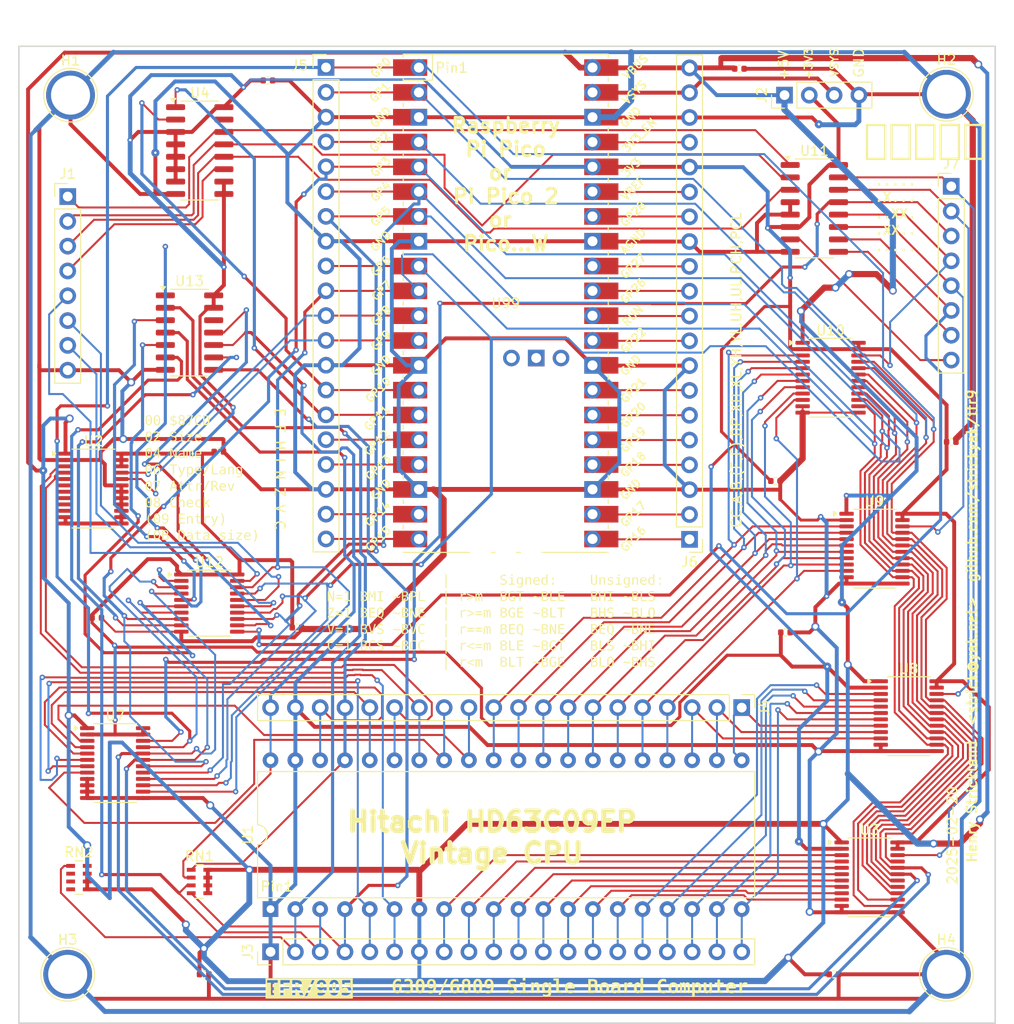
<source format=kicad_pcb>
(kicad_pcb (version 20221018) (generator pcbnew)
  (title_block (title "TFR/903") (date "2024-09-18") (rev "2024-09-18") (company "Henry Strickland     strick@yak.net"))
  (layers (0 "F.Cu" jumper) (31 "B.Cu" signal) (34 "B.Paste" user) (35 "F.Paste" user) (36 "B.SilkS" user "B.Silkscreen") (37 "F.SilkS" user "F.Silkscreen") (38 "B.Mask" user) (39 "F.Mask" user) (44 "Edge.Cuts" user))
  (net 0 "")
  (net 1 "+5V")
  (net 2 "GND")
  (net 3 "M0'")
  (net 4 "M1")
  (net 5 "M2")
  (net 6 "M3")
  (net 7 "/busdrivers/Q5")
  (net 8 "/busdrivers/Q6")
  (net 9 "/busdrivers/Q7")
  (net 10 "VSYS")
  (net 11 "{slash}NMI")
  (net 12 "{slash}IRQ")
  (net 13 "{slash}FIRQ")
  (net 14 "BS")
  (net 15 "BA")
  (net 16 "A0")
  (net 17 "A1")
  (net 18 "A2")
  (net 19 "A3")
  (net 20 "A4")
  (net 21 "A5")
  (net 22 "A6")
  (net 23 "A7")
  (net 24 "A8")
  (net 25 "A9")
  (net 26 "A10")
  (net 27 "A11")
  (net 28 "A12")
  (net 29 "A13")
  (net 30 "A14")
  (net 31 "A15")
  (net 32 "D7")
  (net 33 "D6")
  (net 34 "D5")
  (net 35 "D4")
  (net 36 "D3")
  (net 37 "D2")
  (net 38 "D1")
  (net 39 "D0")
  (net 40 "R{slash}W")
  (net 41 "BUSY")
  (net 42 "ECLK")
  (net 43 "QCLK")
  (net 44 "AVMA")
  (net 45 "{slash}RESET")
  (net 46 "LIC")
  (net 47 "{slash}HALT")
  (net 48 "G0")
  (net 49 "G1")
  (net 50 "G2")
  (net 51 "G3")
  (net 55 "G4")
  (net 56 "G5")
  (net 57 "G6")
  (net 58 "G7")
  (net 59 "G_E")
  (net 60 "G_Q")
  (net 61 "COUNTER_CLOCK")
  (net 62 "COUNTER_RESET")
  (net 63 "G12")
  (net 64 "G13")
  (net 65 "G14")
  (net 66 "G15")
  (net 67 "G16")
  (net 68 "G17")
  (net 69 "G18")
  (net 70 "G19")
  (net 71 "G20")
  (net 72 "G21")
  (net 73 "G22")
  (net 74 "RUN")
  (net 75 "G26")
  (net 76 "G27")
  (net 77 "G28")
  (net 78 "ADC_VREF")
  (net 79 "3V3_EN")
  (net 80 "Y0{slash}")
  (net 81 "Y1{slash}")
  (net 82 "Y2{slash}")
  (net 83 "Y3{slash}")
  (net 84 "Y4{slash}")
  (net 85 "Y5{slash}")
  (net 86 "Y6{slash}")
  (net 87 "Y7{slash}")
  (net 94 "+3.3V")
  (net 96 "/busdrivers/Q0")
  (net 97 "/busdrivers/Q1")
  (net 98 "/busdrivers/Q2")
  (net 99 "/busdrivers/Q3")
  (net 100 "/busdrivers/Q4")
  (footprint "Connector_PinHeader_2.54mm:PinHeader_1x08_P2.54mm_Vertical" (layer "F.Cu") (at 145.5 64.34)
    (fp_text reference "J7")
    (fp_text value "Conn_01x08")
  )
  (footprint "Connector_PinHeader_2.54mm:PinHeader_1x20_P2.54mm_Vertical" (layer "F.Cu") (at 75.78 142.7 90)
    (fp_text reference "J3")
    (fp_text value "Conn_01x20")
  )
  (footprint "Capacitor_SMD:C_0402_1005Metric" (layer "F.Cu") (at 57.98 108.5)
    (fp_text reference "C7" hide)
    (fp_text value "0.1uF")
  )
  (footprint "Capacitor_SMD:C_0402_1005Metric" (layer "F.Cu") (at 133.48 145)
    (fp_text reference "C12" hide)
    (fp_text value "0.1uF")
  )
  (footprint "TestPoint:TestPoint_Plated_Hole_D4.0mm" (layer "F.Cu") (at 145 145)
    (fp_text reference "H4")
    (fp_text value "MountingHole_Pad")
  )
  (footprint "Capacitor_SMD:C_0402_1005Metric" (layer "F.Cu") (at 123.8 52.3)
    (fp_text reference "C1" hide)
    (fp_text value "0.1uF")
  )
  (footprint "Package_SO:TSSOP-24_4.4x7.8mm_P0.65mm" (layer "F.Cu") (at 141.1375 118.575)
    (fp_text reference "U8")
    (fp_text value "SN74LVC4245A")
  )
  (footprint "Package_SO:TSSOP-24_4.4x7.8mm_P0.65mm" (layer "F.Cu") (at 137.1375 135.075)
    (fp_text reference "U3")
    (fp_text value "SN74LVC4245A")
  )
  (footprint "Capacitor_SMD:C_0402_1005Metric" (layer "F.Cu") (at 75.5 53.5)
    (fp_text reference "C4" hide)
    (fp_text value "0.1uF")
  )
  (footprint "Connector_PinHeader_2.54mm:PinHeader_1x04_P2.54mm_Vertical" (layer "F.Cu") (at 128.42 55 90)
    (fp_text reference "J2")
    (fp_text value "Conn_01x04")
  )
  (footprint "Package_SO:SOIC-14_3.9x8.7mm_P1.27mm" (layer "F.Cu") (at 67.475 79.31)
    (fp_text reference "U13")
    (fp_text value "74LS07")
  )
  (footprint "Package_DIP:DIP-40_W15.24mm" (layer "F.Cu") (at 75.775 138.325 90)
    (fp_text reference "U1")
    (fp_text value "MC6809E")
  )
  (footprint "Capacitor_SMD:C_0402_1005Metric" (layer "F.Cu") (at 78.48 109.5)
    (fp_text reference "C9" hide)
    (fp_text value "0.1uF")
  )
  (footprint "Package_SO:SOIC-16_3.9x9.9mm_P1.27mm" (layer "F.Cu") (at 131.475 66.595)
    (fp_text reference "U11")
    (fp_text value "74LS138")
  )
  (footprint "Connector_PinHeader_2.54mm:PinHeader_1x20_P2.54mm_Vertical" (layer "F.Cu") (at 124.04 117.7 -90)
    (fp_text reference "J4")
    (fp_text value "Conn_01x20")
  )
  (footprint "Resistor_SMD:R_Array_Concave_4x0603" (layer "F.Cu") (at 68.5 135.5)
    (fp_text reference "RN1")
    (fp_text value "R_Pack04")
  )
  (footprint "Connector_PinHeader_2.54mm:PinHeader_1x08_P2.54mm_Vertical" (layer "F.Cu") (at 55 65.38)
    (fp_text reference "J1")
    (fp_text value "Conn_01x08")
  )
  (footprint "Capacitor_SMD:C_0402_1005Metric" (layer "F.Cu") (at 145.5 90.5)
    (fp_text reference "C2" hide)
    (fp_text value "0.1uF")
  )
  (footprint "aaa-pico:RPi_PicoW_SMD_TH" (layer "F.Cu") (at 99.865 76.31)
    (fp_text reference "U99")
    (fp_text value "Pico")
  )
  (footprint "Resistor_SMD:R_Array_Concave_4x0603" (layer "F.Cu") (at 56.15 135.1)
    (fp_text reference "RN2")
    (fp_text value "R_Pack04")
  )
  (footprint "Package_SO:TSSOP-24_4.4x7.8mm_P0.65mm" (layer "F.Cu") (at 57.6375 95.275)
    (fp_text reference "U2")
    (fp_text value "SN74LVC4245A")
  )
  (footprint "Capacitor_SMD:C_0402_1005Metric" (layer "F.Cu") (at 128.52 110)
    (fp_text reference "C5" hide)
    (fp_text value "0.1uF")
  )
  (footprint "Package_SO:TSSOP-24_4.4x7.8mm_P0.65mm" (layer "F.Cu") (at 59.8625 123.375)
    (fp_text reference "U7")
    (fp_text value "SN74LVC4245A")
  )
  (footprint "Package_SO:TSSOP-20_4.4x6.5mm_P0.65mm" (layer "F.Cu") (at 69.5 107)
    (fp_text reference "U12")
    (fp_text value "74LS273")
  )
  (footprint "Package_SO:TSSOP-24_4.4x7.8mm_P0.65mm" (layer "F.Cu") (at 133.1375 83.925)
    (fp_text reference "U10")
    (fp_text value "SN74LVC4245A")
  )
  (footprint "TestPoint:TestPoint_Plated_Hole_D4.0mm" (layer "F.Cu") (at 55.29 55)
    (fp_text reference "H1")
    (fp_text value "MountingHole_Pad")
  )
  (footprint "Package_SO:TSSOP-24_4.4x7.8mm_P0.65mm" (layer "F.Cu") (at 137.6375 101.425)
    (fp_text reference "U9")
    (fp_text value "SN74LVC4245A")
  )
  (footprint "Connector_PinHeader_2.54mm:PinHeader_1x20_P2.54mm_Vertical" (layer "F.Cu") (at 118.69 100.47 180)
    (fp_text reference "J6")
    (fp_text value "Conn_01x20")
  )
  (footprint "Capacitor_SMD:C_0402_1005Metric" (layer "F.Cu") (at 70.48 91.5)
    (fp_text reference "C10" hide)
    (fp_text value "0.1uF")
  )
  (footprint "TestPoint:TestPoint_Plated_Hole_D4.0mm" (layer "F.Cu") (at 55 145)
    (fp_text reference "H3")
    (fp_text value "MountingHole_Pad")
  )
  (footprint "TestPoint:TestPoint_Plated_Hole_D4.0mm" (layer "F.Cu") (at 145 54.91)
    (fp_text reference "H2")
    (fp_text value "MountingHole_Pad")
  )
  (footprint "Capacitor_SMD:C_0402_1005Metric" (layer "F.Cu") (at 127.5 94.5)
    (fp_text reference "C8" hide)
    (fp_text value "0.1uF")
  )
  (footprint "Package_SO:SOIC-16_3.9x9.9mm_P1.27mm" (layer "F.Cu") (at 68.525 60.675)
    (fp_text reference "U4")
    (fp_text value "74LS161")
  )
  (footprint "Capacitor_SMD:C_0402_1005Metric" (layer "F.Cu") (at 68.98 145)
    (fp_text reference "C11" hide)
    (fp_text value "0.1uF")
  )
  (footprint "Connector_PinHeader_2.54mm:PinHeader_1x20_P2.54mm_Vertical" (layer "F.Cu") (at 81.46 52.17)
    (fp_text reference "J5")
    (fp_text value "Conn_01x20")
  )
  (gr_line (start 50 50) (end 150 50) (stroke (width 0.15)) (layer "Edge.Cuts"))
  (gr_line (start 150 150) (end 50 150) (stroke (width 0.15)) (layer "Edge.Cuts"))
  (gr_line (start 50 150) (end 50 50) (stroke (width 0.15)) (layer "Edge.Cuts"))
  (gr_line (start 150 50) (end 150 150) (stroke (width 0.15)) (layer "Edge.Cuts"))
  (gr_text "Henry Strickland  <strick@yak.net>  github.com/strickyak/tfr9" (at 148.2 133.67 90) (layer "F.SilkS") (effects (font (size 1 1) (thickness 0.2) bold) (justify left bottom)))
  (gr_text "              |      Signed:    Unsigned:\nN=1 BMI ~BPL  | r>m  BGT ~BLE   BHI ~BLS\nZ=1 BEQ ~BNE  | r>=m BGE ~BLT   BHS ~BLO\nV=1 BVS ~BVC  | r==m BEQ ~BNE   BEQ ~BNE\nC=1 BCS ~BCC  | r<=m BLE ~BGT   BLS ~BHI\n              | r<m  BLT ~BGE   BLO ~BHS\n" (at 81.54 113.69) (layer "F.SilkS") (effects (font (size 1 1)) (justify left bottom)))
  (gr_text "2025-02-20" (at 146.2 135.92 90) (layer "F.SilkS") (effects (font (size 1 1)) (justify left bottom)))
  (gr_text "Pin1" (at 74.65 136.59) (layer "F.SilkS") (effects (font (size 1 1)) (justify left bottom)))
  (gr_text "6309/6809 Single Board Computer" (at 88.15 147.15) (layer "F.SilkS") (effects (font (size 1.4 1.4) (thickness 0.3) bold) (justify left bottom)))
  (gr_text "CC,A,B,(E,F),DP,XH,XL,YH,YL,UH,UL,PCH,PCL" (at 124.07 99.4 90) (layer "F.SilkS") (effects (font (size 1 1)) (justify left bottom)))
  (gr_text "Raspberry\nPi Pico\nor \nPi Pico 2\nor \nPico...W" (at 99.87 71.06) (layer "F.SilkS") (effects (font (size 1.5 1.5) (thickness 0.3) bold) (justify bottom)))
  (gr_text "GND" (at 136.62 53.31 90) (layer "F.SilkS") (effects (font (size 1 1)) (justify left bottom)))
  (gr_text "+5V" (at 128.92 53.56 90) (layer "F.SilkS") (effects (font (size 1 1)) (justify left bottom)))
  (gr_text "Hitachi HD63C09EP\nVintage CPU" (at 98.47 133.77) (layer "F.SilkS") (effects (font (size 2 2) (thickness 0.5) bold) (justify bottom)))
  (gr_text "VSYS" (at 133.99 53.22 90) (layer "F.SilkS") (effects (font (size 0.8 0.8) (thickness 0.15) bold) (justify left bottom)))
  (gr_text "+3V3" (at 131.35 53.49 90) (layer "F.SilkS") (effects (font (size 0.8 0.8) (thickness 0.15) bold) (justify left bottom)))
  (gr_text "ยักษ์" (at 136.54 61.4) (layer "F.SilkS") (effects (font (size 3 3)) (justify left bottom)))
  (gr_text "Pin1" (at 92.56 52.78) (layer "F.SilkS") (effects (font (size 1 1)) (justify left bottom)))
  (gr_text "TFR/905\n" (at 79.76 147.38) (layer "F.SilkS" knockout) (effects (font (size 1.5 1.5) (thickness 0.3) bold) (justify bottom)))
  (gr_text "00 $87CD\n02 Size\n04 Name\n06 Type/Lang\n07 Attr/Rev\n08 Check\n(09 Entry)\n(0B Data size)\n" (at 62.88 100.71) (layer "F.SilkS") (effects (font (size 1 1)) (justify left bottom)))
  (gr_text "E F H I N Z V C" (at 76.14 86.93 -90) (layer "F.SilkS") (effects (font (size 1 1)) (justify left bottom)))
  (gr_text ".....\n.X...\n..XX.\n.XX..\n.....\n" (at 137.67 71.15) (layer "F.SilkS") (effects (font (size 1 1) (thickness 0.2) bold) (justify left bottom)))
  (segment (start 51.78 93.43) (end 52.49 93.43) (width 0.4) (layer "F.Cu") (net 1))
  (segment (start 54.775 88.525) (end 55.2 88.1) (width 0.4) (layer "F.Cu") (net 1))
  (segment (start 130.275 80.35) (end 130.275 77.275) (width 0.4) (layer "F.Cu") (net 1))
  (segment (start 148.44 129.53) (end 148.44 129.15) (width 0.635) (layer "F.Cu") (net 1))
  (segment (start 63.6 136.3) (end 67.1 139.8) (width 0.4) (layer "F.Cu") (net 1))
  (segment (start 146.3526 131.6174) (end 148.44 129.53) (width 0.635) (layer "F.Cu") (net 1))
  (segment (start 136.6 115) (end 134.9 113.3) (width 0.4) (layer "F.Cu") (net 1))
  (segment (start 132.4 129.625) (end 134.275 131.5) (width 0.4) (layer "F.Cu") (net 1))
  (segment (start 67.1 139.9) (end 67.2 139.9) (width 0.2032) (layer "F.Cu") (net 1))
  (segment (start 54.775 91.7) (end 54.775 88.525) (width 0.4) (layer "F.Cu") (net 1))
  (segment (start 68.5 145) (end 68.5 142.8) (width 0.4) (layer "F.Cu") (net 1))
  (segment (start 57 134.7) (end 57 135.5) (width 0.4) (layer "F.Cu") (net 1))
  (segment (start 108.755 52.18) (end 108.785 52.21) (width 0.2032) (layer "F.Cu") (net 1))
  (segment (start 121.9 52.21) (end 123.23 52.21) (width 0.5) (layer "F.Cu") (net 1))
  (segment (start 135.0306 73.3196) (end 137.8224 73.3196) (width 0.635) (layer "F.Cu") (net 1))
  (segment (start 54.69 50.65) (end 50.94 54.4) (width 0.4) (layer "F.Cu") (net 1))
  (segment (start 50.94 92.59) (end 51.78 93.43) (width 0.4) (layer "F.Cu") (net 1))
  (segment (start 123.23 52.21) (end 123.32 52.3) (width 0.2032) (layer "F.Cu") (net 1))
  (segment (start 132.4 129.6) (end 132.4 129.625) (width 0.2032) (layer "F.Cu") (net 1))
  (segment (start 118.69 52.21) (end 120.96 52.21) (width 0.5) (layer "F.Cu") (net 1))
  (segment (start 57 133.9) (end 57 134.7) (width 0.4) (layer "F.Cu") (net 1))
  (segment (start 134.760002 95.99) (end 134.760002 97.835002) (width 0.4) (layer "F.Cu") (net 1))
  (segment (start 69.35 135.1) (end 69.35 135.9) (width 0.4) (layer "F.Cu") (net 1))
  (segment (start 121.96 51.21) (end 147.62 51.21) (width 0.635) (layer "F.Cu") (net 1))
  (segment (start 108.755 52.18) (end 107.48 52.18) (width 0.6) (layer "F.Cu") (net 1))
  (segment (start 90.9 134.3) (end 73.6 134.3) (width 0.6) (layer "F.Cu") (net 1))
  (segment (start 107.48 52.18) (end 105.95 50.65) (width 0.6) (layer "F.Cu") (net 1))
  (segment (start 121.9 52.21) (end 121.9 51.27) (width 0.5) (layer "F.Cu") (net 1))
  (segment (start 57 135.5) (end 57 136.3) (width 0.4) (layer "F.Cu") (net 1))
  (segment (start 91.015 138.325) (end 91.015 134.48) (width 0.6) (layer "F.Cu") (net 1))
  (segment (start 50.94 54.4) (end 50.94 92.59) (width 0.4) (layer "F.Cu") (net 1))
  (segment (start 57 119.8) (end 55.7 118.5) (width 0.4) (layer "F.Cu") (net 1))
  (segment (start 73.6 134.3) (end 69.35 134.3) (width 0.4) (layer "F.Cu") (net 1))
  (segment (start 134.9 113.3) (end 134.9 107.51) (width 0.4) (layer "F.Cu") (net 1))
  (segment (start 121.9 51.27) (end 121.96 51.21) (width 0.4) (layer "F.Cu") (net 1))
  (segment (start 55.7 118.5) (end 55.1 118.5) (width 0.4) (layer "F.Cu") (net 1))
  (segment (start 95.895 129.6) (end 91.015 134.48) (width 0.6) (layer "F.Cu") (net 1))
  (segment (start 120.96 52.21) (end 121.9 52.21) (width 0.5) (layer "F.Cu") (net 1))
  (segment (start 134.760002 97.835002) (end 134.775 97.85) (width 0.4) (layer "F.Cu") (net 1))
  (segment (start 68.5 142.8) (end 68.95 142.35) (width 0.4) (layer "F.Cu") (net 1))
  (segment (start 130.5 145) (end 128.8 143.3) (width 0.4) (layer "F.Cu") (net 1))
  (segment (start 134.9 107.51) (end 134.3 106.91) (width 0.4) (layer "F.Cu") (net 1))
  (segment (start 91.015 134.415) (end 90.9 134.3) (width 0.4) (layer "F.Cu") (net 1))
  (segment (start 138.275 115) (end 136.6 115) (width 0.4) (layer "F.Cu") (net 1))
  (segment (start 108.785 52.21) (end 118.69 52.21) (width 0.5) (layer "F.Cu") (net 1))
  (segment (start 130.275 77.275) (end 130.1 77.1) (width 0.2032) (layer "F.Cu") (net 1))
  (segment (start 137.8224 73.3196) (end 139.5161 75.0133) (width 0.635) (layer "F.Cu") (net 1))
  (segment (start 132.4 129.6) (end 95.895 129.6) (width 0.6) (layer "F.Cu") (net 1))
  (segment (start 69.35 134.3) (end 69.35 135.1) (width 0.4) (layer "F.Cu") (net 1))
  (segment (start 132.4913 74.7087) (end 133.6415 74.7087) (width 0.635) (layer "F.Cu") (net 1))
  (segment (start 69.35 135.9) (end 69.35 136.7) (width 0.4) (layer "F.Cu") (net 1))
  (segment (start 57 136.3) (end 63.6 136.3) (width 0.4) (layer "F.Cu") (net 1))
  (segment (start 133 145) (end 130.5 145) (width 0.4) (layer "F.Cu") (net 1))
  (segment (start 105.95 50.65) (end 54.69 50.65) (width 0.4) (layer "F.Cu") (net 1))
  (segment (start 143.682612 131.6174) (end 146.3526 131.6174) (width 0.635) (layer "F.Cu") (net 1))
  (segment (start 130.1 77.1) (end 132.4913 74.7087) (width 0.635) (layer "F.Cu") (net 1))
  (segment (start 67.1 139.8) (end 67.1 139.9) (width 0.2032) (layer "F.Cu") (net 1))
  (segment (start 91.015 134.48) (end 91.015 134.415) (width 0.4) (layer "F.Cu") (net 1))
  (segment (start 57 133.9) (end 57 131.8) (width 0.4) (layer "F.Cu") (net 1))
  (segment (start 147.62 51.21) (end 148.27 51.86) (width 0.635) (layer "F.Cu") (net 1))
  (via (at 135.0306 73.3196) (size 0.8128) (drill 0.508) (layers "F.Cu" "B.Cu") (net 1))
  (via (at 128.8 143.3) (size 0.82) (drill 0.508) (layers "F.Cu" "B.Cu") (net 1))
  (via (at 130.1 77.1) (size 0.82) (drill 0.508) (layers "F.Cu" "B.Cu") (net 1))
  (via (at 134.3 106.91) (size 0.82) (drill 0.254) (layers "F.Cu" "B.Cu") (net 1))
  (via (at 132.4 129.6) (size 0.82) (drill 0.508) (layers "F.Cu" "B.Cu") (net 1))
  (via (at 68.95 142.35) (size 0.82) (drill 0.508) (layers "F.Cu" "B.Cu") (net 1))
  (via (at 134.760002 95.99) (size 0.5588) (drill 0.254) (layers "F.Cu" "B.Cu") (net 1))
  (via (at 134.9 113.3) (size 0.82) (drill 0.508) (layers "F.Cu" "B.Cu") (net 1))
  (via (at 139.5161 75.0133) (size 0.8128) (drill 0.508) (layers "F.Cu" "B.Cu") (net 1))
  (via (at 67.1 139.9) (size 0.82) (drill 0.508) (layers "F.Cu" "B.Cu") (net 1))
  (via (at 73.6 134.3) (size 0.82) (drill 0.508) (layers "F.Cu" "B.Cu") (net 1))
  (via (at 52.49 93.43) (size 0.82) (drill 0.254) (layers "F.Cu" "B.Cu") (net 1))
  (via (at 143.682612 131.6174) (size 0.8128) (drill 0.508) (layers "F.Cu" "B.Cu") (net 1))
  (via (at 55.2 88.1) (size 0.82) (drill 0.508) (layers "F.Cu" "B.Cu") (net 1))
  (via (at 148.27 51.86) (size 0.82) (drill 0.508) (layers "F.Cu" "B.Cu") (net 1))
  (via (at 133.6415 74.7087) (size 0.8128) (drill 0.508) (layers "F.Cu" "B.Cu") (net 1))
  (via (at 148.44 129.15) (size 0.8128) (drill 0.508) (layers "F.Cu" "B.Cu") (net 1))
  (via (at 55.1 118.5) (size 0.82) (drill 0.508) (layers "F.Cu" "B.Cu") (net 1))
  (via (at 57 131.8) (size 0.82) (drill 0.508) (layers "F.Cu" "B.Cu") (net 1))
  (segment (start 52.5 93.44) (end 52.49 93.43) (width 0.4) (layer "B.Cu") (net 1))
  (segment (start 91 145.7) (end 71.4 145.7) (width 0.6) (layer "B.Cu") (net 1))
  (segment (start 134.9 124.4762) (end 134.9 113.3) (width 0.4) (layer "B.Cu") (net 1))
  (segment (start 130.1 77.1) (end 130.1 78.189329) (width 0.35) (layer "B.Cu") (net 1))
  (segment (start 132.4 129.6) (end 132.4 139.7) (width 0.4) (layer "B.Cu") (net 1))
  (segment (start 67.1 140.5) (end 68.95 142.35) (width 0.6) (layer "B.Cu") (net 1))
  (segment (start 149.1958 128.3942) (end 149.1958 52.7858) (width 0.4) (layer "B.Cu") (net 1))
  (segment (start 71.4 145.7) (end 68.95 143.25) (width 0.6) (layer "B.Cu") (net 1))
  (segment (start 91.02 138.33) (end 91.015 138.325) (width 0.2032) (layer "B.Cu") (net 1))
  (segment (start 135.0306 73.3196) (end 133.6415 74.7087) (width 0.635) (layer "B.Cu") (net 1))
  (segment (start 55.1 107) (end 52.5 104.4) (width 0.4) (layer "B.Cu") (net 1))
  (segment (start 128.8 143.3) (end 126.42 145.68) (width 0.635) (layer "B.Cu") (net 1))
  (segment (start 132.4 129.6) (end 134.9 127.1) (width 0.4) (layer "B.Cu") (net 1))
  (segment (start 73.6 134.3) (end 73.6 137.7) (width 0.6) (layer "B.Cu") (net 1))
  (segment (start 55.1 118.5) (end 55.1 129.9) (width 0.4) (layer "B.Cu") (net 1))
  (segment (start 59.31 137.21) (end 59.31 121.27) (width 0.4) (layer "B.Cu") (net 1))
  (segment (start 67.1 139.9) (end 67.1 140.5) (width 0.6) (layer "B.Cu") (net 1))
  (segment (start 73.6 137.7) (end 68.95 142.35) (width 0.6) (layer "B.Cu") (net 1))
  (segment (start 68.95 143.25) (end 68.95 142.35) (width 0.6) (layer "B.Cu") (net 1))
  (segment (start 59.31 121.27) (end 60.57 121.27) (width 0.4) (layer "B.Cu") (net 1))
  (segment (start 91.02 142.7) (end 91.02 138.33) (width 0.4) (layer "B.Cu") (net 1))
  (segment (start 52.5 104.4) (end 52.5 93.44) (width 0.4) (layer "B.Cu") (net 1))
  (segment (start 149.1958 52.7858) (end 148.27 51.86) (width 0.4) (layer "B.Cu") (net 1))
  (segment (start 55.1 129.9) (end 57 131.8) (width 0.4) (layer "B.Cu") (net 1))
  (segment (start 128.42 56.4868) (end 139.5161 67.5829) (width 0.635) (layer "B.Cu") (net 1))
  (segment (start 55.1 118.5) (end 55.1 107) (width 0.4) (layer "B.Cu") (net 1))
  (segment (start 139.5161 67.5829) (end 139.5161 75.0133) (width 0.635) (layer "B.Cu") (net 1))
  (segment (start 141.95 93.45) (end 139.41 95.99) (width 0.4) (layer "B.Cu") (net 1))
  (segment (start 139.41 95.99) (end 134.760002 95.99) (width 0.4) (layer "B.Cu") (net 1))
  (segment (start 134.9 124.4762) (end 142.0412 131.6174) (width 0.635) (layer "B.Cu") (net 1))
  (segment (start 52.49 93.43) (end 52.5 93.42) (width 0.4) (layer "B.Cu") (net 1))
  (segment (start 91.02 145.68) (end 91 145.7) (width 0.2032) (layer "B.Cu") (net 1))
  (segment (start 52.5 93.42) (end 52.5 88.83) (width 0.4) (layer "B.Cu") (net 1))
  (segment (start 139.41 95.99) (end 134.3 101.1) (width 0.4) (layer "B.Cu") (net 1))
  (segment (start 52.5 88.83) (end 53.23 88.1) (width 0.4) (layer "B.Cu") (net 1))
  (segment (start 141.95 90.039329) (end 141.95 93.45) (width 0.4) (layer "B.Cu") (net 1))
  (segment (start 132.4 139.7) (end 128.8 143.3) (width 0.4) (layer "B.Cu") (net 1))
  (segment (start 134.3 106.91) (end 134.3 106.86) (width 0.4) (layer "B.Cu") (net 1))
  (segment (start 142.0412 131.6174) (end 143.682612 131.6174) (width 0.635) (layer "B.Cu") (net 1))
  (segment (start 126.42 145.68) (end 91.02 145.68) (width 0.635) (layer "B.Cu") (net 1))
  (segment (start 53.23 88.1) (end 55.2 88.1) (width 0.4) (layer "B.Cu") (net 1))
  (segment (start 134.9 127.1) (end 134.9 124.4762) (width 0.4) (layer "B.Cu") (net 1))
  (segment (start 57 131.8) (end 57 134.9) (width 0.4) (layer "B.Cu") (net 1))
  (segment (start 91.02 142.7) (end 91.02 145.68) (width 0.4) (layer "B.Cu") (net 1))
  (segment (start 134.3 101.1) (end 134.3 106.91) (width 0.4) (layer "B.Cu") (net 1))
  (segment (start 130.1 78.189329) (end 141.95 90.039329) (width 0.4) (layer "B.Cu") (net 1))
  (segment (start 57 134.9) (end 59.31 137.21) (width 0.4) (layer "B.Cu") (net 1))
  (segment (start 149.1958 128.3942) (end 148.44 129.15) (width 0.5) (layer "B.Cu") (net 1))
  (segment (start 128.42 55) (end 121.48 55) (width 0.4) (layer "B.Cu") (net 1))
  (segment (start 121.48 55) (end 118.69 52.21) (width 0.4) (layer "B.Cu") (net 1))
  (segment (start 128.42 55) (end 128.42 56.4868) (width 0.635) (layer "B.Cu") (net 1))
  (segment (start 60.57 121.27) (end 73.6 134.3) (width 0.4) (layer "B.Cu") (net 1))
  (segment (start 130.275 87.5) (end 130.275 92.205) (width 0.635) (layer "F.Cu") (net 2))
  (segment (start 60.5 97.55) (end 60.5 97.1) (width 0.4) (layer "F.Cu") (net 2))
  (segment (start 66.7 110.9) (end 66.6375 110.838) (width 0.2032) (layer "F.Cu") (net 2))
  (segment (start 93.735 79.9) (end 105.995 79.9) (width 0.4) (layer "F.Cu") (net 2))
  (segment (start 134 105) (end 132.73 106.27) (width 0.4) (layer "F.Cu") (net 2))
  (segment (start 74.81 95.35) (end 70.96 91.5) (width 0.4) (layer "F.Cu") (net 2))
  (segment (start 98 121.53) (end 96.14 119.67) (width 0.4) (layer "F.Cu") (net 2))
  (segment (start 55.29 57.99) (end 55.29 55) (width 0.4) (layer "F.Cu") (net 2))
  (segment (start 126.47 67.23) (end 125.6 68.1) (width 0.4) (layer "F.Cu") (net 2))
  (segment (start 147.7 57.61) (end 145 54.91) (width 0.635) (layer "F.Cu") (net 2))
  (segment (start 131.23 121.53) (end 98 121.53) (width 0.4) (layer "F.Cu") (net 2))
  (segment (start 96.14 119.67) (end 80.29 119.67) (width 0.4) (layer "F.Cu") (net 2))
  (segment (start 131.05 138.65) (end 131.1 138.6) (width 0.2032) (layer "F.Cu") (net 2))
  (segment (start 145.98 90.19) (end 145.98 90.5) (width 0.2032) (layer "F.Cu") (net 2))
  (segment (start 127.98 96.38) (end 130.1 98.5) (width 0.3) (layer "F.Cu") (net 2))
  (segment (start 70.9 90.2) (end 60.6856 90.2) (width 0.4) (layer "F.Cu") (net 2))
  (segment (start 66.7 110.9) (end 73.909573 110.9) (width 0.4) (layer "F.Cu") (net 2))
  (segment (start 134.275 138) (end 134.275 138.65) (width 0.4) (layer "F.Cu") (net 2))
  (segment (start 133.96 145) (end 145 145) (width 0.4) (layer "F.Cu") (net 2))
  (segment (start 124.28 52.3) (end 133.34 52.3) (width 0.4) (layer "F.Cu") (net 2))
  (segment (start 62.78 83.12) (end 61.5 84.4) (width 0.4) (layer "F.Cu") (net 2))
  (segment (start 132.47 98.5) (end 132.13 98.16) (width 0.3) (layer "F.Cu") (net 2))
  (segment (start 75.8 147.5) (end 69.5 147.5) (width 0.4) (layer "F.Cu") (net 2))
  (segment (start 130.275 87.5) (end 136 87.5) (width 0.2032) (layer "F.Cu") (net 2))
  (segment (start 60.5 95.6) (end 60.5 94.95) (width 0.4) (layer "F.Cu") (net 2))
  (segment (start 127.98 96.38) (end 127.98 95.4) (width 0.4) (layer "F.Cu") (net 2))
  (segment (start 127.98 94.5) (end 127.98 95.4) (width 0.4) (layer "F.Cu") (net 2))
  (segment (start 125.6 71.04) (end 129 71.04) (width 0.4) (layer "F.Cu") (net 2))
  (segment (start 52.1 82.9) (end 52.1 82.6) (width 0.4) (layer "F.Cu") (net 2))
  (segment (start 118.69 69.99) (end 119.74 71.04) (width 0.4) (layer "F.Cu") (net 2))
  (segment (start 74.301882 110.507691) (end 78.187309 110.507691) (width 0.4) (layer "F.Cu") (net 2))
  (segment (start 66.6375 109.925) (end 59.885 109.925) (width 0.2032) (layer "F.Cu") (net 2))
  (segment (start 60.5 97.1) (end 60.5 96.9) (width 0.4) (layer "F.Cu") (net 2))
  (segment (start 57 125.65) (end 57 125) (width 0.4) (layer "F.Cu") (net 2))
  (segment (start 57 126.3) (end 57 125.65) (width 0.4) (layer "F.Cu") (net 2))
  (segment (start 75.8 147.5) (end 133.9 147.5) (width 0.4) (layer "F.Cu") (net 2))
  (segment (start 81.46 57.25) (end 90.965 57.25) (width 0.4) (layer "F.Cu") (net 2))
  (segment (start 90.975 95.36) (end 92.4618 95.36) (width 0.5) (layer "F.Cu") (net 2))
  (segment (start 58.3756 92.35) (end 58.3756 91.5244) (width 0.4) (layer "F.Cu") (net 2))
  (segment (start 130.275 92.205) (end 127.98 94.5) (width 0.635) (layer "F.Cu") (net 2))
  (segment (start 66.6375 110.838) (end 66.6375 109.925) (width 0.4) (layer "F.Cu") (net 2))
  (segment (start 60.5 98.85) (end 60.5 98.2) (width 0.4) (layer "F.Cu") (net 2))
  (segment (start 134.775 104.35) (end 134.775 105) (width 0.4) (layer "F.Cu") (net 2))
  (segment (start 131.1 138.6) (end 131 138.6) (width 0.2032) (layer "F.Cu") (net 2))
  (segment (start 133.96 145) (end 133.96 147.44) (width 0.4) (layer "F.Cu") (net 2))
  (segment (start 138.275 122.15) (end 131.95 122.15) (width 0.4) (layer "F.Cu") (net 2))
  (segment (start 58.3756 91.5244) (end 59.7 90.2) (width 0.4) (layer "F.Cu") (net 2))
  (segment (start 90.965 57.25) (end 90.975 57.26) (width 0.2032) (layer "F.Cu") (net 2))
  (segment (start 127.97 95.39) (end 127.98 95.4) (width 0.2032) (layer "F.Cu") (net 2))
  (segment (start 54.775 98.85) (end 54.775 98.2) (width 0.4) (layer "F.Cu") (net 2))
  (segment (start 90.965 69.95) (end 81.46 69.95) (width 0.4) (layer "F.Cu") (net 2))
  (segment (start 147.7 88.47) (end 147.7 57.61) (width 0.635) (layer "F.Cu") (net 2))
  (segment (start 118.69 57.29) (end 131.24 57.29) (width 0.4) (layer "F.Cu") (net 2))
  (segment (start 60.5 95.9) (end 60.5 95.6) (width 0.4) (layer "F.Cu") (net 2))
  (segment (start 108.785 69.99) (end 108.755 69.96) (width 0.2032) (layer "F.Cu") (net 2))
  (segment (start 85.9154 109.655) (end 83.855 109.655) (width 0.635) (layer "F.Cu") (net 2))
  (segment (start 69.46 147.46) (end 69.5 147.5) (width 0.2032) (layer "F.Cu") (net 2))
  (segment (start 68.85 126.95) (end 69.6 127.7) (width 0.4) (layer "F.Cu") (net 2))
  (segment (start 138.275 121.5) (end 138.275 122.15) (width 0.4) (layer "F.Cu") (net 2))
  (segment (start 130.98 110) (end 131.58 109.4) (width 0.4) (layer "F.Cu") (net 2))
  (segment (start 129 110) (end 130.98 110) (width 0.4) (layer "F.Cu") (net 2))
  (segment (start 57.5 147.5) (end 55 145) (width 0.4) (layer "F.Cu") (net 2))
  (segment (start 118.69 95.39) (end 127.97 95.39) (width 0.4) (layer "F.Cu") (net 2))
  (segment (start 57 126.95) (end 62.725 126.95) (width 0.4) (layer "F.Cu") (net 2))
  (segment (start 92.4618 95.36) (end 108.755 95.36) (width 0.5) (layer "F.Cu") (net 2))
  (segment (start 138.275 122.15) (end 144 122.15) (width 0.4) (layer "F.Cu") (net 2))
  (segment (start 134.775 105) (end 134 105) (width 0.2032) (layer "F.Cu") (net 2))
  (segment (start 93.5 96.3982) (end 93.5 102.0704) (width 0.635) (layer "F.Cu") (net 2))
  (segment (start 131.58 107.42) (end 131.58 109.4) (width 0.4) (layer "F.Cu") (net 2))
  (segment (start 125.6 68.1) (end 125.6 71.04) (width 0.4) (layer "F.Cu") (net 2))
  (segment (start 58.85 94.95) (end 60.5 94.95) (width 0.4) (layer "F.Cu") (net 2))
  (segment (start 133.96 147.44) (end 133.9 147.5) (width 0.2032) (layer "F.Cu") (net 2))
  (segment (start 69.46 145) (end 69.46 147.46) (width 0.4) (layer "F.Cu") (net 2))
  (segment (start 75.98 53.5) (end 77.71 53.5) (width 0.4) (layer "F.Cu") (net 2))
  (segment (start 62.42 65.12) (end 55.29 57.99) (width 0.4) (layer "F.Cu") (net 2))
  (segment (start 75.78 142.7) (end 75.78 147.48) (width 0.4) (layer "F.Cu") (net 2))
  (segment (start 131.24 57.29) (end 131.93 57.98) (width 0.4) (layer "F.Cu") (net 2))
  (segment (start 90.975 69.96) (end 108.755 69.96) (width 0.4) (layer "F.Cu") (net 2))
  (segment (start 118.69 69.99) (end 108.785 69.99) (width 0.4) (layer "F.Cu") (net 2))
  (segment (start 59.7 90.2) (end 60.6856 90.2) (width 0.4) (layer "F.Cu") (net 2))
  (segment (start 83.825 109.655) (end 78.96 109.655) (width 0.635) (layer "F.Cu") (net 2))
  (segment (start 118.66 95.36) (end 118.69 95.39) (width 0.2032) (layer "F.Cu") (net 2))
  (segment (start 66.05 65.12) (end 63.98 65.12) (width 0.4) (layer "F.Cu") (net 2))
  (segment (start 55.29 55) (end 52.1 58.19) (width 0.4) (layer "F.Cu") (net 2))
  (segment (start 60.5 95.9) (end 60.5 95.6) (width 0.2032) (layer "F.Cu") (net 2))
  (segment (start 75.78 147.48) (end 75.8 147.5) (width 0.2032) (layer "F.Cu") (net 2))
  (segment (start 52.1 58.19) (end 52.1 82.6) (width 0.4) (layer "F.Cu") (net 2))
  (segment (start 90.965 82.65) (end 81.46 82.65) (width 0.4) (layer "F.Cu") (net 2))
  (segment (start 57 126.95) (end 57 126.3) (width 0.4) (layer "F.Cu") (net 2))
  (segment (start 131.79 98.5) (end 132.13 98.16) (width 0.3) (layer "F.Cu") (net 2))
  (segment (start 52.36 83.16) (end 55 83.16) (width 0.4) (layer "F.Cu") (net 2))
  (segment (start 134.275 138.65) (end 131.05 138.65) (width 0.4) (layer "F.Cu") (net 2))
  (segment (start 105.995 79.9) (end 108.755 82.66) (width 0.4) (layer "F.Cu") (net 2))
  (segment (start 129 65.96) (end 129 67.23) (width 0.4) (layer "F.Cu") (net 2))
  (segment (start 133.9 147.5) (end 142.5 147.5) (width 0.4) (layer "F.Cu") (net 2))
  (segment (start 54.775 98.85) (end 60.5 98.85) (width 0.4) (layer "F.Cu") (net 2))
  (segment (start 59.885 109.925) (end 58.46 108.5) (width 0.2032) (layer "F.Cu") (net 2))
  (segment (start 132.73 106.3) (end 132.7 106.3) (width 0.4) (layer "F.Cu") (net 2))
  (segment (start 62.725 126.95) (end 68.85 126.95) (width 0.4) (layer "F.Cu") (net 2))
  (segment (start 145 54.91) (end 136.13 54.91) (width 0.4) (layer "F.Cu") (net 2))
  (segment (start 134.775 98.5) (end 132.47 98.5) (width 0.3) (layer "F.Cu") (net 2))
  (segment (start 132.73 106.27) (end 132.73 106.3) (width 0.4) (layer "F.Cu") (net 2))
  (segment (start 118.69 82.69) (end 108.785 82.69) (width 0.4) (layer "F.Cu") (net 2))
  (segment (start 63.98 65.12) (end 62.42 65.12) (width 0.4) (layer "F.Cu") (net 2))
  (segment (start 90.975 69.96) (end 90.965 69.95) (width 0.2032) (layer "F.Cu") (net 2))
  (segment (start 83.84 109.64) (end 83.825 109.655) (width 0.635) (layer "F.Cu") (net 2))
  (segment (start 78.187309 110.507691) (end 78.96 109.735) (width 0.4) (layer "F.Cu") (net 2))
  (segment (start 90.965 95.35) (end 90.975 95.36) (width 0.2032) (layer "F.Cu") (net 2))
  (segment (start 108.785 82.69) (end 108.755 82.66) (width 0.2032) (layer "F.Cu") (net 2))
  (segment (start 90.975 82.66) (end 93.735 79.9) (width 0.4) (layer "F.Cu") (net 2))
  (segment (start 54.775 92.35) (end 52.25 92.35) (width 0.4) (layer "F.Cu") (net 2))
  (segment (start 142.5 147.5) (end 145 145) (width 0.4) (layer "F.Cu") (net 2))
  (segment (start 70.9 90.2) (end 70.96 90.26) (width 0.2032) (layer "F.Cu") (net 2))
  (segment (start 77.71 53.5) (end 81.46 57.25) (width 0.4) (layer "F.Cu") (net 2))
  (segment (start 69.5 147.5) (end 57.5 147.5) (width 0.4) (layer "F.Cu") (net 2))
  (segment (start 58.3756 92.35) (end 58.8 92.7744) (width 0.4) (layer "F.Cu") (net 2))
  (segment (start 80.29 119.67) (end 78.32 117.7) (width 0.4) (layer "F.Cu") (net 2))
  (segment (start 129 67.23) (end 126.47 67.23) (width 0.4) (layer "F.Cu") (net 2))
  (segment (start 60.5 96.25) (end 60.5 95.9) (width 0.4) (layer "F.Cu") (net 2))
  (segment (start 93.5 102.0704) (end 85.9154 109.655) (width 0.635) (layer "F.Cu") (net 2))
  (segment (start 52.25 92.35) (end 52.1 92.2) (width 0.4) (layer "F.Cu") (net 2))
  (segment (start 52.1 82.9) (end 52.36 83.16) (width 0.2032) (layer "F.Cu") (net 2))
  (segment (start 134.275 138.65) (end 140 138.65) (width 0.4) (layer "F.Cu") (net 2))
  (segment (start 132.7 106.3) (end 131.58 107.42) (width 0.4) (layer "F.Cu") (net 2))
  (segment (start 145 143.65) (end 145 145) (width 0.2032) (layer "F.Cu") (net 2))
  (segment (start 90.975 57.26) (end 108.755 57.26) (width 0.4) (layer "F.Cu") (net 2))
  (segment (start 55 83.16) (end 60.26 83.16) (width 0.4) (layer "F.Cu") (net 2))
  (segment (start 78.96 109.5) (end 78.96 109.655) (width 0.2032) (layer "F.Cu") (net 2))
  (segment (start 60.5 98.2) (end 60.5 97.55) (width 0.4) (layer "F.Cu") (net 2))
  (segment (start 60.5 96.9) (end 60.5 96.25) (width 0.4) (layer "F.Cu") (net 2))
  (segment (start 145.98 90.19) (end 147.7 88.47) (width 0.635) (layer "F.Cu") (net 2))
  (segment (start 140 138.65) (end 145 143.65) (width 0.4) (layer "F.Cu") (net 2))
  (segment (start 58.8 92.7744) (end 58.8 94.9) (width 0.4) (layer "F.Cu") (net 2))
  (segment (start 65 83.12) (end 62.78 83.12) (width 0.4) (layer "F.Cu") (net 2))
  (segment (start 52.1 92.2) (end 52.1 82.9) (width 0.4) (layer "F.Cu") (net 2))
  (segment (start 131.9 122.2) (end 131.23 121.53) (width 0.4) (layer "F.Cu") (net 2))
  (segment (start 54.775 92.35) (end 58.3756 92.35) (width 0.4) (layer "F.Cu") (net 2))
  (segment (start 78.96 109.655) (end 78.96 109.81) (width 0.2032) (layer "F.Cu") (net 2))
  (segment (start 78.96 109.735) (end 78.96 109.655) (width 0.4) (layer "F.Cu") (net 2))
  (segment (start 131.95 122.15) (end 131.9 122.2) (width 0.2032) (layer "F.Cu") (net 2))
  (segment (start 58.8 94.9) (end 58.85 94.95) (width 0.2032) (layer "F.Cu") (net 2))
  (segment (start 83.855 109.655) (end 83.84 109.64) (width 0.635) (layer "F.Cu") (net 2))
  (segment (start 73.909573 110.9) (end 74.301882 110.507691) (width 0.4) (layer "F.Cu") (net 2))
  (segment (start 136.13 54.91) (end 136.04 55) (width 0.2032) (layer "F.Cu") (net 2))
  (segment (start 130.275 86.85) (end 130.275 87.5) (width 0.2032) (layer "F.Cu") (net 2))
  (segment (start 81.46 95.35) (end 74.81 95.35) (width 0.4) (layer "F.Cu") (net 2))
  (segment (start 134.775 105) (end 140.5 105) (width 0.4) (layer "F.Cu") (net 2))
  (segment (start 63.98 65.12) (end 63.98 60.9) (width 0.4) (layer "F.Cu") (net 2))
  (segment (start 92.4618 95.36) (end 93.5 96.3982) (width 0.635) (layer "F.Cu") (net 2))
  (segment (start 60.5 97.1) (end 60.5 96.9) (width 0.2032) (layer "F.Cu") (net 2))
  (segment (start 119.74 71.04) (end 125.6 71.04) (width 0.4) (layer "F.Cu") (net 2))
  (segment (start 131 138.6) (end 131 138.7) (width 0.2032) (layer "F.Cu") (net 2))
  (segment (start 133.34 52.3) (end 136.04 55) (width 0.4) (layer "F.Cu") (net 2))
  (segment (start 70.96 90.26) (end 70.96 91.5) (width 0.4) (layer "F.Cu") (net 2))
  (segment (start 108.785 57.29) (end 118.69 57.29) (width 0.4) (layer "F.Cu") (net 2))
  (segment (start 90.975 82.66) (end 90.965 82.65) (width 0.2032) (layer "F.Cu") (net 2))
  (segment (start 60.26 83.16) (end 61.5 84.4) (width 0.4) (layer "F.Cu") (net 2))
  (segment (start 130.1 98.5) (end 131.79 98.5) (width 0.3) (layer "F.Cu") (net 2))
  (segment (start 108.755 57.26) (end 108.785 57.29) (width 0.2032) (layer "F.Cu") (net 2))
  (segment (start 81.46 95.35) (end 90.965 95.35) (width 0.4) (layer "F.Cu") (net 2))
  (segment (start 108.755 95.36) (end 118.66 95.36) (width 0.4) (layer "F.Cu") (net 2))
  (segment (start 52.1 82.6) (end 52.1 82.9) (width 0.4) (layer "F.Cu") (net 2))
  (via (at 61.5 84.4) (size 0.82) (drill 0.508) (layers "F.Cu" "B.Cu") (net 2))
  (via (at 83.84 109.64) (size 0.82) (drill 0.254) (layers "F.Cu" "B.Cu") (net 2))
  (via (at 132.13 98.16) (size 0.5588) (drill 0.254) (layers "F.Cu" "B.Cu") (net 2))
  (via (at 131 138.6) (size 0.82) (drill 0.508) (layers "F.Cu" "B.Cu") (net 2))
  (via (at 63.98 60.9) (size 0.82) (drill 0.254) (layers "F.Cu" "B.Cu") (net 2))
  (via (at 132.73 106.3) (size 0.5588) (drill 0.254) (layers "F.Cu" "B.Cu") (net 2))
  (via (at 131.9 122.2) (size 0.82) (drill 0.508) (layers "F.Cu" "B.Cu") (net 2))
  (via (at 60.6856 90.2) (size 0.82) (drill 0.508) (layers "F.Cu" "B.Cu") (net 2))
  (via (at 131.93 57.98) (size 0.82) (drill 0.254) (layers "F.Cu" "B.Cu") (net 2))
  (via (at 131.58 109.4) (size 0.82) (drill 0.508) (layers "F.Cu" "B.Cu") (net 2))
  (via (at 69.6 127.7) (size 0.82) (drill 0.508) (layers "F.Cu" "B.Cu") (net 2))
  (segment (start 78.3 83.6) (end 79.25 82.65) (width 0.4) (layer "B.Cu") (net 2))
  (segment (start 63.98 60.9) (end 63.98 55.609239) (width 0.4) (layer "B.Cu") (net 2))
  (segment (start 108.755 82.66) (end 111.5 85.405) (width 0.4) (layer "B.Cu") (net 2))
  (segment (start 81.46 69.95) (end 83.05 69.95) (width 0.4) (layer "B.Cu") (net 2))
  (segment (start 112.71 55.57) (end 112.71 50.6) (width 0.6) (layer "B.Cu") (net 2))
  (segment (start 111.5 85.405) (end 111.5 92.615) (width 0.4) (layer "B.Cu") (net 2))
  (segment (start 141.2 148.8) (end 145 145) (width 0.6) (layer "B.Cu") (net 2))
  (segment (start 148.3 58.21) (end 148.4 58.31) (width 0.4) (layer "B.Cu") (net 2))
  (segment (start 83.15 82.65) (end 81.46 82.65) (width 0.4) (layer "B.Cu") (net 2))
  (segment (start 136.04 57.66) (end 135.67 58.03) (width 0.5) (layer "B.Cu") (net 2))
  (segment (start 77.5 61.21) (end 77.5 65.99) (width 0.4) (layer "B.Cu") (net 2))
  (segment (start 118.69 82.69) (end 116.15 85.23) (width 0.4) (layer "B.Cu") (net 2))
  (segment (start 140.69 50.6) (end 145 54.91) (width 0.5) (layer "B.Cu") (net 2))
  (segment (start 70.1 53.6) (end 77.5 61) (width 0.4) (layer "B.Cu") (net 2))
  (segment (start 78.32 117.7) (end 78.32 123.08) (width 0.4) (layer "B.Cu") (net 2))
  (segment (start 88.2 81.16) (end 89.7 82.66) (width 0.4) (layer "B.Cu") (net 2))
  (segment (start 112.71 50.6) (end 140.69 50.6) (width 0.4) (layer "B.Cu") (net 2))
  (segment (start 65.989239 53.6) (end 70.1 53.6) (width 0.4) (layer "B.Cu") (net 2))
  (segment (start 88.2 70.71) (end 88.2 81.16) (width 0.4) (layer "B.Cu") (net 2))
  (segment (start 133.771 120.329) (end 133.771 111.591) (width 0.4) (layer "B.Cu") (net 2))
  (segment (start 75.775 138.325) (end 75.775 133.875) (width 0.4) (layer "B.Cu") (net 2))
  (segment (start 90.975 69.96) (end 88.95 69.96) (width 0.4) (layer "B.Cu") (net 2))
  (segment (start 148.4 58.31) (end 148.4 127.27) (width 0.4) (layer "B.Cu") (net 2))
  (segment (start 78.3 93.6) (end 78.3 83.6) (width 0.4) (layer "B.Cu") (net 2))
  (segment (start 108.755 57.26) (end 111.02 57.26) (width 0.6) (layer "B.Cu") (net 2))
  (segment (start 132.73 98.76) (end 132.13 98.16) (width 0.4) (layer "B.Cu") (net 2))
  (segment (start 88.9 93.285) (end 90.975 95.36) (width 0.4) (layer "B.Cu") (net 2))
  (segment (start 81.46 95.35) (end 80.05 95.35) (width 0.4) (layer "B.Cu") (net 2))
  (segment (start 136.04 55) (end 136.04 57.66) (width 0.5) (layer "B.Cu") (net 2))
  (segment (start 146.58 143.42) (end 145 145) (width 0.4) (layer "B.Cu") (net 2))
  (segment (start 111.5 92.615) (end 108.755 95.36) (width 0.4) (layer "B.Cu") (net 2))
  (segment (start 131.9 122.2) (end 133.771 120.329) (width 0.4) (layer "B.Cu") (net 2))
  (segment (start 63.98 55.609239) (end 65.989239 53.6) (width 0.4) (layer "B.Cu") (net 2))
  (segment (start 131 123.1) (end 131.9 122.2) (width 0.4) (layer "B.Cu") (net 2))
  (segment (start 78.315 123.085) (end 78.315 135.785) (width 0.4) (layer "B.Cu") (net 2))
  (segment (start 148.4 127.27) (end 146.58 129.09) (width 0.4) (layer "B.Cu") (net 2))
  (segment (start 89.7 82.66) (end 90.975 82.66) (width 0.4) (layer "B.Cu") (net 2))
  (segment (start 78.32 115.16) (end 83.84 109.64) (width 0.4) (layer "B.Cu") (net 2))
  (segment (start 84.9 71.8) (end 84.9 80.9) (width 0.4) (layer "B.Cu") (net 2))
  (segment (start 55 145) (end 51.7 141.7) (width 0.5) (layer "B.Cu") (net 2))
  (segment (start 83.05 69.95) (end 84.9 71.8) (width 0.4) (layer "B.Cu") (net 2))
  (segment (start 75.78 142.7) (end 75.78 138.33) (width 0.4) (layer "B.Cu") (net 2))
  (segment (start 131.98 58.03) (end 131.93 57.98) (width 0.2032) (layer "B.Cu") (net 2))
  (segment (start 132.73 106.3) (end 132.73 98.76) (width 0.4) (layer "B.Cu") (net 2))
  (segment (start 80.05 95.35) (end 78.3 93.6) (width 0.4) (layer "B.Cu") (net 2))
  (segment (start 116.15 92.85) (end 118.69 95.39) (width 0.4) (layer "B.Cu") (net 2))
  (segment (start 51.7 141.7) (end 51.2 141.2) (width 0.5) (layer "B.Cu") (net 2))
  (segment (start 90.975 82.66) (end 88.9 84.735) (width 0.4) (layer "B.Cu") (net 2))
  (segment (start 111.02 57.26) (end 112.71 55.57) (width 0.6) (layer "B.Cu") (net 2))
  (segment (start 88.95 69.96) (end 88.2 70.71) (width 0.4) (layer "B.Cu") (net 2))
  (segment (start 61.5 84.4) (end 60.6 85.3) (width 0.4) (layer "B.Cu") (net 2))
  (segment (start 51.2 59.09) (end 51.7 58.59) (width 0.4) (layer "B.Cu") (net 2))
  (segment (start 60.6 85.3) (end 60.6 90.1144) (width 0.4) (layer "B.Cu") (net 2))
  (segment (start 146.58 129.09) (end 146.58 143.42) (width 0.4) (layer "B.Cu") (net 2))
  (segment (start 131 138.6) (end 131 123.1) (width 0.4) (layer "B.Cu") (net 2))
  (segment (start 55.29 55) (end 59.69 50.6) (width 0.5) (layer "B.Cu") (net 2))
  (segment (start 116.15 85.23) (end 116.15 92.85) (width 0.4) (layer "B.Cu") (net 2))
  (segment (start 77.5 61) (end 77.5 61.21) (width 0.4) (layer "B.Cu") (net 2))
  (segment (start 78.32 123.08) (end 78.315 123.085) (width 0.2032) (layer "B.Cu") (net 2))
  (segment (start 59.69 50.6) (end 112.71 50.6) (width 0.4) (layer "B.Cu") (net 2))
  (segment (start 51.2 141.2) (end 51.2 59.09) (width 0.4) (layer "B.Cu") (net 2))
  (segment (start 148.3 58.21) (end 145 54.91) (width 0.5) (layer "B.Cu") (net 2))
  (segment (start 60.6 90.1144) (end 60.6856 90.2) (width 0.4) (layer "B.Cu") (net 2))
  (segment (start 88.9 84.735) (end 88.9 93.285) (width 0.4) (layer "B.Cu") (net 2))
  (segment (start 77.5 65.99) (end 81.46 69.95) (width 0.4) (layer "B.Cu") (net 2))
  (segment (start 133.771 111.591) (end 131.58 109.4) (width 0.4) (layer "B.Cu") (net 2))
  (segment (start 75.78 138.33) (end 75.775 138.325) (width 0.2032) (layer "B.Cu") (net 2))
  (segment (start 84.9 80.9) (end 83.15 82.65) (width 0.4) (layer "B.Cu") (net 2))
  (segment (start 78.315 135.785) (end 75.775 138.325) (width 0.4) (layer "B.Cu") (net 2))
  (segment (start 58.8 148.8) (end 141.2 148.8) (width 0.5) (layer "B.Cu") (net 2))
  (segment (start 55 145) (end 58.8 148.8) (width 0.5) (layer "B.Cu") (net 2))
  (segment (start 79.25 82.65) (end 81.46 82.65) (width 0.4) (layer "B.Cu") (net 2))
  (segment (start 51.7 58.59) (end 55.29 55) (width 0.5) (layer "B.Cu") (net 2))
  (segment (start 78.32 117.7) (end 78.32 115.16) (width 0.4) (layer "B.Cu") (net 2))
  (segment (start 75.775 133.875) (end 69.6 127.7) (width 0.4) (layer "B.Cu") (net 2))
  (segment (start 135.67 58.03) (end 131.98 58.03) (width 0.5) (layer "B.Cu") (net 2))
  (segment (start 81.46 57.25) (end 77.5 61.21) (width 0.4) (layer "B.Cu") (net 2))
  (segment (start 71 58.77) (end 71.1856 58.5844) (width 0.2032) (layer "F.Cu") (net 3))
  (segment (start 67.1 66.5) (end 56.12 66.5) (width 0.2032) (layer "F.Cu") (net 3))
  (segment (start 125.434 58.5844) (end 129 62.15) (width 0.2032) (layer "F.Cu") (net 3))
  (segment (start 71.1856 58.5844) (end 125.434 58.5844) (width 0.2032) (layer "F.Cu") (net 3))
  (segment (start 70.025 58.77) (end 67.4441 61.3509) (width 0.2032) (layer "F.Cu") (net 3))
  (segment (start 71 58.77) (end 70.025 58.77) (width 0.2032) (layer "F.Cu") (net 3))
  (segment (start 56.12 66.5) (end 55 65.38) (width 0.2032) (layer "F.Cu") (net 3))
  (segment (start 67.4441 61.3509) (end 67.4441 66.1559) (width 0.2032) (layer "F.Cu") (net 3))
  (segment (start 67.4441 66.1559) (end 67.1 66.5) (width 0.2032) (layer "F.Cu") (net 3))
  (segment (start 81.065 61.1) (end 93.6 61.1) (width 0.2032) (layer "F.Cu") (net 4))
  (segment (start 55.62 67.3) (end 55 67.92) (width 0.2032) (layer "F.Cu") (net 4))
  (segment (start 93.6 61.1) (end 93.6 64.5) (width 0.2032) (layer "F.Cu") (net 4))
  (segment (start 67.9013 62.1637) (end 67.9013 67.0987) (width 0.2032) (layer "F.Cu") (net 4))
  (segment (start 71 60.04) (end 80.005 60.04) (width 0.2032) (layer "F.Cu") (net 4))
  (segment (start 80.005 60.04) (end 81.065 61.1) (width 0.2032) (layer "F.Cu") (net 4))
  (segment (start 67.9013 67.0987) (end 67.7 67.3) (width 0.2032) (layer "F.Cu") (net 4))
  (segment (start 93.6 64.5) (end 97.45 68.35) (width 0.2032) (layer "F.Cu") (net 4))
  (segment (start 71 60.04) (end 70.025 60.04) (width 0.2032) (layer "F.Cu") (net 4))
  (segment (start 104.7 61.1) (end 125.8 61.1) (width 0.2032) (layer "F.Cu") (net 4))
  (segment (start 128.12 63.42) (end 129 63.42) (width 0.2032) (layer "F.Cu") (net 4))
  (segment (start 97.45 68.35) (end 104.7 61.1) (width 0.2032) (layer "F.Cu") (net 4))
  (segment (start 125.8 61.1) (end 128.12 63.42) (width 0.2032) (layer "F.Cu") (net 4))
  (segment (start 67.7 67.3) (end 55.62 67.3) (width 0.2032) (layer "F.Cu") (net 4))
  (segment (start 70.025 60.04) (end 67.9013 62.1637) (width 0.2032) (layer "F.Cu") (net 4))
  (segment (start 98.6628 68.6572) (end 124.058 68.6572) (width 0.2032) (layer "F.Cu") (net 5))
  (segment (start 128.025 64.69) (end 129 64.69) (width 0.2032) (layer "F.Cu") (net 5))
  (segment (start 98.26 69.06) (end 98.6628 68.6572) (width 0.2032) (layer "F.Cu") (net 5))
  (segment (start 68.3585 62.9765) (end 68.3585 67.2881) (width 0.2032) (layer "F.Cu") (net 5))
  (segment (start 71 61.31) (end 78.6062 61.31) (width 0.2032) (layer "F.Cu") (net 5))
  (segment (start 78.6062 61.31) (end 80.9606 63.6644) (width 0.2032) (layer "F.Cu") (net 5))
  (segment (start 68.3585 67.2881) (end 67.8894 67.7572) (width 0.2032) (layer "F.Cu") (net 5))
  (segment (start 70.025 61.31) (end 68.3585 62.9765) (width 0.2032) (layer "F.Cu") (net 5))
  (segment (start 124.058 68.6572) (end 128.025 64.69) (width 0.2032) (layer "F.Cu") (net 5))
  (segment (start 97.5134 69.06) (end 98.26 69.06) (width 0.2032) (layer "F.Cu") (net 5))
  (segment (start 57.7028 67.7572) (end 55 70.46) (width 0.2032) (layer "F.Cu") (net 5))
  (segment (start 92.1178 63.6644) (end 97.5134 69.06) (width 0.2032) (layer "F.Cu") (net 5))
  (segment (start 67.8894 67.7572) (end 57.7028 67.7572) (width 0.2032) (layer "F.Cu") (net 5))
  (segment (start 71 61.31) (end 70.025 61.31) (width 0.2032) (layer "F.Cu") (net 5))
  (segment (start 80.9606 63.6644) (end 92.1178 63.6644) (width 0.2032) (layer "F.Cu") (net 5))
  (segment (start 68.8157 67.4775) (end 68.0788 68.2144) (width 0.2032) (layer "F.Cu") (net 6))
  (segment (start 71 62.58) (end 70.025 62.58) (width 0.2032) (layer "F.Cu") (net 6))
  (segment (start 68.8157 63.7893) (end 68.8157 67.4775) (width 0.2032) (layer "F.Cu") (net 6))
  (segment (start 70.025 62.58) (end 68.8157 63.7893) (width 0.2032) (layer "F.Cu") (net 6))
  (segment (start 59.7856 68.2144) (end 55 73) (width 0.2032) (layer "F.Cu") (net 6))
  (segment (start 68.0788 68.2144) (end 59.7856 68.2144) (width 0.2032) (layer "F.Cu") (net 6))
  (segment (start 72.3625 107.325) (end 75.7324 107.325) (width 0.2032) (layer "F.Cu") (net 7))
  (segment (start 75.7324 107.325) (end 76.089 106.968) (width 0.2032) (layer "F.Cu") (net 7))
  (via (at 76.089 106.968) (size 0.5588) (drill 0.254) (layers "F.Cu" "B.Cu") (net 7))
  (segment (start 57.335 101.865) (end 69.4654 101.865) (width 0.2032) (layer "B.Cu") (net 7))
  (segment (start 54.5 85.6) (end 57.335 88.435) (width 0.2032) (layer "B.Cu") (net 7))
  (segment (start 57.335 88.435) (end 57.335 101.865) (width 0.2032) (layer "B.Cu") (net 7))
  (segment (start 55 75.54) (end 53.1 77.44) (width 0.2032) (layer "B.Cu") (net 7))
  (segment (start 53.1 77.44) (end 53.1 85.6) (width 0.2032) (layer "B.Cu") (net 7))
  (segment (start 69.4654 101.865) (end 74.5684 106.968) (width 0.2032) (layer "B.Cu") (net 7))
  (segment (start 53.1 85.6) (end 54.5 85.6) (width 0.2032) (layer "B.Cu") (net 7))
  (segment (start 74.5684 106.968) (end 76.089 106.968) (width 0.2032) (layer "B.Cu") (net 7))
  (segment (start 76.6 105.3) (end 76.6 104.3) (width 0.2032) (layer "F.Cu") (net 8))
  (segment (start 75.225 106.675) (end 76.6 105.3) (width 0.2032) (layer "F.Cu") (net 8))
  (segment (start 72.3625 106.675) (end 75.225 106.675) (width 0.2032) (layer "F.Cu") (net 8))
  (via (at 76.6 104.3) (size 0.5588) (drill 0.254) (layers "F.Cu" "B.Cu") (net 8))
  (segment (start 75.9 104.3) (end 76.6 104.3) (width 0.2032) (layer "B.Cu") (net 8))
  (segment (start 72.425 100.825) (end 75.9 104.3) (width 0.2032) (layer "B.Cu") (net 8))
  (segment (start 58.4 81.48) (end 58.4 97.01) (width 0.2032) (layer "B.Cu") (net 8))
  (segment (start 62.215 100.825) (end 72.425 100.825) (width 0.2032) (layer "B.Cu") (net 8))
  (segment (start 58.4 97.01) (end 62.215 100.825) (width 0.2032) (layer "B.Cu") (net 8))
  (segment (start 55 78.08) (end 58.4 81.48) (width 0.2032) (layer "B.Cu") (net 8))
  (segment (start 72.3625 104.725) (end 73.675 104.725) (width 0.2032) (layer "F.Cu") (net 9))
  (segment (start 73.675 104.725) (end 74.4 104) (width 0.2032) (layer "F.Cu") (net 9))
  (via (at 74.4 104) (size 0.5588) (drill 0.254) (layers "F.Cu" "B.Cu") (net 9))
  (segment (start 55 80.62) (end 57.9428 83.5628) (width 0.2032) (layer "B.Cu") (net 9))
  (segment (start 61.4022 101.2822) (end 71.6822 101.2822) (width 0.2032) (layer "B.Cu") (net 9))
  (segment (start 57.9428 97.8228) (end 61.4022 101.2822) (width 0.2032) (layer "B.Cu") (net 9))
  (segment (start 71.6822 101.2822) (end 74.4 104) (width 0.2032) (layer "B.Cu") (net 9))
  (segment (start 57.9428 83.5628) (end 57.9428 97.8228) (width 0.2032) (layer "B.Cu") (net 9))
  (segment (start 108.785 54.75) (end 108.755 54.72) (width 0.2032) (layer "F.Cu") (net 10))
  (segment (start 118.69 54.75) (end 120.14 53.3) (width 0.4) (layer "F.Cu") (net 10))
  (segment (start 118.69 54.75) (end 108.785 54.75) (width 0.4) (layer "F.Cu") (net 10))
  (segment (start 131.8 53.3) (end 133.5 55) (width 0.4) (layer "F.Cu") (net 10))
  (segment (start 120.14 53.3) (end 131.8 53.3) (width 0.4) (layer "F.Cu") (net 10))
  (segment (start 73.7671 79.3) (end 79.2002 84.7331) (width 0.3176) (layer "F.Cu") (net 11))
  (segment (start 58.839 141.2) (end 76.82 141.2) (width 0.2032) (layer "F.Cu") (net 11))
  (segment (start 71.92 80.58) (end 73.2 79.3) (width 0.2032) (layer "F.Cu") (net 11))
  (segment (start 54.6468 133.9) (end 54.3 134.247) (width 0.2032) (layer "F.Cu") (net 11))
  (segment (start 76.82 141.2) (end 78.32 142.7) (width 0.2032) (layer "F.Cu") (net 11))
  (segment (start 55.3 133.9) (end 54.6468 133.9) (width 0.2032) (layer "F.Cu") (net 11))
  (segment (start 69.95 80.58) (end 71.92 80.58) (width 0.2032) (layer "F.Cu") (net 11))
  (segment (start 73.2 79.3) (end 73.7671 79.3) (width 0.3176) (layer "F.Cu") (net 11))
  (segment (start 54.3 134.247) (end 54.3 136.661) (width 0.2032) (layer "F.Cu") (net 11))
  (segment (start 54.3 136.661) (end 58.839 141.2) (width 0.2032) (layer "F.Cu") (net 11))
  (via (at 79.2002 84.7331) (size 0.5588) (drill 0.254) (layers "F.Cu" "B.Cu") (net 11))
  (segment (start 79.2002 84.7331) (end 78.9978 84.9355) (width 0.3176) (layer "B.Cu") (net 11))
  (segment (start 78.315 142.695) (end 78.32 142.7) (width 0.2032) (layer "B.Cu") (net 11))
  (segment (start 80.9361 91.5347) (end 82.6753 91.5347) (width 0.3176) (layer "B.Cu") (net 11))
  (segment (start 83.598919 91.12) (end 84.29 91.811081) (width 0.3176) (layer "B.Cu") (net 11))
  (segment (start 84.29 91.811081) (end 84.29 102.2253) (width 0.3176) (layer "B.Cu") (net 11))
  (segment (start 82.1299 134.5101) (end 78.315 138.325) (width 0.3176) (layer "B.Cu") (net 11))
  (segment (start 78.9978 84.9355) (end 78.9978 89.5964) (width 0.3176) (layer "B.Cu") (net 11))
  (segment (start 84.9133 110.3467) (end 82.1299 113.1301) (width 0.3176) (layer "B.Cu") (net 11))
  (segment (start 82.6753 91.5347) (end 83.09 91.12) (width 0.3176) (layer "B.Cu") (net 11))
  (segment (start 84.29 102.2253) (end 84.9133 102.8486) (width 0.3176) (layer "B.Cu") (net 11))
  (segment (start 78.9978 89.5964) (end 80.9361 91.5347) (width 0.3176) (layer "B.Cu") (net 11))
  (segment (start 83.09 91.12) (end 83.598919 91.12) (width 0.3176) (layer "B.Cu") (net 11))
  (segment (start 78.315 138.325) (end 78.315 142.695) (width 0.2032) (layer "B.Cu") (net 11))
  (segment (start 82.1299 113.1301) (end 82.1299 134.5101) (width 0.3176) (layer "B.Cu") (net 11))
  (segment (start 84.9133 102.8486) (end 84.9133 110.3467) (width 0.3176) (layer "B.Cu") (net 11))
  (segment (start 66.2625 84.1775) (end 63.2274 84.1775) (width 0.3176) (layer "F.Cu") (net 12))
  (segment (start 66.4 136.7) (end 64.4913 134.7913) (width 0.3176) (layer "F.Cu") (net 12))
  (segment (start 66.25 81.85) (end 66.65 82.25) (width 0.3176) (layer "F.Cu") (net 12))
  (segment (start 65 81.85) (end 66.25 81.85) (width 0.3176) (layer "F.Cu") (net 12))
  (segment (start 80.86 142.7) (end 78.86 140.7) (width 0.2032) (layer "F.Cu") (net 12))
  (segment (start 67.2 135.9) (end 66.4 136.7) (width 0.2032) (layer "F.Cu") (net 12))
  (segment (start 70.4 140.7) (end 66.4 136.7) (width 0.2032) (layer "F.Cu") (net 12))
  (segment (start 63.2274 84.1775) (end 58.1449 89.26) (width 0.3176) (layer "F.Cu") (net 12))
  (segment (start 64.4913 134.7913) (end 58.4866 134.7913) (width 0.3176) (layer "F.Cu") (net 12))
  (segment (start 66.65 82.25) (end 66.65 83.79) (width 0.3176) (layer "F.Cu") (net 12))
  (segment (start 67.65 135.9) (end 67.2 135.9) (width 0.2032) (layer "F.Cu") (net 12))
  (segment (start 66.65 83.79) (end 66.2625 84.1775) (width 0.3176) (layer "F.Cu") (net 12))
  (segment (start 78.86 140.7) (end 70.4 140.7) (width 0.2032) (layer "F.Cu") (net 12))
  (segment (start 58.1449 89.26) (end 56.06 89.26) (width 0.3176) (layer "F.Cu") (net 12))
  (via (at 56.06 89.26) (size 0.5588) (drill 0.254) (layers "F.Cu" "B.Cu") (net 12))
  (via (at 58.4866 134.7913) (size 0.5588) (drill 0.254) (layers "F.Cu" "B.Cu") (net 12))
  (segment (start 55.4078 104.5918) (end 58.4866 107.6706) (width 0.3176) (layer "B.Cu") (net 12))
  (segment (start 80.86 138.33) (end 80.855 138.325) (width 0.2032) (layer "B.Cu") (net 12))
  (segment (start 55.4078 89.9122) (end 55.4078 104.5918) (width 0.3176) (layer "B.Cu") (net 12))
  (segment (start 58.4866 107.6706) (end 58.4866 134.7913) (width 0.3176) (layer "B.Cu") (net 12))
  (segment (start 56.06 89.26) (end 55.4078 89.9122) (width 0.3176) (layer "B.Cu") (net 12))
  (segment (start 80.86 142.7) (end 80.86 138.33) (width 0.2032) (layer "B.Cu") (net 12))
  (segment (start 83.395 138.325) (end 85.82 135.9) (width 0.3176) (layer "F.Cu") (net 13))
  (segment (start 80.8 140.1) (end 83.4 142.7) (width 0.2032) (layer "F.Cu") (net 13))
  (segment (start 71.05 140.1) (end 80.8 140.1) (width 0.2032) (layer "F.Cu") (net 13))
  (segment (start 85.82 135.9) (end 88.8 135.9) (width 0.3176) (layer "F.Cu") (net 13))
  (segment (start 79.5176 88.1776) (end 74.46 83.12) (width 0.3176) (layer "F.Cu") (net 13))
  (segment (start 74.46 83.12) (end 69.95 83.12) (width 0.3176) (layer "F.Cu") (net 13))
  (segment (start 67.65 136.7) (end 71.05 140.1) (width 0.2032) (layer "F.Cu") (net 13))
  (segment (start 79.69 88.1776) (end 79.5176 88.1776) (width 0.3176) (layer "F.Cu") (net 13))
  (via (at 79.69 88.1776) (size 0.5588) (drill 0.254) (layers "F.Cu" "B.Cu") (net 13))
  (via (at 88.8 135.9) (size 0.5588) (drill 0.254) (layers "F.Cu" "B.Cu") (net 13))
  (segment (start 85.7866 90.9578) (end 85.7866 101.8381) (width 0.3176) (layer "B.Cu") (net 13))
  (segment (start 83.395 142.695) (end 83.4 142.7) (width 0.2032) (layer "B.Cu") (net 13))
  (segment (start 82.799 89) (end 82.8846 88.9144) (width 0.3176) (layer "B.Cu") (net 13))
  (segment (start 79.69 88.1776) (end 80.5124 89) (width 0.3176) (layer "B.Cu") (net 13))
  (segment (start 83.7432 88.9144) (end 85.7866 90.9578) (width 0.3176) (layer "B.Cu") (net 13))
  (segment (start 89.75 105.8015) (end 89.75 134.95) (width 0.3176) (layer "B.Cu") (net 13))
  (segment (start 89.75 134.95) (end 88.8 135.9) (width 0.3176) (layer "B.Cu") (net 13))
  (segment (start 82.8846 88.9144) (end 83.7432 88.9144) (width 0.3176) (layer "B.Cu") (net 13))
  (segment (start 83.395 138.325) (end 83.395 142.695) (width 0.2032) (layer "B.Cu") (net 13))
  (segment (start 80.5124 89) (end 82.799 89) (width 0.3176) (layer "B.Cu") (net 13))
  (segment (start 85.7866 101.8381) (end 89.75 105.8015) (width 0.3176) (layer "B.Cu") (net 13))
  (segment (start 84.574845 115.1) (end 84.711206 114.963639) (width 0.2032) (layer "F.Cu") (net 14))
  (segment (start 53.5 123.7) (end 53 124.2) (width 0.2032) (layer "F.Cu") (net 14))
  (segment (start 57 123.7) (end 53.5 123.7) (width 0.2032) (layer "F.Cu") (net 14))
  (segment (start 53.1 115.235) (end 53.235 115.1) (width 0.2032) (layer "F.Cu") (net 14))
  (segment (start 53.235 115.1) (end 84.574845 115.1) (width 0.2032) (layer "F.Cu") (net 14))
  (via (at 53.1 115.235) (size 0.5588) (drill 0.254) (layers "F.Cu" "B.Cu") (net 14))
  (via (at 53 124.2) (size 0.5588) (drill 0.254) (layers "F.Cu" "B.Cu") (net 14))
  (via (at 84.711206 114.963639) (size 0.5588) (drill 0.254) (layers "F.Cu" "B.Cu") (net 14))
  (segment (start 85.935 138.325) (end 84.711206 137.101206) (width 0.2032) (layer "B.Cu") (net 14))
  (segment (start 85.94 138.33) (end 85.935 138.325) (width 0.2032) (layer "B.Cu") (net 14))
  (segment (start 84.711206 137.101206) (end 84.711206 114.963639) (width 0.2032) (layer "B.Cu") (net 14))
  (segment (start 53.1 115.1) (end 53.1 115.235) (width 0.2032) (layer "B.Cu") (net 14))
  (segment (start 85.94 142.7) (end 85.94 138.33) (width 0.2032) (layer "B.Cu") (net 14))
  (segment (start 53.03 115.305) (end 53.1 115.235) (width 0.2032) (layer "B.Cu") (net 14))
  (segment (start 53 124.2) (end 53.03 124.17) (width 0.2032) (layer "B.Cu") (net 14))
  (segment (start 53.1428 115.057) (end 53.1 115.1) (width 0.2032) (layer "B.Cu") (net 14))
  (segment (start 53.03 124.17) (end 53.03 115.305) (width 0.2032) (layer "B.Cu") (net 14))
  (segment (start 84.974232 114.328639) (end 85.018593 114.373) (width 0.2032) (layer "F.Cu") (net 15))
  (segment (start 84.403819 114.373) (end 84.44818 114.328639) (width 0.2032) (layer "F.Cu") (net 15))
  (segment (start 83.737 114.373) (end 84.403819 114.373) (width 0.2032) (layer "F.Cu") (net 15))
  (segment (start 83.467 114.643) (end 83.737 114.373) (width 0.2032) (layer "F.Cu") (net 15))
  (segment (start 54.05 123.05) (end 53.9 122.9) (width 0.2032) (layer "F.Cu") (net 15))
  (segment (start 85.018593 114.373) (end 86.173 114.373) (width 0.2032) (layer "F.Cu") (net 15))
  (segment (start 55 114.6) (end 55.0428 114.643) (width 0.2032) (layer "F.Cu") (net 15))
  (segment (start 84.44818 114.328639) (end 84.974232 114.328639) (width 0.2032) (layer "F.Cu") (net 15))
  (segment (start 57 123.05) (end 54.05 123.05) (width 0.2032) (layer "F.Cu") (net 15))
  (segment (start 86.173 114.373) (end 86.7 114.9) (width 0.2032) (layer "F.Cu") (net 15))
  (segment (start 55.0428 114.643) (end 83.467 114.643) (width 0.2032) (layer "F.Cu") (net 15))
  (segment (start 52.3985 114.6) (end 55 114.6) (width 0.2032) (layer "F.Cu") (net 15))
  (via (at 53.9 122.9) (size 0.5588) (drill 0.254) (layers "F.Cu" "B.Cu") (net 15))
  (via (at 86.7 114.9) (size 0.5588) (drill 0.254) (layers "F.Cu" "B.Cu") (net 15))
  (via (at 52.3985 114.6) (size 0.5588) (drill 0.254) (layers "F.Cu" "B.Cu") (net 15))
  (segment (start 88.475 142.695) (end 88.48 142.7) (width 0.2032) (layer "B.Cu") (net 15))
  (segment (start 87.2744 115.4744) (end 86.7 114.9) (width 0.2032) (layer "B.Cu") (net 15))
  (segment (start 53.9 124.57) (end 53.37 125.1) (width 0.2032) (layer "B.Cu") (net 15))
  (segment (start 53.9 122.9) (end 53.9 124.57) (width 0.2032) (layer "B.Cu") (net 15))
  (segment (start 87.2744 137.1244) (end 87.2744 115.4744) (width 0.2032) (layer "B.Cu") (net 15))
  (segment (start 88.475 138.325) (end 87.2744 137.1244) (width 0.2032) (layer "B.Cu") (net 15))
  (segment (start 53.37 125.1) (end 52.2207 125.1) (width 0.2032) (layer "B.Cu") (net 15))
  (segment (start 88.475 138.325) (end 88.475 142.695) (width 0.2032) (layer "B.Cu") (net 15))
  (segment (start 52.2207 114.778) (end 52.3985 114.6) (width 0.2032) (layer "B.Cu") (net 15))
  (segment (start 52.2207 125.1) (end 52.2207 114.778) (width 0.2032) (layer "B.Cu") (net 15))
  (segment (start 134.275 132.8) (end 99.08 132.8) (width 0.2032) (layer "F.Cu") (net 16))
  (segment (start 99.08 132.8) (end 93.555 138.325) (width 0.2032) (layer "F.Cu") (net 16))
  (segment (start 93.555 142.695) (end 93.56 142.7) (width 0.2032) (layer "B.Cu") (net 16))
  (segment (start 93.555 138.325) (end 93.555 142.695) (width 0.2032) (layer "B.Cu") (net 16))
  (segment (start 100.97 133.45) (end 96.095 138.325) (width 0.2032) (layer "F.Cu") (net 17))
  (segment (start 134.275 133.45) (end 100.97 133.45) (width 0.2032) (layer "F.Cu") (net 17))
  (segment (start 96.095 142.695) (end 96.1 142.7) (width 0.2032) (layer "B.Cu") (net 17))
  (segment (start 96.095 138.325) (end 96.095 142.695) (width 0.2032) (layer "B.Cu") (net 17))
  (segment (start 102.86 134.1) (end 98.635 138.325) (width 0.2032) (layer "F.Cu") (net 18))
  (segment (start 134.275 134.1) (end 102.86 134.1) (width 0.2032) (layer "F.Cu") (net 18))
  (segment (start 98.64 138.33) (end 98.635 138.325) (width 0.2032) (layer "B.Cu") (net 18))
  (segment (start 98.64 142.7) (end 98.64 138.33) (width 0.2032) (layer "B.Cu") (net 18))
  (segment (start 134.275 134.75) (end 104.75 134.75) (width 0.2032) (layer "F.Cu") (net 19))
  (segment (start 104.75 134.75) (end 101.175 138.325) (width 0.2032) (layer "F.Cu") (net 19))
  (segment (start 101.175 142.695) (end 101.18 142.7) (width 0.2032) (layer "B.Cu") (net 19))
  (segment (start 101.175 138.325) (end 101.175 142.695) (width 0.2032) (layer "B.Cu") (net 19))
  (segment (start 134.275 135.4) (end 106.64 135.4) (width 0.2032) (layer "F.Cu") (net 20))
  (segment (start 106.64 135.4) (end 103.715 138.325) (width 0.2032) (layer "F.Cu") (net 20))
  (segment (start 103.72 138.33) (end 103.715 138.325) (width 0.2032) (layer "B.Cu") (net 20))
  (segment (start 103.72 142.7) (end 103.72 138.33) (width 0.2032) (layer "B.Cu") (net 20))
  (segment (start 134.2106 135.9856) (end 108.5944 135.9856) (width 0.2032) (layer "F.Cu") (net 21))
  (segment (start 134.275 136.05) (end 134.2106 135.9856) (width 0.2032) (layer "F.Cu") (net 21))
  (segment (start 108.5944 135.9856) (end 106.255 138.325) (width 0.2032) (layer "F.Cu") (net 21))
  (segment (start 106.255 138.325) (end 106.255 142.695) (width 0.2032) (layer "B.Cu") (net 21))
  (segment (start 106.255 142.695) (end 106.26 142.7) (width 0.2032) (layer "B.Cu") (net 21))
  (segment (start 124.433378 136.4428) (end 110.6772 136.4428) (width 0.2032) (layer "F.Cu") (net 22))
  (segment (start 110.6772 136.4428) (end 108.795 138.325) (width 0.2032) (layer "F.Cu") (net 22))
  (segment (start 124.690578 136.7) (end 124.433378 136.4428) (width 0.2032) (layer "F.Cu") (net 22))
  (segment (start 134.275 136.7) (end 124.690578 136.7) (width 0.2032) (layer "F.Cu") (net 22))
  (segment (start 108.8 142.7) (end 108.8 138.33) (width 0.2032) (layer "B.Cu") (net 22))
  (segment (start 108.8 138.33) (end 108.795 138.325) (width 0.2032) (layer "B.Cu") (net 22))
  (segment (start 112.76 136.9) (end 111.335 138.325) (width 0.2032) (layer "F.Cu") (net 23))
  (segment (start 124.244 136.9) (end 112.76 136.9) (width 0.2032) (layer "F.Cu") (net 23))
  (segment (start 134.275 137.35) (end 124.694 137.35) (width 0.2032) (layer "F.Cu") (net 23))
  (segment (start 124.694 137.35) (end 124.244 136.9) (width 0.2032) (layer "F.Cu") (net 23))
  (segment (start 111.335 142.695) (end 111.34 142.7) (width 0.2032) (layer "B.Cu") (net 23))
  (segment (start 111.335 138.325) (end 111.335 142.695) (width 0.2032) (layer "B.Cu") (net 23))
  (segment (start 132.6 116.3) (end 131.7 115.4) (width 0.2032) (layer "F.Cu") (net 24))
  (segment (start 138.275 116.3) (end 132.6 116.3) (width 0.2032) (layer "F.Cu") (net 24))
  (via (at 131.7 115.4) (size 0.5588) (drill 0.254) (layers "F.Cu" "B.Cu") (net 24))
  (segment (start 127 115.4) (end 125.6 116.8) (width 0.2032) (layer "B.Cu") (net 24))
  (segment (start 113.88 142.7) (end 113.88 138.33) (width 0.2032) (layer "B.Cu") (net 24))
  (segment (start 113.88 138.33) (end 113.875 138.325) (width 0.2032) (layer "B.Cu") (net 24))
  (segment (start 125.6 116.8) (end 125.6 126.6) (width 0.2032) (layer "B.Cu") (net 24))
  (segment (start 125.6 126.6) (end 113.875 138.325) (width 0.2032) (layer "B.Cu") (net 24))
  (segment (start 131.7 115.4) (end 127 115.4) (width 0.2032) (layer "B.Cu") (net 24))
  (segment (start 131.415 116.95) (end 130.5 116.035) (width 0.2032) (layer "F.Cu") (net 25))
  (segment (start 138.275 116.95) (end 131.415 116.95) (width 0.2032) (layer "F.Cu") (net 25))
  (via (at 130.5 116.035) (size 0.5588) (drill 0.254) (layers "F.Cu" "B.Cu") (net 25))
  (segment (start 116.415 138.325) (end 116.415 142.695) (width 0.2032) (layer "B.Cu") (net 25))
  (segment (start 116.415 138.325) (end 126.057 128.683) (width 0.2032) (layer "B.Cu") (net 25))
  (segment (start 130.322 115.857) (end 130.5 116.035) (width 0.2032) (layer "B.Cu") (net 25))
  (segment (start 127.189 115.857) (end 130.322 115.857) (width 0.2032) (layer "B.Cu") (net 25))
  (segment (start 126.057 116.989) (end 127.189 115.857) (width 0.2032) (layer "B.Cu") (net 25))
  (segment (start 126.057 128.683) (end 126.057 116.989) (width 0.2032) (layer "B.Cu") (net 25))
  (segment (start 116.415 142.695) (end 116.42 142.7) (width 0.2032) (layer "B.Cu") (net 25))
  (segment (start 130.408 117.6) (end 129.3 116.492) (width 0.2032) (layer "F.Cu") (net 26))
  (segment (start 138.275 117.6) (end 130.408 117.6) (width 0.2032) (layer "F.Cu") (net 26))
  (via (at 129.3 116.492) (size 0.5588) (drill 0.254) (layers "F.Cu" "B.Cu") (net 26))
  (segment (start 127.228 116.465) (end 129.273 116.465) (width 0.2032) (layer "B.Cu") (net 26))
  (segment (start 118.96 138.33) (end 118.955 138.325) (width 0.2032) (layer "B.Cu") (net 26))
  (segment (start 126.514 117.179) (end 127.228 116.465) (width 0.2032) (layer "B.Cu") (net 26))
  (segment (start 118.955 138.325) (end 126.514 130.766) (width 0.2032) (layer "B.Cu") (net 26))
  (segment (start 129.273 116.465) (end 129.3 116.492) (width 0.2032) (layer "B.Cu") (net 26))
  (segment (start 126.514 130.766) (end 126.514 117.179) (width 0.2032) (layer "B.Cu") (net 26))
  (segment (start 118.96 142.7) (end 118.96 138.33) (width 0.2032) (layer "B.Cu") (net 26))
  (segment (start 129.65 118.25) (end 128.7 117.3) (width 0.2032) (layer "F.Cu") (net 27))
  (segment (start 138.275 118.25) (end 129.65 118.25) (width 0.2032) (layer "F.Cu") (net 27))
  (via (at 128.7 117.3) (size 0.5588) (drill 0.254) (layers "F.Cu" "B.Cu") (net 27))
  (segment (start 126.972 117.368) (end 127.04 117.3) (width 0.2032) (layer "B.Cu") (net 27))
  (segment (start 121.495 142.695) (end 121.5 142.7) (width 0.2032) (layer "B.Cu") (net 27))
  (segment (start 127.04 117.3) (end 128.7 117.3) (width 0.2032) (layer "B.Cu") (net 27))
  (segment (start 121.495 138.325) (end 126.972 132.848) (width 0.2032) (layer "B.Cu") (net 27))
  (segment (start 126.972 132.848) (end 126.972 117.368) (width 0.2032) (layer "B.Cu") (net 27))
  (segment (start 121.495 138.325) (end 121.495 142.695) (width 0.2032) (layer "B.Cu") (net 27))
  (segment (start 138.275 118.9) (end 128.713 118.9) (width 0.2032) (layer "F.Cu") (net 28))
  (segment (start 128.713 118.9) (end 127.748 117.935) (width 0.2032) (layer "F.Cu") (net 28))
  (via (at 127.748 117.935) (size 0.5588) (drill 0.254) (layers "F.Cu" "B.Cu") (net 28))
  (segment (start 124.035 138.325) (end 127.748 134.612) (width 0.2032) (layer "B.Cu") (net 28))
  (segment (start 127.748 134.612) (end 127.748 117.935) (width 0.2032) (layer "B.Cu") (net 28))
  (segment (start 124.04 138.33) (end 124.035 138.325) (width 0.2032) (layer "B.Cu") (net 28))
  (segment (start 124.04 142.7) (end 124.04 138.33) (width 0.2032) (layer "B.Cu") (net 28))
  (segment (start 125.89 119.55) (end 138.275 119.55) (width 0.2032) (layer "F.Cu") (net 29))
  (segment (start 124.04 117.7) (end 125.89 119.55) (width 0.2032) (layer "F.Cu") (net 29))
  (segment (start 123.235 118.505) (end 124.04 117.7) (width 0.2032) (layer "B.Cu") (net 29))
  (segment (start 124.035 123.085) (end 123.235 122.285) (width 0.2032) (layer "B.Cu") (net 29))
  (segment (start 123.235 122.285) (end 123.235 118.505) (width 0.2032) (layer "B.Cu") (net 29))
  (segment (start 121.5 117.7) (end 124 120.2) (width 0.2032) (layer "F.Cu") (net 30))
  (segment (start 124 120.2) (end 138.275 120.2) (width 0.2032) (layer "F.Cu") (net 30))
  (segment (start 121.5 117.7) (end 121.5 123.08) (width 0.2032) (layer "B.Cu") (net 30))
  (segment (start 121.5 123.08) (end 121.495 123.085) (width 0.2032) (layer "B.Cu") (net 30))
  (segment (start 122.11 120.85) (end 138.275 120.85) (width 0.2032) (layer "F.Cu") (net 31))
  (segment (start 118.96 117.7) (end 122.11 120.85) (width 0.2032) (layer "F.Cu") (net 31))
  (segment (start 118.955 117.705) (end 118.96 117.7) (width 0.2032) (layer "B.Cu") (net 31))
  (segment (start 118.955 123.085) (end 118.955 117.705) (width 0.2032) (layer "B.Cu") (net 31))
  (segment (start 130.275 86.2) (end 129.429 86.2) (width 0.2032) (layer "F.Cu") (net 32))
  (segment (start 129.62 104.5) (end 116.42 117.7) (width 0.2032) (layer "F.Cu") (net 32))
  (segment (start 134.775 103.7) (end 130.42 103.7) (width 0.2032) (layer "F.Cu") (net 32))
  (segment (start 127.58 88.049) (end 127.58 90.16) (width 0.2032) (layer "F.Cu") (net 32))
  (segment (start 129.7 104.5) (end 129.62 104.5) (width 0.2032) (layer "F.Cu") (net 32))
  (segment (start 130.42 103.7) (end 129.7 104.42) (width 0.2032) (layer "F.Cu") (net 32))
  (segment (start 129.429 86.2) (end 127.58 88.049) (width 0.2032) (layer "F.Cu") (net 32))
  (segment (start 129.7 104.42) (end 129.7 104.5) (width 0.2032) (layer "F.Cu") (net 32))
  (via (at 129.7 104.5) (size 0.5588) (drill 0.254) (layers "F.Cu" "B.Cu") (net 32))
  (via (at 127.58 90.16) (size 0.5588) (drill 0.254) (layers "F.Cu" "B.Cu") (net 32))
  (segment (start 116.42 117.7) (end 116.42 123.08) (width 0.2032) (layer "B.Cu") (net 32))
  (segment (start 129.7 104.5) (end 129.7 92.28) (width 0.2032) (layer "B.Cu") (net 32))
  (segment (start 116.42 123.08) (end 116.415 123.085) (width 0.2032) (layer "B.Cu") (net 32))
  (segment (start 129.7 92.28) (end 127.58 90.16) (width 0.2032) (layer "B.Cu") (net 32))
  (segment (start 113.88 117.62) (end 128.348 103.152) (width 0.2032) (layer "F.Cu") (net 33))
  (segment (start 134.775 103.05) (end 129.167 103.05) (width 0.2032) (layer "F.Cu") (net 33))
  (segment (start 113.88 117.7) (end 113.88 117.62) (width 0.2032) (layer "F.Cu") (net 33))
  (segment (start 128.348 103.152) (end 129.065 103.152) (width 0.2032) (layer "F.Cu") (net 33))
  (segment (start 129.167 103.05) (end 129.065 103.152) (width 0.2032) (layer "F.Cu") (net 33))
  (segment (start 130.275 85.55) (end 129.325 85.55) (width 0.2032) (layer "F.Cu") (net 33))
  (segment (start 126.42 88.455) (end 126.42 88.86) (width 0.2032) (layer "F.Cu") (net 33))
  (segment (start 129.325 85.55) (end 126.42 88.455) (width 0.2032) (layer "F.Cu") (net 33))
  (via (at 129.065 103.152) (size 0.5588) (drill 0.254) (layers "F.Cu" "B.Cu") (net 33))
  (via (at 126.42 88.86) (size 0.5588) (drill 0.254) (layers "F.Cu" "B.Cu") (net 33))
  (segment (start 129.065 98.745) (end 126.42 96.1) (width 0.2032) (layer "B.Cu") (net 33))
  (segment (start 129.065 103.152) (end 129.065 98.745) (width 0.2032) (layer "B.Cu") (net 33))
  (segment (start 113.875 123.085) (end 113.875 117.705) (width 0.2032) (layer "B.Cu") (net 33))
  (segment (start 113.875 117.705) (end 113.88 117.7) (width 0.2032) (layer "B.Cu") (net 33))
  (segment (start 126.42 96.1) (end 126.42 88.86) (width 0.2032) (layer "B.Cu") (net 33))
  (segment (start 128.43 84.9) (end 125.94 87.39) (width 0.2032) (layer "F.Cu") (net 34))
  (segment (start 118.254 110.786) (end 120.067 110.786) (width 0.2032) (layer "F.Cu") (net 34))
  (segment (start 134.775 102.4) (end 128.202 102.4) (width 0.2032) (layer "F.Cu") (net 34))
  (segment (start 111.34 117.7) (end 118.254 110.786) (width 0.2032) (layer "F.Cu") (net 34))
  (segment (start 127.601 103.252) (end 127.601 103.001) (width 0.2032) (layer "F.Cu") (net 34))
  (segment (start 130.275 84.9) (end 128.43 84.9) (width 0.2032) (layer "F.Cu") (net 34))
  (segment (start 128.202 102.4) (end 127.601 103.001) (width 0.2032) (layer "F.Cu") (net 34))
  (segment (start 120.067 110.786) (end 127.601 103.252) (width 0.2032) (layer "F.Cu") (net 34))
  (via (at 125.94 87.39) (size 0.5588) (drill 0.254) (layers "F.Cu" "B.Cu") (net 34))
  (via (at 127.601 103.001) (size 0.5588) (drill 0.254) (layers "F.Cu" "B.Cu") (net 34))
  (segment (start 125.086 88.244) (end 125.94 87.39) (width 0.2032) (layer "B.Cu") (net 34))
  (segment (start 125.086 96.106) (end 125.086 88.244) (width 0.2032) (layer "B.Cu") (net 34))
  (segment (start 128.465 102.137) (end 128.465 99.485) (width 0.2032) (layer "B.Cu") (net 34))
  (segment (start 111.34 117.7) (end 111.34 123.08) (width 0.2032) (layer "B.Cu") (net 34))
  (segment (start 128.465 99.485) (end 125.086 96.106) (width 0.2032) (layer "B.Cu") (net 34))
  (segment (start 127.601 103.001) (end 128.465 102.137) (width 0.2032) (layer "B.Cu") (net 34))
  (segment (start 111.34 123.08) (end 111.335 123.085) (width 0.2032) (layer "B.Cu") (net 34))
  (segment (start 116.171 110.329) (end 119.375 110.329) (width 0.2032) (layer "F.Cu") (net 35))
  (segment (start 127.59 102.114) (end 127.59 101.65) (width 0.2032) (layer "F.Cu") (net 35))
  (segment (start 127.706 84.25) (end 125.97 85.9857) (width 0.2032) (layer "F.Cu") (net 35))
  (segment (start 130.275 84.25) (end 127.706 84.25) (width 0.2032) (layer "F.Cu") (net 35))
  (segment (start 119.375 110.329) (end 127.59 102.114) (width 0.2032) (layer "F.Cu") (net 35))
  (segment (start 127.69 101.75) (end 127.59 101.65) (width 0.2032) (layer "F.Cu") (net 35))
  (segment (start 134.775 101.75) (end 127.69 101.75) (width 0.2032) (layer "F.Cu") (net 35))
  (segment (start 108.8 117.7) (end 116.171 110.329) (width 0.2032) (layer "F.Cu") (net 35))
  (via (at 125.97 85.9857) (size 0.5588) (drill 0.254) (layers "F.Cu" "B.Cu") (net 35))
  (via (at 127.59 101.65) (size 0.5588) (drill 0.254) (layers "F.Cu" "B.Cu") (net 35))
  (segment (start 108.795 117.705) (end 108.8 117.7) (width 0.2032) (layer "B.Cu") (net 35))
  (segment (start 108.795 123.085) (end 108.795 117.705) (width 0.2032) (layer "B.Cu") (net 35))
  (segment (start 125.97 85.9857) (end 124.628 87.3273) (width 0.2032) (layer "B.Cu") (net 35))
  (segment (start 124.628 96.748) (end 127.59 99.71) (width 0.2032) (layer "B.Cu") (net 35))
  (segment (start 124.628 87.3273) (end 124.628 96.748) (width 0.2032) (layer "B.Cu") (net 35))
  (segment (start 127.59 99.71) (end 127.59 101.65) (width 0.2032) (layer "B.Cu") (net 35))
  (segment (start 126.035 83.6) (end 125.335 84.3) (width 0.2032) (layer "F.Cu") (net 36))
  (segment (start 134.775 101.1) (end 128.218026 101.1) (width 0.2032) (layer "F.Cu") (net 36))
  (segment (start 128.093026 100.975) (end 127.166974 100.975) (width 0.2032) (layer "F.Cu") (net 36))
  (segment (start 130.275 83.6) (end 126.035 83.6) (width 0.2032) (layer "F.Cu") (net 36))
  (segment (start 118.728 109.872) (end 114.088 109.872) (width 0.2032) (layer "F.Cu") (net 36))
  (segment (start 127.166974 100.975) (end 126.5 101.641974) (width 0.2032) (layer "F.Cu") (net 36))
  (segment (start 126.5 102.1) (end 118.728 109.872) (width 0.2032) (layer "F.Cu") (net 36))
  (segment (start 128.218026 101.1) (end 128.093026 100.975) (width 0.2032) (layer "F.Cu") (net 36))
  (segment (start 114.088 109.872) (end 106.26 117.7) (width 0.2032) (layer "F.Cu") (net 36))
  (segment (start 126.5 101.641974) (end 126.5 102.1) (width 0.2032) (layer "F.Cu") (net 36))
  (via (at 126.5 102.1) (size 0.5588) (drill 0.254) (layers "F.Cu" "B.Cu") (net 36))
  (via (at 125.335 84.3) (size 0.5588) (drill 0.254) (layers "F.Cu" "B.Cu") (net 36))
  (segment (start 126.5 100.04) (end 126.5 102.1) (width 0.2032) (layer "B.Cu") (net 36))
  (segment (start 106.26 123.08) (end 106.255 123.085) (width 0.2032) (layer "B.Cu") (net 36))
  (segment (start 106.26 117.7) (end 106.26 123.08) (width 0.2032) (layer "B.Cu") (net 36))
  (segment (start 124.171 85.4638) (end 124.171 97.711) (width 0.2032) (layer "B.Cu") (net 36))
  (segment (start 124.171 97.711) (end 126.5 100.04) (width 0.2032) (layer "B.Cu") (net 36))
  (segment (start 125.335 84.3) (end 124.171 85.4638) (width 0.2032) (layer "B.Cu") (net 36))
  (segment (start 125.05 82.95) (end 124.7 83.3) (width 0.2032) (layer "F.Cu") (net 37))
  (segment (start 134.775 100.45) (end 126.85 100.45) (width 0.2032) (layer "F.Cu") (net 37))
  (segment (start 130.275 82.95) (end 125.05 82.95) (width 0.2032) (layer "F.Cu") (net 37))
  (segment (start 103.72 117.7) (end 112.006 109.414) (width 0.2032) (layer "F.Cu") (net 37))
  (segment (start 117.886 109.414) (end 125.401 101.899) (width 0.2032) (layer "F.Cu") (net 37))
  (segment (start 126.85 100.45) (end 125.401 101.899) (width 0.2032) (layer "F.Cu") (net 37))
  (segment (start 112.006 109.414) (end 117.886 109.414) (width 0.2032) (layer "F.Cu") (net 37))
  (via (at 124.7 83.3) (size 0.5588) (drill 0.254) (layers "F.Cu" "B.Cu") (net 37))
  (via (at 125.401 101.899) (size 0.5588) (drill 0.254) (layers "F.Cu" "B.Cu") (net 37))
  (segment (start 125.401 100.081) (end 125.401 101.899) (width 0.2032) (layer "B.Cu") (net 37))
  (segment (start 103.72 123.08) (end 103.715 123.085) (width 0.2032) (layer "B.Cu") (net 37))
  (segment (start 123.714 98.394) (end 125.401 100.081) (width 0.2032) (layer "B.Cu") (net 37))
  (segment (start 123.714 84.286) (end 123.714 98.394) (width 0.2032) (layer "B.Cu") (net 37))
  (segment (start 103.72 117.7) (end 103.72 123.08) (width 0.2032) (layer "B.Cu") (net 37))
  (segment (start 124.7 83.3) (end 123.714 84.286) (width 0.2032) (layer "B.Cu") (net 37))
  (segment (start 125.767 99.8) (end 124.267 101.3) (width 0.2032) (layer "F.Cu") (net 38))
  (segment (start 116.61 108.957) (end 124.267 101.3) (width 0.2032) (layer "F.Cu") (net 38))
  (segment (start 130.275 82.3) (end 123.9 82.3) (width 0.2032) (layer "F.Cu") (net 38))
  (segment (start 109.923 108.957) (end 116.61 108.957) (width 0.2032) (layer "F.Cu") (net 38))
  (segment (start 134.775 99.8) (end 125.767 99.8) (width 0.2032) (layer "F.Cu") (net 38))
  (segment (start 101.18 117.7) (end 109.923 108.957) (width 0.2032) (layer "F.Cu") (net 38))
  (via (at 124.267 101.3) (size 0.5588) (drill 0.254) (layers "F.Cu" "B.Cu") (net 38))
  (via (at 123.9 82.3) (size 0.5588) (drill 0.254) (layers "F.Cu" "B.Cu") (net 38))
  (segment (start 101.18 117.7) (end 101.18 123.08) (width 0.2032) (layer "B.Cu") (net 38))
  (segment (start 123.257 99.3897) (end 124.267 100.4) (width 0.2032) (layer "B.Cu") (net 38))
  (segment (start 101.18 123.08) (end 101.175 123.085) (width 0.2032) (layer "B.Cu") (net 38))
  (segment (start 124.267 100.4) (end 124.267 101.3) (width 0.2032) (layer "B.Cu") (net 38))
  (segment (start 123.9 82.3) (end 123.257 82.9432) (width 0.2032) (layer "B.Cu") (net 38))
  (segment (start 123.257 82.9432) (end 123.257 99.3897) (width 0.2032) (layer "B.Cu") (net 38))
  (segment (start 123.015 81.65) (end 122.7 81.335) (width 0.2032) (layer "F.Cu") (net 39))
  (segment (start 107.84 108.5) (end 115.801 108.5) (width 0.2032) (layer "F.Cu") (net 39))
  (segment (start 125.151 99.15) (end 123.262 101.038) (width 0.2032) (layer "F.Cu") (net 39))
  (segment (start 98.64 117.7) (end 107.84 108.5) (width 0.2032) (layer "F.Cu") (net 39))
  (segment (start 130.275 81.65) (end 123.015 81.65) (width 0.2032) (layer "F.Cu") (net 39))
  (segment (start 115.801 108.5) (end 123.262 101.038) (width 0.2032) (layer "F.Cu") (net 39))
  (segment (start 134.775 99.15) (end 125.151 99.15) (width 0.2032) (layer "F.Cu") (net 39))
  (via (at 123.262 101.038) (size 0.5588) (drill 0.254) (layers "F.Cu" "B.Cu") (net 39))
  (via (at 122.7 81.335) (size 0.5588) (drill 0.254) (layers "F.Cu" "B.Cu") (net 39))
  (segment (start 98.64 117.7) (end 98.64 123.08) (width 0.2032) (layer "B.Cu") (net 39))
  (segment (start 122.7 100.476) (end 122.7 81.335) (width 0.2032) (layer "B.Cu") (net 39))
  (segment (start 123.262 101.038) (end 122.7 100.476) (width 0.2032) (layer "B.Cu") (net 39))
  (segment (start 98.64 123.08) (end 98.635 123.085) (width 0.2032) (layer "B.Cu") (net 39))
  (segment (start 75.11 120.5) (end 93.51 120.5) (width 0.2032) (layer "F.Cu") (net 40))
  (segment (start 56.2625 121.1) (end 54.05 118.8875) (width 0.2032) (layer "F.Cu") (net 40))
  (segment (start 54.05 118.8875) (end 54.05 117.5) (width 0.2032) (layer "F.Cu") (net 40))
  (segment (start 93.51 120.5) (end 96.095 123.085) (width 0.2032) (layer "F.Cu") (net 40))
  (segment (start 54.05 117.5) (end 72.11 117.5) (width 0.2032) (layer "F.Cu") (net 40))
  (segment (start 57 121.1) (end 56.2625 121.1) (width 0.2032) (layer "F.Cu") (net 40))
  (segment (start 72.11 117.5) (end 75.11 120.5) (width 0.2032) (layer "F.Cu") (net 40))
  (segment (start 96.1 117.7) (end 96.1 123.08) (width 0.2032) (layer "B.Cu") (net 40))
  (segment (start 96.1 123.08) (end 96.095 123.085) (width 0.2032) (layer "B.Cu") (net 40))
  (segment (start 54.65 124.35) (end 53.1 125.9) (width 0.2032) (layer "F.Cu") (net 41))
  (segment (start 53.1 125.9) (end 56.7 129.5) (width 0.2032) (layer "F.Cu") (net 41))
  (segment (start 91.47 121) (end 93.555 123.085) (width 0.2032) (layer "F.Cu") (net 41))
  (segment (start 56.7 129.5) (end 70.1 129.5) (width 0.2032) (layer "F.Cu") (net 41))
  (segment (start 74.1 125.5) (end 74.1 121) (width 0.2032) (layer "F.Cu") (net 41))
  (segment (start 74.1 121) (end 91.47 121) (width 0.2032) (layer "F.Cu") (net 41))
  (segment (start 57 124.35) (end 54.65 124.35) (width 0.2032) (layer "F.Cu") (net 41))
  (segment (start 70.1 129.5) (end 74.1 125.5) (width 0.2032) (layer "F.Cu") (net 41))
  (segment (start 93.56 123.08) (end 93.555 123.085) (width 0.2032) (layer "B.Cu") (net 41))
  (segment (start 93.56 117.7) (end 93.56 123.08) (width 0.2032) (layer "B.Cu") (net 41))
  (segment (start 52.2428 95.0172) (end 52.2428 110.089) (width 0.2032) (layer "F.Cu") (net 42))
  (segment (start 85.234275 113.8523) (end 87.1723 113.8523) (width 0.2032) (layer "F.Cu") (net 42))
  (segment (start 84.232499 113.807939) (end 85.189914 113.807939) (width 0.2032) (layer "F.Cu") (net 42))
  (segment (start 53.2327 93.813879) (end 53.2327 94.0273) (width 0.2032) (layer "F.Cu") (net 42))
  (segment (start 87.1723 113.8523) (end 91.02 117.7) (width 0.2032) (layer "F.Cu") (net 42))
  (segment (start 85.189914 113.807939) (end 85.234275 113.8523) (width 0.2032) (layer "F.Cu") (net 42))
  (segment (start 83.521319 113.8523) (end 84.188137 113.8523) (width 0.2032) (layer "F.Cu") (net 42))
  (segment (start 84.188137 113.8523) (end 84.232499 113.807939) (width 0.2032) (layer "F.Cu") (net 42))
  (segment (start 53.2327 94.0273) (end 52.2428 95.0172) (width 0.2032) (layer "F.Cu") (net 42))
  (segment (start 52.2428 110.089) (end 56.275902 114.1223) (width 0.2032) (layer "F.Cu") (net 42))
  (segment (start 83.251318 114.1223) (end 83.521319 113.8523) (width 0.2032) (layer "F.Cu") (net 42))
  (segment (start 56.275902 114.1223) (end 83.251318 114.1223) (width 0.2032) (layer "F.Cu") (net 42))
  (segment (start 54.775 93) (end 54.046579 93) (width 0.2032) (layer "F.Cu") (net 42))
  (segment (start 54.046579 93) (end 53.2327 93.813879) (width 0.2032) (layer "F.Cu") (net 42))
  (segment (start 91.02 123.08) (end 91.015 123.085) (width 0.2032) (layer "B.Cu") (net 42))
  (segment (start 91.02 117.7) (end 91.02 123.08) (width 0.2032) (layer "B.Cu") (net 42))
  (segment (start 54.037501 93.65) (end 53.6859 94.001601) (width 0.2032) (layer "F.Cu") (net 43))
  (segment (start 52.7635 95.2265) (end 52.7635 109.873327) (width 0.2032) (layer "F.Cu") (net 43))
  (segment (start 56.462773 113.5726) (end 83.064639 113.5726) (width 0.2032) (layer "F.Cu") (net 43))
  (segment (start 54.775 93.65) (end 54.037501 93.65) (width 0.2032) (layer "F.Cu") (net 43))
  (segment (start 92.29 118.52) (end 91.81 119) (width 0.2032) (layer "F.Cu") (net 43))
  (segment (start 89.78 119) (end 88.48 117.7) (width 0.2032) (layer "F.Cu") (net 43))
  (segment (start 53.6859 94.001601) (end 53.6859 94.3041) (width 0.2032) (layer "F.Cu") (net 43))
  (segment (start 83.064639 113.5726) (end 83.305639 113.3316) (width 0.2032) (layer "F.Cu") (net 43))
  (segment (start 52.7635 109.873327) (end 56.462773 113.5726) (width 0.2032) (layer "F.Cu") (net 43))
  (segment (start 53.6859 94.3041) (end 52.7635 95.2265) (width 0.2032) (layer "F.Cu") (net 43))
  (segment (start 88.432 113.3316) (end 92.29 117.1896) (width 0.2032) (layer "F.Cu") (net 43))
  (segment (start 91.81 119) (end 89.78 119) (width 0.2032) (layer "F.Cu") (net 43))
  (segment (start 83.305639 113.3316) (end 88.432 113.3316) (width 0.2032) (layer "F.Cu") (net 43))
  (segment (start 92.29 117.1896) (end 92.29 118.52) (width 0.2032) (layer "F.Cu") (net 43))
  (segment (start 88.48 117.7) (end 88.48 123.08) (width 0.2032) (layer "B.Cu") (net 43))
  (segment (start 88.48 123.08) (end 88.475 123.085) (width 0.2032) (layer "B.Cu") (net 43))
  (segment (start 85.94 117.7) (end 84.34 116.1) (width 0.2032) (layer "F.Cu") (net 44))
  (segment (start 53.36 117.453619) (end 53.36 119.32) (width 0.2032) (layer "F.Cu") (net 44))
  (segment (start 53.36 119.32) (end 55.79 121.75) (width 0.2032) (layer "F.Cu") (net 44))
  (segment (start 54.713619 116.1) (end 53.36 117.453619) (width 0.2032) (layer "F.Cu") (net 44))
  (segment (start 55.79 121.75) (end 57 121.75) (width 0.2032) (layer "F.Cu") (net 44))
  (segment (start 84.34 116.1) (end 54.713619 116.1) (width 0.2032) (layer "F.Cu") (net 44))
  (segment (start 85.94 123.08) (end 85.935 123.085) (width 0.2032) (layer "B.Cu") (net 44))
  (segment (start 85.94 117.7) (end 85.94 123.08) (width 0.2032) (layer "B.Cu") (net 44))
  (segment (start 79.976719 89.0422) (end 80.018819 89.0001) (width 0.3176) (layer "F.Cu") (net 45))
  (segment (start 65 76.77) (end 66.51 76.77) (width 0.3176) (layer "F.Cu") (net 45))
  (segment (start 68.2691 133.681) (end 72.7991 133.681) (width 0.2032) (layer "F.Cu") (net 45))
  (segment (start 73.0242 89.0422) (end 79.976719 89.0422) (width 0.3176) (layer "F.Cu") (net 45))
  (segment (start 80.018819 89.0001) (end 82.7726 89.0001) (width 0.3176) (layer "F.Cu") (net 45))
  (segment (start 67.8289 78.0889) (end 67.8289 83.8469) (width 0.3176) (layer "F.Cu") (net 45))
  (segment (start 82.7726 89.0001) (end 83.4006 89.6281) (width 0.3176) (layer "F.Cu") (net 45))
  (segment (start 67.8289 83.8469) (end 73.0242 89.0422) (width 0.3176) (layer "F.Cu") (net 45))
  (segment (start 66.51 76.77) (end 67.8289 78.0889) (width 0.3176) (layer "F.Cu") (net 45))
  (segment (start 72.7991 133.681) (end 83.395 123.085) (width 0.2032) (layer "F.Cu") (net 45))
  (segment (start 67.65 134.3) (end 68.2691 133.681) (width 0.2032) (layer "F.Cu") (net 45))
  (via (at 83.4006 89.6281) (size 0.5588) (drill 0.254) (layers "F.Cu" "B.Cu") (net 45))
  (segment (start 83.4 112.8) (end 85.4868 110.7132) (width 0.3176) (layer "B.Cu") (net 45))
  (segment (start 85.01 91.2375) (end 83.4006 89.6281) (width 0.3176) (layer "B.Cu") (net 45))
  (segment (start 85.4868 102.3494) (end 85.01 101.8726) (width 0.3176) (layer "B.Cu") (net 45))
  (segment (start 83.4 123.08) (end 83.395 123.085) (width 0.3176) (layer "B.Cu") (net 45))
  (segment (start 83.4 117.7) (end 83.4 123.08) (width 0.3176) (layer "B.Cu") (net 45))
  (segment (start 85.01 101.8726) (end 85.01 91.2375) (width 0.3176) (layer "B.Cu") (net 45))
  (segment (start 83.4 117.7) (end 83.4 112.8) (width 0.3176) (layer "B.Cu") (net 45))
  (segment (start 85.4868 110.7132) (end 85.4868 102.3494) (width 0.3176) (layer "B.Cu") (net 45))
  (segment (start 57 122.4) (end 55.59 122.4) (width 0.2032) (layer "F.Cu") (net 46))
  (segment (start 52.66 117.13) (end 54.147 115.643) (width 0.2032) (layer "F.Cu") (net 46))
  (segment (start 82.16 119) (end 80.86 117.7) (width 0.2032) (layer "F.Cu") (net 46))
  (segment (start 87.2 118.62) (end 86.82 119) (width 0.2032) (layer "F.Cu") (net 46))
  (segment (start 55.59 122.4) (end 52.66 119.47) (width 0.2032) (layer "F.Cu") (net 46))
  (segment (start 86.82 119) (end 82.16 119) (width 0.2032) (layer "F.Cu") (net 46))
  (segment (start 86.4428 115.643) (end 87.2 116.4) (width 0.2032) (layer "F.Cu") (net 46))
  (segment (start 52.66 119.47) (end 52.66 117.13) (width 0.2032) (layer "F.Cu") (net 46))
  (segment (start 87.2 116.4) (end 87.2 118.62) (width 0.2032) (layer "F.Cu") (net 46))
  (segment (start 54.147 115.643) (end 86.4428 115.643) (width 0.2032) (layer "F.Cu") (net 46))
  (segment (start 80.86 123.08) (end 80.855 123.085) (width 0.2032) (layer "B.Cu") (net 46))
  (segment (start 80.86 117.7) (end 80.86 123.08) (width 0.2032) (layer "B.Cu") (net 46))
  (segment (start 66.8444 133.402) (end 75.775 124.472) (width 0.2032) (layer "F.Cu") (net 47))
  (segment (start 65 79.31) (end 66.37 79.31) (width 0.3176) (layer "F.Cu") (net 47))
  (segment (start 67.65 135.1) (end 66.9968 135.1) (width 0.2032) (layer "F.Cu") (net 47))
  (segment (start 66.9968 135.1) (end 66.8444 134.948) (width 0.2032) (layer "F.Cu") (net 47))
  (segment (start 67.2464 84.105) (end 74.6814 91.54) (width 0.3176) (layer "F.Cu") (net 47))
  (segment (start 74.6814 91.54) (end 82.8 91.54) (width 0.3176) (layer "F.Cu") (net 47))
  (segment (start 67.2464 80.1864) (end 67.2464 84.105) (width 0.3176) (layer "F.Cu") (net 47))
  (segment (start 66.8444 134.948) (end 66.8444 133.402) (width 0.2032) (layer "F.Cu") (net 47))
  (segment (start 82.8 91.54) (end 83.37 92.11) (width 0.3176) (layer "F.Cu") (net 47))
  (segment (start 75.775 124.472) (end 75.775 123.085) (width 0.2032) (layer "F.Cu") (net 47))
  (segment (start 66.37 79.31) (end 67.2464 80.1864) (width 0.3176) (layer "F.Cu") (net 47))
  (via (at 83.37 92.11) (size 0.5588) (drill 0.254) (layers "F.Cu" "B.Cu") (net 47))
  (segment (start 75.78 117.7) (end 75.78 123.08) (width 0.2032) (layer "B.Cu") (net 47))
  (segment (start 84.332 103.0784) (end 83.37 102.1164) (width 0.3176) (layer "B.Cu") (net 47))
  (segment (start 83.37 102.1164) (end 83.37 92.11) (width 0.3176) (layer "B.Cu") (net 47))
  (segment (start 75.78 116.4353) (end 84.332 107.8833) (width 0.3176) (layer "B.Cu") (net 47))
  (segment (start 84.332 107.8833) (end 84.332 103.0784) (width 0.3176) (layer "B.Cu") (net 47))
  (segment (start 75.78 117.7) (end 75.78 116.4353) (width 0.3176) (layer "B.Cu") (net 47))
  (segment (start 75.78 123.08) (end 75.775 123.085) (width 0.2032) (layer "B.Cu") (net 47))
  (segment (start 62.725 121.75) (end 66.85 121.75) (width 0.2032) (layer "F.Cu") (net 48))
  (segment (start 81.46 52.17) (end 90.965 52.17) (width 0.2032) (layer "F.Cu") (net 48))
  (segment (start 137.583854 82.3) (end 136 82.3) (width 0.2032) (layer "F.Cu") (net 48))
  (segment (start 143.263 116.95) (end 142.907 116.594) (width 0.2032) (layer "F.Cu") (net 48))
  (segment (start 64.275 105.375) (end 63.8 104.9) (width 0.2032) (layer "F.Cu") (net 48))
  (segment (start 139.5 99.8) (end 139.4 99.7) (width 0.2032) (layer "F.Cu") (net 48))
  (segment (start 143.7 89.2) (end 143.7 88.416146) (width 0.2032) (layer "F.Cu") (net 48))
  (segment (start 148.7 120.85) (end 148.7 123.453) (width 0.2032) (layer "F.Cu") (net 48))
  (segment (start 144 116.95) (end 144.8 116.95) (width 0.2032) (layer "F.Cu") (net 48))
  (segment (start 65.6702 118.2724) (end 57.1509 118.2724) (width 0.3176) (layer "F.Cu") (net 48))
  (segment (start 67.5 120.1022) (end 65.6702 118.2724) (width 0.3176) (layer "F.Cu") (net 48))
  (segment (start 139.4 99.7) (end 139.4 94.8) (width 0.2032) (layer "F.Cu") (net 48))
  (segment (start 63.7 104.8) (end 63.8 104.9) (width 0.2032) (layer "F.Cu") (net 48))
  (segment (start 67.5 121.1) (end 67.5 120.1022) (width 0.3176) (layer "F.Cu") (net 48))
  (segment (start 142.907 116.594) (end 142.907 108.693) (width 0.2032) (layer "F.Cu") (net 48))
  (segment (start 63.8 104.9) (end 63.8 104.8) (width 0.2032) (layer "F.Cu") (net 48))
  (segment (start 53.9153 90.4193) (end 53.9153 87.1847) (width 0.3176) (layer "F.Cu") (net 48))
  (segment (start 143.7 90.5) (end 143.7 89.2) (width 0.2032) (layer "F.Cu") (net 48))
  (segment (start 144 116.95) (end 143.263 116.95) (width 0.2032) (layer "F.Cu") (net 48))
  (segment (start 145.03 103.383) (end 141.447 99.8) (width 0.2032) (layer "F.Cu") (net 48))
  (segment (start 66.85 121.75) (end 67.5 121.1) (width 0.2032) (layer "F.Cu") (net 48))
  (segment (start 63.8 104.8) (end 63.7 104.8) (width 0.2032) (layer "F.Cu") (net 48))
  (segment (start 54.29 86.81) (end 59.0718 86.81) (width 0.3176) (layer "F.Cu") (net 48))
  (segment (start 141.447 99.8) (end 140.5 99.8) (width 0.2032) (layer "F.Cu") (net 48))
  (segment (start 138.8 130.6) (end 138.8 132.987) (width 0.2032) (layer "F.Cu") (net 48))
  (segment (start 144.8 116.95) (end 148.7 120.85) (width 0.2032) (layer "F.Cu") (net 48))
  (segment (start 66.6375 105.375) (end 64.275 105.375) (width 0.2032) (layer "F.Cu") (net 48))
  (segment (start 57.1509 118.2724) (end 57.1317 118.2916) (width 0.3176) (layer "F.Cu") (net 48))
  (segment (start 142.907 108.693) (end 145.03 106.57) (width 0.2032) (layer "F.Cu") (net 48))
  (segment (start 139.263 133.45) (end 140 133.45) (width 0.2032) (layer "F.Cu") (net 48))
  (segment (start 141.553 130.6) (end 138.8 130.6) (width 0.2032) (layer "F.Cu") (net 48))
  (segment (start 90.965 52.17) (end 90.975 52.18) (width 0.2032) (layer "F.Cu") (net 48))
  (segment (start 138.8 132.987) (end 139.263 133.45) (width 0.2032) (layer "F.Cu") (net 48))
  (segment (start 143.7 88.416146) (end 137.583854 82.3) (width 0.2032) (layer "F.Cu") (net 48))
  (segment (start 148.7 123.453) (end 141.553 130.6) (width 0.2032) (layer "F.Cu") (net 48))
  (segment (start 145.03 106.57) (end 145.03 103.383) (width 0.2032) (layer "F.Cu") (net 48))
  (segment (start 53.9153 87.1847) (end 54.29 86.81) (width 0.3176) (layer "F.Cu") (net 48))
  (segment (start 139.4 94.8) (end 143.7 90.5) (width 0.2032) (layer "F.Cu") (net 48))
  (segment (start 140.5 99.8) (end 139.5 99.8) (width 0.2032) (layer "F.Cu") (net 48))
  (via (at 53.9153 90.4193) (size 0.5588) (drill 0.254) (layers "F.Cu" "B.Cu") (net 48))
  (via (at 63.8 104.8) (size 0.5588) (drill 0.254) (layers "F.Cu" "B.Cu") (net 48))
  (via (at 57.1317 118.2916) (size 0.5588) (drill 0.254) (layers "F.Cu" "B.Cu") (net 48))
  (via (at 143.7 89.2) (size 0.5588) (drill 0.254) (layers "F.Cu" "B.Cu") (net 48))
  (via (at 59.0718 86.81) (size 0.5588) (drill 0.254) (layers "F.Cu" "B.Cu") (net 48))
  (via (at 67.5 121.1) (size 0.5588) (drill 0.254) (layers "F.Cu" "B.Cu") (net 48))
  (segment (start 138.514 82.84116) (end 143.7 88.02716) (width 0.2032) (layer "B.Cu") (net 48))
  (segment (start 61.1 103.5) (end 62.4 104.8) (width 0.2032) (layer "B.Cu") (net 48))
  (segment (start 126.336 61.0356) (end 138.514 73.2144) (width 0.2032) (layer "B.Cu") (net 48))
  (segment (start 62 52.17) (end 59.0718 55.0982) (width 0.3176) (layer "B.Cu") (net 48))
  (segment (start 53.9153 90.4193) (end 53.9153 104.2953) (width 0.3176) (layer "B.Cu") (net 48))
  (segment (start 100.6656 61.0356) (end 126.336 61.0356) (width 0.2032) (layer "B.Cu") (net 48))
  (segment (start 57.1317 107.5117) (end 57.1317 118.2916) (width 0.3176) (layer "B.Cu") (net 48))
  (segment (start 53.9153 104.2953) (end 57.1317 107.5117) (width 0.3176) (layer "B.Cu") (net 48))
  (segment (start 67.5 121.1) (end 68.2 120.4) (width 0.2032) (layer "B.Cu") (net 48))
  (segment (start 68.2 114.6) (end 59.3 105.7) (width 0.2032) (layer "B.Cu") (net 48))
  (segment (start 59.3 105.3) (end 61.1 103.5) (width 0.2032) (layer "B.Cu") (net 48))
  (segment (start 81.46 52.17) (end 62 52.17) (width 0.3176) (layer "B.Cu") (net 48))
  (segment (start 59.0718 55.0982) (end 59.0718 86.81) (width 0.3176) (layer "B.Cu") (net 48))
  (segment (start 68.2 120.4) (end 68.2 114.6) (width 0.2032) (layer "B.Cu") (net 48))
  (segment (start 143.7 88.02716) (end 143.7 89.2) (width 0.2032) (layer "B.Cu") (net 48))
  (segment (start 59.3 105.7) (end 59.3 105.3) (width 0.2032) (layer "B.Cu") (net 48))
  (segment (start 91.81 52.18) (end 100.6656 61.0356) (width 0.2032) (layer "B.Cu") (net 48))
  (segment (start 138.514 73.2144) (end 138.514 82.84116) (width 0.2032) (layer "B.Cu") (net 48))
  (segment (start 90.975 52.18) (end 91.81 52.18) (width 0.2032) (layer "B.Cu") (net 48))
  (segment (start 62.4 104.8) (end 63.8 104.8) (width 0.2032) (layer "B.Cu") (net 48))
  (segment (start 138.243 130.511) (end 138.243 133.08) (width 0.2032) (layer "F.Cu") (net 49))
  (segment (start 144 117.6) (end 144.804 117.6) (width 0.2032) (layer "F.Cu") (net 49))
  (segment (start 142.92 90.6336) (end 142.92 90.04) (width 0.2032) (layer "F.Cu") (net 49))
  (segment (start 141.45 100.45) (end 140.5 100.45) (width 0.2032) (layer "F.Cu") (net 49))
  (segment (start 148.2 120.996) (end 148.2 123.307) (width 0.2032) (layer "F.Cu") (net 49))
  (segment (start 144.5728 103.5728) (end 141.45 100.45) (width 0.2032) (layer "F.Cu") (net 49))
  (segment (start 62.725 122.4) (end 60.56 122.4) (width 0.3176) (layer "F.Cu") (net 49))
  (segment (start 140 134.1) (end 142.4526 134.1) (width 0.3176) (layer "F.Cu") (net 49))
  (segment (start 62.725 122.4) (end 67.7 122.4) (width 0.2032) (layer "F.Cu") (net 49))
  (segment (start 138.943 94.6106) (end 142.92 90.6336) (width 0.2032) (layer "F.Cu") (net 49))
  (segment (start 138.611 130.143) (end 138.243 130.511) (width 0.2032) (layer "F.Cu") (net 49))
  (segment (start 81.47 54.72) (end 81.46 54.71) (width 0.2032) (layer "F.Cu") (net 49))
  (segment (start 139.503 100.45) (end 138.943 99.8894) (width 0.2032) (layer "F.Cu") (net 49))
  (segment (start 142.92 88.282724) (end 142.92 90.04) (width 0.2032) (layer "F.Cu") (net 49))
  (segment (start 141.364 130.143) (end 138.611 130.143) (width 0.2032) (layer "F.Cu") (net 49))
  (segment (start 66.6375 106.025) (end 63.825 106.025) (width 0.2032) (layer "F.Cu") (net 49))
  (segment (start 90.975 54.72) (end 81.47 54.72) (width 0.2032) (layer "F.Cu") (net 49))
  (segment (start 143.262501 117.6) (end 142.45 116.787499) (width 0.2032) (layer "F.Cu") (net 49))
  (segment (start 142.45 116.787499) (end 142.45 108.45) (width 0.2032) (layer "F.Cu") (net 49))
  (segment (start 139.263 134.1) (end 140 134.1) (width 0.2032) (layer "F.Cu") (net 49))
  (segment (start 137.587276 82.95) (end 142.92 88.282724) (width 0.2032) (layer "F.Cu") (net 49))
  (segment (start 144 117.6) (end 143.262501 117.6) (width 0.2032) (layer "F.Cu") (net 49))
  (segment (start 142.4526 134.1) (end 143.1439 134.7913) (width 0.3176) (layer "F.Cu") (net 49))
  (segment (start 144.804 117.6) (end 148.2 120.996) (width 0.2032) (layer "F.Cu") (net 49))
  (segment (start 138.243 133.08) (end 139.263 134.1) (width 0.2032) (layer "F.Cu") (net 49))
  (segment (start 148.2 123.307) (end 141.364 130.143) (width 0.2032) (layer "F.Cu") (net 49))
  (segment (start 138.943 99.8894) (end 138.943 94.6106) (width 0.2032) (layer "F.Cu") (net 49))
  (segment (start 140.5 100.45) (end 139.503 100.45) (width 0.2032) (layer "F.Cu") (net 49))
  (segment (start 142.45 108.45) (end 144.5728 106.3272) (width 0.2032) (layer "F.Cu") (net 49))
  (segment (start 63.825 106.025) (end 63.6 105.8) (width 0.2032) (layer "F.Cu") (net 49))
  (segment (start 67.7 122.4) (end 68.2 121.9) (width 0.2032) (layer "F.Cu") (net 49))
  (segment (start 136 82.95) (end 137.587276 82.95) (width 0.2032) (layer "F.Cu") (net 49))
  (segment (start 144.5728 106.3272) (end 144.5728 103.5728) (width 0.2032) (layer "F.Cu") (net 49))
  (segment (start 60.56 122.4) (end 60.19 122.77) (width 0.3176) (layer "F.Cu") (net 49))
  (via (at 143.1439 134.7913) (size 0.5588) (drill 0.254) (layers "F.Cu" "B.Cu") (net 49))
  (via (at 68.2 121.9) (size 0.5588) (drill 0.254) (layers "F.Cu" "B.Cu") (net 49))
  (via (at 63.6 105.8) (size 0.5588) (drill 0.254) (layers "F.Cu" "B.Cu") (net 49))
  (via (at 142.92 90.04) (size 0.5588) (drill 0.254) (layers "F.Cu" "B.Cu") (net 49))
  (via (at 60.19 122.77) (size 0.5588) (drill 0.254) (layers "F.Cu" "B.Cu") (net 49))
  (segment (start 70.876073 147.0551) (end 60.19 136.369027) (width 0.3176) (layer "B.Cu") (net 49))
  (segment (start 142.92 88.010226) (end 142.92 90.04) (width 0.2032) (layer "B.Cu") (net 49))
  (segment (start 143.1439 135.635019) (end 131.723819 147.0551) (width 0.3176) (layer "B.Cu") (net 49))
  (segment (start 60.19 136.369027) (end 60.19 122.77) (width 0.3176) (layer "B.Cu") (net 49))
  (segment (start 131.723819 147.0551) (end 70.876073 147.0551) (width 0.3176) (layer "B.Cu") (net 49))
  (segment (start 119.0756 63.5756) (end 128.165 72.665) (width 0.2032) (layer "B.Cu") (net 49))
  (segment (start 70.1 122) (end 70.1 112.3) (width 0.2032) (layer "B.Cu") (net 49))
  (segment (start 99.8306 63.5756) (end 119.0756 63.5756) (width 0.2032) (layer "B.Cu") (net 49))
  (segment (start 68.2 121.9) (end 68.7 122.4) (width 0.2032) (layer "B.Cu") (net 49))
  (segment (start 129.644774 74.735) (end 142.92 88.010226) (width 0.2032) (layer "B.Cu") (net 49))
  (segment (start 143.1439 134.7913) (end 143.1439 135.635019) (width 0.3176) (layer "B.Cu") (net 49))
  (segment (start 68.7 122.4) (end 69.7 122.4) (width 0.2032) (layer "B.Cu") (net 49))
  (segment (start 69.7 122.4) (end 70.1 122) (width 0.2032) (layer "B.Cu") (net 49))
  (segment (start 128.165 72.665) (end 128.165 74.363026) (width 0.2032) (layer "B.Cu") (net 49))
  (segment (start 70.1 112.3) (end 63.6 105.8) (width 0.2032) (layer "B.Cu") (net 49))
  (segment (start 90.975 54.72) (end 99.8306 63.5756) (width 0.2032) (layer "B.Cu") (net 49))
  (segment (start 128.165 74.363026) (end 128.536974 74.735) (width 0.2032) (layer "B.Cu") (net 49))
  (segment (start 128.536974 74.735) (end 129.644774 74.735) (width 0.2032) (layer "B.Cu") (net 49))
  (segment (start 147.7 123.16) (end 141.175 129.686) (width 0.2032) (layer "F.Cu") (net 50))
  (segment (start 138.421 129.686) (end 137.786 130.321) (width 0.2032) (layer "F.Cu") (net 50))
  (segment (start 141.94 90.9672) (end 141.94 88.54) (width 0.2032) (layer "F.Cu") (net 50))
  (segment (start 141.453 101.1) (end 140.5 101.1) (width 0.2032) (layer "F.Cu") (net 50))
  (segment (start 136 83.6) (end 137 83.6) (width 0.2032) (layer "F.Cu") (net 50))
  (segment (start 139.507 101.1) (end 138.486 100.079) (width 0.2032) (layer "F.Cu") (net 50))
  (segment (start 68.015 123.05) (end 69.3 121.765) (width 0.2032) (layer "F.Cu") (net 50))
  (segment (start 139.263 134.75) (end 140 134.75) (width 0.2032) (layer "F.Cu") (net 50))
  (segment (start 141.35 134.75) (end 142 135.4) (width 0.3176) (layer "F.Cu") (net 50))
  (segment (start 90.965 59.79) (end 81.46 59.79) (width 0.2032) (layer "F.Cu") (net 50))
  (segment (start 141.175 129.686) (end 138.421 129.686) (width 0.2032) (layer "F.Cu") (net 50))
  (segment (start 141.993 116.98) (end 141.993 108.261) (width 0.2032) (layer "F.Cu") (net 50))
  (segment (start 138.486 94.4212) (end 141.94 90.9672) (width 0.2032) (layer "F.Cu") (net 50))
  (segment (start 143.263 118.25) (end 141.993 116.98) (width 0.2032) (layer "F.Cu") (net 50))
  (segment (start 140.5 101.1) (end 139.507 101.1) (width 0.2032) (layer "F.Cu") (net 50))
  (segment (start 137.786 133.273) (end 139.263 134.75) (width 0.2032) (layer "F.Cu") (net 50))
  (segment (start 137.786 130.321) (end 137.786 133.273) (width 0.2032) (layer "F.Cu") (net 50))
  (segment (start 144.1 106.153) (end 144.1 103.747) (width 0.2032) (layer "F.Cu") (net 50))
  (segment (start 61.02 123.8995) (end 61.02 123.97) (width 0.3176) (layer "F.Cu") (net 50))
  (segment (start 138.486 100.079) (end 138.486 94.4212) (width 0.2032) (layer "F.Cu") (net 50))
  (segment (start 62.725 123.05) (end 68.015 123.05) (width 0.2032) (layer "F.Cu") (net 50))
  (segment (start 66.6375 107.975) (end 62.473 107.975) (width 0.2032) (layer "F.Cu") (net 50))
  (segment (start 137 83.6) (end 141.94 88.54) (width 0.2032) (layer "F.Cu") (net 50))
  (segment (start 141.993 108.261) (end 144.1 106.153) (width 0.2032) (layer "F.Cu") (net 50))
  (segment (start 144.807 118.25) (end 147.7 121.143) (width 0.2032) (layer "F.Cu") (net 50))
  (segment (start 62.725 123.05) (end 61.8695 123.05) (width 0.3176) (layer "F.Cu") (net 50))
  (segment (start 61.8695 123.05) (end 61.02 123.8995) (width 0.3176) (layer "F.Cu") (net 50))
  (segment (start 144.1 103.747) (end 141.453 101.1) (width 0.2032) (layer "F.Cu") (net 50))
  (segment (start 140 134.75) (end 141.35 134.75) (width 0.3176) (layer "F.Cu") (net 50))
  (segment (start 62.473 107.975) (end 61.218 106.72) (width 0.2032) (layer "F.Cu") (net 50))
  (segment (start 144 118.25) (end 144.807 118.25) (width 0.2032) (layer "F.Cu") (net 50))
  (segment (start 90.975 59.8) (end 90.965 59.79) (width 0.2032) (layer "F.Cu") (net 50))
  (segment (start 147.7 121.143) (end 147.7 123.16) (width 0.2032) (layer "F.Cu") (net 50))
  (segment (start 144 118.25) (end 143.263 118.25) (width 0.2032) (layer "F.Cu") (net 50))
  (via (at 142 135.4) (size 0.5588) (drill 0.254) (layers "F.Cu" "B.Cu") (net 50))
  (via (at 141.94 88.54) (size 0.5588) (drill 0.254) (layers "F.Cu" "B.Cu") (net 50))
  (via (at 69.3 121.765) (size 0.5588) (drill 0.254) (layers "F.Cu" "B.Cu") (net 50))
  (via (at 61.218 106.72) (size 0.5588) (drill 0.254) (layers "F.Cu" "B.Cu") (net 50))
  (via (at 61.02 123.97) (size 0.5588) (drill 0.254) (layers "F.Cu" "B.Cu") (net 50))
  (segment (start 141.94 87.676804) (end 141.94 88.54) (width 0.2032) (layer "B.Cu") (net 50))
  (segment (start 142 135.4) (end 130.9184 146.4816) (width 0.3176) (layer "B.Cu") (net 50))
  (segment (start 90.975 59.8) (end 97.2906 66.1156) (width 0.2032) (layer "B.Cu") (net 50))
  (segment (start 130.9184 146.4816) (end 71.105281 146.4816) (width 0.3176) (layer "B.Cu") (net 50))
  (segment (start 71.105281 146.4816) (end 61.02 136.396319) (width 0.3176) (layer "B.Cu") (net 50))
  (segment (start 61.02 136.396319) (end 61.02 123.97) (width 0.3176) (layer "B.Cu") (net 50))
  (segment (start 119.270996 66.1156) (end 128.347596 75.1922) (width 0.2032) (layer "B.Cu") (net 50))
  (segment (start 69.3 121.765) (end 69.3 114.802) (width 0.2032) (layer "B.Cu") (net 50))
  (segment (start 97.2906 66.1156) (end 119.270996 66.1156) (width 0.2032) (layer "B.Cu") (net 50))
  (segment (start 128.347596 75.1922) (end 129.455396 75.1922) (width 0.2032) (layer "B.Cu") (net 50))
  (segment (start 69.3 114.802) (end 61.218 106.72) (width 0.2032) (layer "B.Cu") (net 50))
  (segment (start 129.455396 75.1922) (end 141.94 87.676804) (width 0.2032) (layer "B.Cu") (net 50))
  (segment (start 81.46 62.33) (end 90.965 62.33) (width 0.2032) (layer "F.Cu") (net 51))
  (segment (start 61.127 108.625) (end 60.801 108.299) (width 0.2032) (layer "F.Cu") (net 51))
  (segment (start 136.81 84.25) (end 136 84.25) (width 0.2032) (layer "F.Cu") (net 51))
  (segment (start 141.535 108.072) (end 143.6 106.007) (width 0.2032) (layer "F.Cu") (net 51))
  (segment (start 147.2 121.289) (end 147.2 123.014) (width 0.2032) (layer "F.Cu") (net 51))
  (segment (start 137.328 130.132) (end 137.328 133.466) (width 0.2032) (layer "F.Cu") (net 51))
  (segment (start 78.3949 65.9371) (end 78.3949 81.0826) (width 0.3176) (layer "F.Cu") (net 51))
  (segment (start 143.6 106.007) (end 143.6 103.893) (width 0.2032) (layer "F.Cu") (net 51))
  (segment (start 143.6 103.893) (end 141.457 101.75) (width 0.2032) (layer "F.Cu") (net 51))
  (segment (start 143.263 118.9) (end 141.535 117.173) (width 0.2032) (layer "F.Cu") (net 51))
  (segment (start 66.6375 108.625) (end 61.127 108.625) (width 0.2032) (layer "F.Cu") (net 51))
  (segment (start 62.725 123.7) (end 68.7 123.7) (width 0.2032) (layer "F.Cu") (net 51))
  (segment (start 141 91.2603) (end 141 90.5) (width 0.2032) (layer "F.Cu") (net 51))
  (segment (start 137.328 133.466) (end 139.263 135.4) (width 0.2032) (layer "F.Cu") (net 51))
  (segment (start 64.8325 97.1037) (end 64.7048 97.1037) (width 0.3176) (layer "F.Cu") (net 51))
  (segment (start 141.457 101.75) (end 140.5 101.75) (width 0.2032) (layer "F.Cu") (net 51))
  (segment (start 59.4199 102.3886) (end 59.4199 103.7683) (width 0.3176) (layer "F.Cu") (net 51))
  (segment (start 90.965 62.33) (end 90.975 62.34) (width 0.2032) (layer "F.Cu") (net 51))
  (segment (start 138.232 129.228) (end 137.328 130.132) (width 0.2032) (layer "F.Cu") (net 51))
  (segment (start 140.985 129.228) (end 138.232 129.228) (width 0.2032) (layer "F.Cu") (net 51))
  (segment (start 144 118.9) (end 143.263 118.9) (width 0.2032) (layer "F.Cu") (net 51))
  (segment (start 139.263 135.4) (end 140 135.4) (width 0.2032) (layer "F.Cu") (net 51))
  (segment (start 79.1904 65.1416) (end 78.3949 65.9371) (width 0.3176) (layer "F.Cu") (net 51))
  (segment (start 141 90.5) (end 141 88.4397) (width 0.2032) (layer "F.Cu") (net 51))
  (segment (start 138.028 94.2319) (end 141 91.2603) (width 0.2032) (layer "F.Cu") (net 51))
  (segment (start 140.5 101.75) (end 139.51 101.75) (width 0.2032) (layer "F.Cu") (net 51))
  (segment (start 139.51 101.75) (end 138.028 100.268) (width 0.2032) (layer "F.Cu") (net 51))
  (segment (start 141 88.4397) (end 136.81 84.25) (width 0.2032) (layer "F.Cu") (net 51))
  (segment (start 144.811 118.9) (end 147.2 121.289) (width 0.2032) (layer "F.Cu") (net 51))
  (segment (start 64.7048 97.1037) (end 59.4199 102.3886) (width 0.3176) (layer "F.Cu") (net 51))
  (segment (start 68.7 123.7) (end 69.165 123.235) (width 0.2032) (layer "F.Cu") (net 51))
  (segment (start 147.2 123.014) (end 140.985 129.228) (width 0.2032) (layer "F.Cu") (net 51))
  (segment (start 141.535 117.173) (end 141.535 108.072) (width 0.2032) (layer "F.Cu") (net 51))
  (segment (start 144 118.9) (end 144.811 118.9) (width 0.2032) (layer "F.Cu") (net 51))
  (segment (start 138.028 100.268) (end 138.028 94.2319) (width 0.2032) (layer "F.Cu") (net 51))
  (via (at 59.4199 103.7683) (size 0.5588) (drill 0.254) (layers "F.Cu" "B.Cu") (net 51))
  (via (at 64.8325 97.1037) (size 0.5588) (drill 0.254) (layers "F.Cu" "B.Cu") (net 51))
  (via (at 78.3949 81.0826) (size 0.5588) (drill 0.254) (layers "F.Cu" "B.Cu") (net 51))
  (via (at 69.165 123.235) (size 0.5588) (drill 0.254) (layers "F.Cu" "B.Cu") (net 51))
  (via (at 60.801 108.299) (size 0.5588) (drill 0.254) (layers "F.Cu" "B.Cu") (net 51))
  (via (at 141 90.5) (size 0.5588) (drill 0.254) (layers "F.Cu" "B.Cu") (net 51))
  (via (at 79.1904 65.1416) (size 0.5588) (drill 0.254) (layers "F.Cu" "B.Cu") (net 51))
  (segment (start 75.5732 83.9043) (end 75.5732 86.363) (width 0.3176) (layer "B.Cu") (net 51))
  (segment (start 61.4 111.5) (end 60.801 110.901) (width 0.2032) (layer "B.Cu") (net 51))
  (segment (start 60.801 110.901) (end 60.801 108.299) (width 0.2032) (layer "B.Cu") (net 51))
  (segment (start 81.46 63.5947) (end 80.7373 63.5947) (width 0.3176) (layer "B.Cu") (net 51))
  (segment (start 122.2944 71.2944) (end 141 90) (width 0.2032) (layer "B.Cu") (net 51))
  (segment (start 90.975 62.34) (end 99.9294 71.2944) (width 0.2032) (layer "B.Cu") (net 51))
  (segment (start 60.801 108.299) (end 58.7365 106.2345) (width 0.3176) (layer "B.Cu") (net 51))
  (segment (start 99.9294 71.2944) (end 122.2944 71.2944) (width 0.2032) (layer "B.Cu") (net 51))
  (segment (start 58.7365 104.4517) (end 59.4199 103.7683) (width 0.3176) (layer "B.Cu") (net 51))
  (segment (start 58.7365 106.2345) (end 58.7365 104.4517) (width 0.3176) (layer "B.Cu") (net 51))
  (segment (start 78.3949 81.0826) (end 75.5732 83.9043) (width 0.3176) (layer "B.Cu") (net 51))
  (segment (start 69.165 123.235) (end 66.045 123.235) (width 0.2032) (layer "B.Cu") (net 51))
  (segment (start 61.4 118.59) (end 61.4 111.5) (width 0.2032) (layer "B.Cu") (net 51))
  (segment (start 80.7373 63.5947) (end 79.1904 65.1416) (width 0.3176) (layer "B.Cu") (net 51))
  (segment (start 81.46 62.33) (end 81.46 63.5947) (width 0.3176) (layer "B.Cu") (net 51))
  (segment (start 66.045 123.235) (end 61.4 118.59) (width 0.2032) (layer "B.Cu") (net 51))
  (segment (start 75.5732 86.363) (end 64.8325 97.1037) (width 0.3176) (layer "B.Cu") (net 51))
  (segment (start 141 90) (end 141 90.5) (width 0.2032) (layer "B.Cu") (net 51))
  (segment (start 139.835 91.7787) (end 139.835 89.733026) (width 0.2032) (layer "F.Cu") (net 55))
  (segment (start 137.571 100.458) (end 137.571 94.0425) (width 0.2032) (layer "F.Cu") (net 55))
  (segment (start 139.835 89.733026) (end 139.700987 89.599013) (width 0.2032) (layer "F.Cu") (net 55))
  (segment (start 72.3625 108.625) (end 76.0338 108.625) (width 0.2032) (layer "F.Cu") (net 55))
  (segment (start 140.5 102.4) (end 139.514 102.4) (width 0.2032) (layer "F.Cu") (net 55))
  (segment (start 78.7683 107.2716) (end 78.6165 107.1198) (width 0.3176) (layer "F.Cu") (net 55))
  (segment (start 144 119.55) (end 143.263 119.55) (width 0.2032) (layer "F.Cu") (net 55))
  (segment (start 136.871 129.942) (end 136.871 133.659) (width 0.2032) (layer "F.Cu") (net 55))
  (segment (start 138.042 128.771) (end 136.871 129.942) (width 0.2032) (layer "F.Cu") (net 55))
  (segment (start 146.7 121.436) (end 146.7 122.867) (width 0.2032) (layer "F.Cu") (net 55))
  (segment (start 143.1 105.86) (end 143.1 104.04) (width 0.2032) (layer "F.Cu") (net 55))
  (segment (start 141.46 102.4) (end 140.5 102.4) (width 0.2032) (layer "F.Cu") (net 55))
  (segment (start 78.6165 106.1681) (end 83.8203 100.9643) (width 0.3176) (layer "F.Cu") (net 55))
  (segment (start 83.8203 100.9643) (end 87.2422 100.9643) (width 0.3176) (layer "F.Cu") (net 55))
  (segment (start 87.2422 100.9643) (end 87.3577 101.0798) (width 0.3176) (layer "F.Cu") (net 55))
  (segment (start 136.814 84.9) (end 139.700987 87.786987) (width 0.2032) (layer "F.Cu") (net 55))
  (segment (start 139.700987 87.786987) (end 139.700987 89.599013) (width 0.2032) (layer "F.Cu") (net 55))
  (segment (start 143.263 119.55) (end 141.078 117.366) (width 0.2032) (layer "F.Cu") (net 55))
  (segment (start 137.571 94.0425) (end 139.835 91.7787) (width 0.2032) (layer "F.Cu") (net 55))
  (segment (start 141.078 117.366) (end 141.078 107.882) (width 0.2032) (layer "F.Cu") (net 55))
  (segment (start 144.814 119.55) (end 146.7 121.436) (width 0.2032) (layer "F.Cu") (net 55))
  (segment (start 139.514 102.4) (end 137.571 100.458) (width 0.2032) (layer "F.Cu") (net 55))
  (segment (start 136 84.9) (end 136.814 84.9) (width 0.2032) (layer "F.Cu") (net 55))
  (segment (start 141.078 107.882) (end 143.1 105.86) (width 0.2032) (layer "F.Cu") (net 55))
  (segment (start 78.6165 107.1198) (end 78.6165 106.1681) (width 0.3176) (layer "F.Cu") (net 55))
  (segment (start 139.263 136.05) (end 140 136.05) (width 0.2032) (layer "F.Cu") (net 55))
  (segment (start 140.796 128.771) (end 138.042 128.771) (width 0.2032) (layer "F.Cu") (net 55))
  (segment (start 90.965 64.87) (end 81.46 64.87) (width 0.2032) (layer "F.Cu") (net 55))
  (segment (start 143.1 104.04) (end 141.46 102.4) (width 0.2032) (layer "F.Cu") (net 55))
  (segment (start 62.725 124.35) (end 69.35 124.35) (width 0.2032) (layer "F.Cu") (net 55))
  (segment (start 136.871 133.659) (end 139.263 136.05) (width 0.2032) (layer "F.Cu") (net 55))
  (segment (start 144 119.55) (end 144.814 119.55) (width 0.2032) (layer "F.Cu") (net 55))
  (segment (start 146.7 122.867) (end 140.796 128.771) (width 0.2032) (layer "F.Cu") (net 55))
  (segment (start 69.35 124.35) (end 69.6 124.1) (width 0.2032) (layer "F.Cu") (net 55))
  (segment (start 90.975 64.88) (end 90.965 64.87) (width 0.2032) (layer "F.Cu") (net 55))
  (segment (start 76.0338 108.625) (end 76.4245 108.234) (width 0.2032) (layer "F.Cu") (net 55))
  (via (at 78.7683 107.2716) (size 0.5588) (drill 0.254) (layers "F.Cu" "B.Cu") (net 55))
  (via (at 139.700987 89.599013) (size 0.5588) (drill 0.254) (layers "F.Cu" "B.Cu") (net 55))
  (via (at 69.6 124.1) (size 0.5588) (drill 0.254) (layers "F.Cu" "B.Cu") (net 55))
  (via (at 76.4245 108.234) (size 0.5588) (drill 0.254) (layers "F.Cu" "B.Cu") (net 55))
  (via (at 87.3577 101.0798) (size 0.5588) (drill 0.254) (layers "F.Cu" "B.Cu") (net 55))
  (segment (start 90.975 64.88) (end 90.975 66.1447) (width 0.3176) (layer "B.Cu") (net 55))
  (segment (start 77.3459 108.8458) (end 78.7683 107.4234) (width 0.3176) (layer "B.Cu") (net 55))
  (segment (start 76.7343 108.234) (end 76.4245 108.234) (width 0.2032) (layer "B.Cu") (net 55))
  (segment (start 77.3459 108.8458) (end 76.7343 108.234) (width 0.2032) (layer "B.Cu") (net 55))
  (segment (start 139.700987 89.498587) (end 139.700987 89.599013) (width 0.2032) (layer "B.Cu") (net 55))
  (segment (start 90.975 64.88) (end 99.8306 73.7356) (width 0.2032) (layer "B.Cu") (net 55))
  (segment (start 99.8306 73.7356) (end 123.938 73.7356) (width 0.2032) (layer "B.Cu") (net 55))
  (segment (start 70.9 115.3) (end 71.6 115.3) (width 0.2032) (layer "B.Cu") (net 55))
  (segment (start 70.9 122.8) (end 70.9 115.3) (width 0.2032) (layer "B.Cu") (net 55))
  (segment (start 123.938 73.7356) (end 139.700987 89.498587) (width 0.2032) (layer "B.Cu") (net 55))
  (segment (start 69.6 124.1) (end 70.9 122.8) (width 0.2032) (layer "B.Cu") (net 55))
  (segment (start 71.6 115.3) (end 77.7 109.2) (width 0.2032) (layer "B.Cu") (net 55))
  (segment (start 77.7 109.2) (end 77.3459 108.8458) (width 0.2032) (layer "B.Cu") (net 55))
  (segment (start 87.3577 69.2379) (end 87.3577 101.0798) (width 0.3176) (layer "B.Cu") (net 55))
  (segment (start 90.975 66.1447) (end 90.4509 66.1447) (width 0.3176) (layer "B.Cu") (net 55))
  (segment (start 78.7683 107.4234) (end 78.7683 107.2716) (width 0.3176) (layer "B.Cu") (net 55))
  (segment (start 90.4509 66.1447) (end 87.3577 69.2379) (width 0.3176) (layer "B.Cu") (net 55))
  (segment (start 137.853 128.314) (end 136.414 129.753) (width 0.2032) (layer "F.Cu") (net 56))
  (segment (start 144.818 120.2) (end 146.2 121.582) (width 0.2032) (layer "F.Cu") (net 56))
  (segment (start 139.116 89.912052) (end 139.116 90.9) (width 0.2032) (layer "F.Cu") (net 56))
  (segment (start 72.3625 107.975) (end 75.729 107.975) (width 0.2032) (layer "F.Cu") (net 56))
  (segment (start 75.729 107.975) (end 76.1006 107.603) (width 0.2032) (layer "F.Cu") (net 56))
  (segment (start 79.3111 106.4892) (end 84.1418 101.6585) (width 0.3176) (layer "F.Cu") (net 56))
  (segment (start 138.909 92.0581) (end 138.909 91.107) (width 0.2032) (layer "F.Cu") (net 56))
  (segment (start 139.517 103.05) (end 137.114 100.647) (width 0.2032) (layer "F.Cu") (net 56))
  (segment (start 146.2 121.582) (end 146.2 122.721) (width 0.2032) (layer "F.Cu") (net 56))
  (segment (start 137.114 100.647) (end 137.114 93.8531) (width 0.2032) (layer "F.Cu") (net 56))
  (segment (start 81.46 67.41) (end 90.965 67.41) (width 0.2032) (layer "F.Cu") (net 56))
  (segment (start 144 120.2) (end 143.263 120.2) (width 0.2032) (layer "F.Cu") (net 56))
  (segment (start 84.1418 101.6585) (end 86.5888 101.6585) (width 0.3176) (layer "F.Cu") (net 56))
  (segment (start 76.1006 107.603) (end 76.352 107.603) (width 0.2032) (layer "F.Cu") (net 56))
  (segment (start 139.116 87.8489) (end 139.116 89.285974) (width 0.2032) (layer "F.Cu") (net 56))
  (segment (start 77 106.955) (end 77 106.3) (width 0.2032) (layer "F.Cu") (net 56))
  (segment (start 62.725 125) (end 70 125) (width 0.2032) (layer "F.Cu") (net 56))
  (segment (start 137.114 93.8531) (end 138.909 92.0581) (width 0.2032) (layer "F.Cu") (net 56))
  (segment (start 136 85.55) (end 136.817 85.55) (width 0.2032) (layer "F.Cu") (net 56))
  (segment (start 140.621 107.693) (end 142.643 105.671) (width 0.2032) (layer "F.Cu") (net 56))
  (segment (start 144 120.2) (end 144.818 120.2) (width 0.2032) (layer "F.Cu") (net 56))
  (segment (start 140.621 117.558) (end 140.621 107.693) (width 0.2032) (layer "F.Cu") (net 56))
  (segment (start 76.352 107.603) (end 77 106.955) (width 0.2032) (layer "F.Cu") (net 56))
  (segment (start 142.643 105.671) (end 142.643 104.229) (width 0.2032) (layer "F.Cu") (net 56))
  (segment (start 139.263 136.7) (end 140 136.7) (width 0.2032) (layer "F.Cu") (net 56))
  (segment (start 70 125) (end 70.3 124.7) (width 0.2032) (layer "F.Cu") (net 56))
  (segment (start 141.464 103.05) (end 140.5 103.05) (width 0.2032) (layer "F.Cu") (net 56))
  (segment (start 142.643 104.229) (end 141.464 103.05) (width 0.2032) (layer "F.Cu") (net 56))
  (segment (start 146.2 122.721) (end 140.607 128.314) (width 0.2032) (layer "F.Cu") (net 56))
  (segment (start 140.607 128.314) (end 137.853 128.314) (width 0.2032) (layer "F.Cu") (net 56))
  (segment (start 139.116 89.285974) (end 139.065987 89.335987) (width 0.2032) (layer "F.Cu") (net 56))
  (segment (start 139.065987 89.862039) (end 139.116 89.912052) (width 0.2032) (layer "F.Cu") (net 56))
  (segment (start 139.065987 89.335987) (end 139.065987 89.862039) (width 0.2032) (layer "F.Cu") (net 56))
  (segment (start 136.414 129.753) (end 136.414 133.852) (width 0.2032) (layer "F.Cu") (net 56))
  (segment (start 139.116 90.9) (end 138.909 91.107) (width 0.2032) (layer "F.Cu") (net 56))
  (segment (start 90.965 67.41) (end 90.975 67.42) (width 0.2032) (layer "F.Cu") (net 56))
  (segment (start 136.817 85.55) (end 139.116 87.8489) (width 0.2032) (layer "F.Cu") (net 56))
  (segment (start 140.5 103.05) (end 139.517 103.05) (width 0.2032) (layer "F.Cu") (net 56))
  (segment (start 136.414 133.852) (end 139.263 136.7) (width 0.2032) (layer "F.Cu") (net 56))
  (segment (start 143.263 120.2) (end 140.621 117.558) (width 0.2032) (layer "F.Cu") (net 56))
  (via (at 138.909 91.107) (size 0.5588) (drill 0.254) (layers "F.Cu" "B.Cu") (net 56))
  (via (at 77 106.3) (size 0.5588) (drill 0.254) (layers "F.Cu" "B.Cu") (net 56))
  (via (at 79.3111 106.4892) (size 0.5588) (drill 0.254) (layers "F.Cu" "B.Cu") (net 56))
  (via (at 70.3 124.7) (size 0.5588) (drill 0.254) (layers "F.Cu" "B.Cu") (net 56))
  (via (at 86.5888 101.6585) (size 0.5588) (drill 0.254) (layers "F.Cu" "B.Cu") (net 56))
  (segment (start 118.313 76.4044) (end 124.304 76.4044) (width 0.2032) (layer "B.Cu") (net 56))
  (segment (start 124.45 76.55) (end 138.909 91.009) (width 0.2032) (layer "B.Cu") (net 56))
  (segment (start 70.3 124.7) (end 71.2572 123.743) (width 0.2032) (layer "B.Cu") (net 56))
  (segment (start 118.154 76.2456) (end 118.313 76.4044) (width 0.2032) (layer "B.Cu") (net 56))
  (segment (start 71.2572 123.743) (end 71.2572 123.089) (width 0.2032) (layer "B.Cu") (net 56))
  (segment (start 79.3095 106.7095) (end 78.9 106.3) (width 0.2032) (layer "B.Cu") (net 56))
  (segment (start 71.3572 116.843) (end 80.4 107.8) (width 0.2032) (layer "B.Cu") (net 56))
  (segment (start 138.909 91.009) (end 138.909 91.107) (width 0.2032) (layer "B.Cu") (net 56))
  (segment (start 124.304 76.4044) (end 124.45 76.55) (width 0.2032) (layer "B.Cu") (net 56))
  (segment (start 92.1771 67.42) (end 101.003 76.2456) (width 0.2032) (layer "B.Cu") (net 56))
  (segment (start 81.46 67.41) (end 86.5888 72.5388) (width 0.3176) (layer "B.Cu") (net 56))
  (segment (start 79.3095 106.7095) (end 79.3095 106.4908) (width 0.3176) (layer "B.Cu") (net 56))
  (segment (start 71.2572 123.089) (end 71.3572 122.989) (width 0.2032) (layer "B.Cu") (net 56))
  (segment (start 71.3572 122.989) (end 71.3572 116.843) (width 0.2032) (layer "B.Cu") (net 56))
  (segment (start 80.4 107.8) (end 79.3095 106.7095) (width 0.2032) (layer "B.Cu") (net 56))
  (segment (start 79.3095 106.4908) (end 79.3111 106.4892) (width 0.3176) (layer "B.Cu") (net 56))
  (segment (start 101.003 76.2456) (end 118.154 76.2456) (width 0.2032) (layer "B.Cu") (net 56))
  (segment (start 90.975 67.42) (end 92.1771 67.42) (width 0.2032) (layer "B.Cu") (net 56))
  (segment (start 78.9 106.3) (end 77 106.3) (width 0.2032) (layer "B.Cu") (net 56))
  (segment (start 86.5888 72.5388) (end 86.5888 101.6585) (width 0.3176) (layer "B.Cu") (net 56))
  (segment (start 140.5 103.7) (end 141.467 103.7) (width 0.2032) (layer "F.Cu") (net 57))
  (segment (start 136.657 93.6637) (end 138.274 92.0466) (width 0.2032) (layer "F.Cu") (net 57))
  (segment (start 144.821 120.85) (end 145.614 121.643) (width 0.2032) (layer "F.Cu") (net 57))
  (segment (start 81.46 72.49) (end 90.965 72.49) (width 0.2032) (layer "F.Cu") (net 57))
  (segment (start 137.664 127.857) (end 135.957 129.564) (width 0.2032) (layer "F.Cu") (net 57))
  (segment (start 70.25 125.65) (end 70.5 125.4) (width 0.2032) (layer "F.Cu") (net 57))
  (segment (start 138.430987 87.809987) (end 138.430987 89.403242) (width 0.2032) (layer "F.Cu") (net 57))
  (segment (start 138.274 90.844) (end 138.430987 90.687013) (width 0.2032) (layer "F.Cu") (net 57))
  (segment (start 138.430987 90.687013) (end 138.430987 89.403242) (width 0.2032) (layer "F.Cu") (net 57))
  (segment (start 90.965 72.49) (end 90.975 72.5) (width 0.2032) (layer "F.Cu") (net 57))
  (segment (start 140.5 103.7) (end 139.521 103.7) (width 0.2032) (layer "F.Cu") (net 57))
  (segment (start 144 120.85) (end 144.821 120.85) (width 0.2032) (layer "F.Cu") (net 57))
  (segment (start 135.957 129.564) (end 135.957 136.357) (width 0.2032) (layer "F.Cu") (net 57))
  (segment (start 70.5 125.4) (end 71.2 125.4) (width 0.2032) (layer "F.Cu") (net 57))
  (segment (start 142.186 105.482) (end 140.164 107.503) (width 0.2032) (layer "F.Cu") (net 57))
  (segment (start 136 86.2) (end 136.821 86.2) (width 0.2032) (layer "F.Cu") (net 57))
  (segment (start 145.614 121.643) (end 145.614 122.66) (width 0.2032) (layer "F.Cu") (net 57))
  (segment (start 140.164 107.503) (end 140.164 117.997) (width 0.2032) (layer "F.Cu") (net 57))
  (segment (start 91.1952 103.0433) (end 84.0466 103.0433) (width 0.3176) (layer "F.Cu") (net 57))
  (segment (start 140.164 117.997) (end 143.017 120.85) (width 0.2032) (layer "F.Cu") (net 57))
  (segment (start 74.175 106.025) (end 74.7 105.5) (width 0.2032) (layer "F.Cu") (net 57))
  (segment (start 140.417 127.857) (end 137.664 127.857) (width 0.2032) (layer "F.Cu") (net 57))
  (segment (start 138.274 92.0466) (end 138.274 90.844) (width 0.2032) (layer "F.Cu") (net 57))
  (segment (start 136.95 137.35) (end 140 137.35) (width 0.2032) (layer "F.Cu") (net 57))
  (segment (start 84.0466 103.0433) (end 81.917 105.1729) (width 0.3176) (layer "F.Cu") (net 57))
  (segment (start 145.614 122.66) (end 140.417 127.857) (width 0.2032) (layer "F.Cu") (net 57))
  (segment (start 136.821 86.2) (end 138.430987 87.809987) (width 0.2032) (layer "F.Cu") (net 57))
  (segment (start 143.017 120.85) (end 144 120.85) (width 0.2032) (layer "F.Cu") (net 57))
  (segment (start 136.657 100.836) (end 136.657 93.6637) (width 0.2032) (layer "F.Cu") (net 57))
  (segment (start 139.521 103.7) (end 136.657 100.836) (width 0.2032) (layer "F.Cu") (net 57))
  (segment (start 141.467 103.7) (end 142.186 104.418) (width 0.2032) (layer "F.Cu") (net 57))
  (segment (start 62.725 125.65) (end 70.25 125.65) (width 0.2032) (layer "F.Cu") (net 57))
  (segment (start 135.957 136.357) (end 136.95 137.35) (width 0.2032) (layer "F.Cu") (net 57))
  (segment (start 72.3625 106.025) (end 74.175 106.025) (width 0.2032) (layer "F.Cu") (net 57))
  (segment (start 142.186 104.418) (end 142.186 105.482) (width 0.2032) (layer "F.Cu") (net 57))
  (via (at 74.7 105.5) (size 0.5588) (drill 0.254) (layers "F.Cu" "B.Cu") (net 57))
  (via (at 91.1952 103.0433) (size 0.5588) (drill 0.254) (layers "F.Cu" "B.Cu") (net 57))
  (via (at 71.2 125.4) (size 0.5588) (drill 0.254) (layers "F.Cu" "B.Cu") (net 57))
  (via (at 81.917 105.1729) (size 0.5588) (drill 0.254) (layers "F.Cu" "B.Cu") (net 57))
  (via (at 138.430987 89.403242) (size 0.5588) (drill 0.254) (layers "F.Cu" "B.Cu") (net 57))
  (segment (start 140.2 91.172255) (end 138.430987 89.403242) (width 0.2032) (layer "B.Cu") (net 57))
  (segment (start 98.39 95.8485) (end 98.39 79.915) (width 0.3176) (layer "B.Cu") (net 57))
  (segment (start 98.9235 79.9) (end 98.375 79.9) (width 0.2032) (layer "B.Cu") (net 57))
  (segment (start 98.9235 79.9) (end 106.265 79.9) (width 0.2032) (layer "B.Cu") (net 57))
  (segment (start 81.6 105.1729) (end 81.6 108.7) (width 0.2032) (layer "B.Cu") (net 57))
  (segment (start 120.144 81.3556) (end 120.8 80.7) (width 0.2032) (layer "B.Cu") (net 57))
  (segment (start 71.7144 124.886) (end 71.2 125.4) (width 0.2032) (layer "B.Cu") (net 57))
  (segment (start 140.2 92.5) (end 140.2 91.172255) (width 0.2032) (layer "B.Cu") (net 57))
  (segment (start 81.917 105.1729) (end 81.6 105.1729) (width 0.3176) (layer "B.Cu") (net 57))
  (segment (start 81.6 105) (end 81.6 105.1729) (width 0.2032) (layer "B.Cu") (net 57))
  (segment (start 75.2 105) (end 81.6 105) (width 0.2032) (layer "B.Cu") (net 57))
  (segment (start 98.375 79.9) (end 90.975 72.5) (width 0.2032) (layer "B.Cu") (net 57))
  (segment (start 120.8 80.7) (end 126.5 80.7) (width 0.2032) (layer "B.Cu") (net 57))
  (segment (start 71.8144 123.179) (end 71.7144 123.279) (width 0.2032) (layer "B.Cu") (net 57))
  (segment (start 98.39 79.915) (end 98.375 79.9) (width 0.3176) (layer "B.Cu") (net 57))
  (segment (start 138.3 92.5) (end 140.2 92.5) (width 0.2032) (layer "B.Cu") (net 57))
  (segment (start 106.265 79.9) (end 107.721 81.3556) (width 0.2032) (layer "B.Cu") (net 57))
  (segment (start 81.6 108.7) (end 71.8144 118.486) (width 0.2032) (layer "B.Cu") (net 57))
  (segment (start 91.1952 103.0433) (end 98.39 95.8485) (width 0.3176) (layer "B.Cu") (net 57))
  (segment (start 71.7144 123.279) (end 71.7144 124.886) (width 0.2032) (layer "B.Cu") (net 57))
  (segment (start 71.8144 118.486) (end 71.8144 123.179) (width 0.2032) (layer "B.Cu") (net 57))
  (segment (start 126.5 80.7) (end 138.3 92.5) (width 0.2032) (layer "B.Cu") (net 57))
  (segment (start 74.7 105.5) (end 75.2 105) (width 0.2032) (layer "B.Cu") (net 57))
  (segment (start 107.721 81.3556) (end 120.144 81.3556) (width 0.2032) (layer "B.Cu") (net 57))
  (segment (start 136 86.85) (end 136.824 86.85) (width 0.2032) (layer "F.Cu") (net 58))
  (segment (start 140.228 127.4) (end 137.474 127.4) (width 0.2032) (layer "F.Cu") (net 58))
  (segment (start 135.5 136.9) (end 136.6 138) (width 0.2032) (layer "F.Cu") (net 58))
  (segment (start 136.2 93.4743) (end 137.658 92.0159) (width 0.2032) (layer "F.Cu") (net 58))
  (segment (start 137.474 127.4) (end 135.5 129.374) (width 0.2032) (layer "F.Cu") (net 58))
  (segment (start 136.2 101.026) (end 136.2 93.4743) (width 0.2032) (layer "F.Cu") (net 58))
  (segment (start 139.707 107.314) (end 141.657 105.364) (width 0.2032) (layer "F.Cu") (net 58))
  (segment (start 81.47 75.04) (end 81.465 75.035) (width 0.2032) (layer "F.Cu") (net 58))
  (segment (start 143.021 121.5) (end 139.707 118.186) (width 0.2032) (layer "F.Cu") (net 58))
  (segment (start 140.5 104.35) (end 139.524 104.35) (width 0.2032) (layer "F.Cu") (net 58))
  (segment (start 137.658 87.6841) (end 137.658 90.6895) (width 0.2032) (layer "F.Cu") (net 58))
  (segment (start 144 121.5) (end 144.824 121.5) (width 0.2032) (layer "F.Cu") (net 58))
  (segment (start 62.725 126.3) (end 72.2 126.3) (width 0.2032) (layer "F.Cu") (net 58))
  (segment (start 141.657 104.536) (end 141.471 104.35) (width 0.2032) (layer "F.Cu") (net 58))
  (segment (start 136.824 86.85) (end 137.658 87.6841) (width 0.2032) (layer "F.Cu") (net 58))
  (segment (start 73.925 105.375) (end 75.9666 103.3334) (width 0.2032) (layer "F.Cu") (net 58))
  (segment (start 141.471 104.35) (end 140.5 104.35) (width 0.2032) (layer "F.Cu") (net 58))
  (segment (start 145.157 122.471) (end 140.228 127.4) (width 0.2032) (layer "F.Cu") (net 58))
  (segment (start 72.3625 105.375) (end 73.925 105.375) (width 0.2032) (layer "F.Cu") (net 58))
  (segment (start 136.6 138) (end 140 138) (width 0.2032) (layer "F.Cu") (net 58))
  (segment (start 144 121.5) (end 143.021 121.5) (width 0.2032) (layer "F.Cu") (net 58))
  (segment (start 90.975 75.04) (end 81.47 75.04) (width 0.2032) (layer "F.Cu") (net 58))
  (segment (start 145.157 121.832) (end 145.157 122.471) (width 0.2032) (layer "F.Cu") (net 58))
  (segment (start 135.5 129.374) (end 135.5 136.9) (width 0.2032) (layer "F.Cu") (net 58))
  (segment (start 75.9666 103.3334) (end 76.5 103.3334) (width 0.2032) (layer "F.Cu") (net 58))
  (segment (start 141.657 105.364) (end 141.657 104.536) (width 0.2032) (layer "F.Cu") (net 58))
  (segment (start 137.658 92.0159) (end 137.658 90.6895) (width 0.2032) (layer "F.Cu") (net 58))
  (segment (start 81.465 75.035) (end 81.46 75.03) (width 0.2032) (layer "F.Cu") (net 58))
  (segment (start 79.2893 77.2107) (end 79.2893 81.3681) (width 0.3176) (layer "F.Cu") (net 58))
  (segment (start 81.465 75.035) (end 79.2893 77.2107) (width 0.3176) (layer "F.Cu") (net 58))
  (segment (start 144.824 121.5) (end 145.157 121.832) (width 0.2032) (layer "F.Cu") (net 58))
  (segment (start 139.707 118.186) (end 139.707 107.314) (width 0.2032) (layer "F.Cu") (net 58))
  (segment (start 139.524 104.35) (end 136.2 101.026) (width 0.2032) (layer "F.Cu") (net 58))
  (via (at 72.2 126.3) (size 0.5588) (drill 0.254) (layers "F.Cu" "B.Cu") (net 58))
  (via (at 79.2893 81.3681) (size 0.5588) (drill 0.254) (layers "F.Cu" "B.Cu") (net 58))
  (via (at 76.5 103.3334) (size 0.5588) (drill 0.254) (layers "F.Cu" "B.Cu") (net 58))
  (via (at 137.658 90.6895) (size 0.5588) (drill 0.254) (layers "F.Cu" "B.Cu") (net 58))
  (segment (start 72.2716 126.228) (end 72.2716 118.675) (width 0.2032) (layer "B.Cu") (net 58))
  (segment (start 83.8 107.147) (end 83.8 105.8) (width 0.2032) (layer "B.Cu") (net 58))
  (segment (start 72.2 126.3) (end 72.2716 126.228) (width 0.2032) (layer "B.Cu") (net 58))
  (segment (start 79.2893 81.3681) (end 76.5 84.1574) (width 0.3176) (layer "B.Cu") (net 58))
  (segment (start 137.658 90.6895) (end 125.869 78.9) (width 0.2032) (layer "B.Cu") (net 58))
  (segment (start 81.3334 103.3334) (end 76.5 103.3334) (width 0.2032) (layer "B.Cu") (net 58))
  (segment (start 76.5 84.1574) (end 76.5 103.3334) (width 0.3176) (layer "B.Cu") (net 58))
  (segment (start 125.869 78.9) (end 100 78.9) (width 0.2032) (layer "B.Cu") (net 58))
  (segment (start 89.2406 71.433559) (end 89.2406 73.3056) (width 0.2032) (layer "B.Cu") (net 58))
  (segment (start 100 78.9) (end 92.3944 71.2944) (width 0.2032) (layer "B.Cu") (net 58))
  (segment (start 72.2716 118.675) (end 83.8 107.147) (width 0.2032) (layer "B.Cu") (net 58))
  (segment (start 83.8 105.8) (end 81.3334 103.3334) (width 0.2032) (layer "B.Cu") (net 58))
  (segment (start 92.3944 71.2944) (end 89.379759 71.2944) (width 0.2032) (layer "B.Cu") (net 58))
  (segment (start 89.2406 73.3056) (end 90.975 75.04) (width 0.2032) (layer "B.Cu") (net 58))
  (segment (start 89.379759 71.2944) (end 89.2406 71.433559) (width 0.2032) (layer "B.Cu") (net 58))
  (segment (start 60.5 93.65) (end 63.07 93.65) (width 0.2032) (layer "F.Cu") (net 59))
  (segment (start 90.965 77.57) (end 90.975 77.58) (width 0.2032) (layer "F.Cu") (net 59))
  (segment (start 81.46 77.57) (end 90.965 77.57) (width 0.2032) (layer "F.Cu") (net 59))
  (segment (start 63.07 93.65) (end 63.24 93.82) (width 0.2032) (layer "F.Cu") (net 59))
  (via (at 63.24 93.82) (size 0.5588) (drill 0.254) (layers "F.Cu" "B.Cu") (net 59))
  (segment (start 79.49 77.57) (end 63.24 93.82) (width 0.2032) (layer "B.Cu") (net 59))
  (segment (start 81.46 77.57) (end 79.49 77.57) (width 0.2032) (layer "B.Cu") (net 59))
  (segment (start 62.52 94.3) (end 64.02 95.8) (width 0.2032) (layer "F.Cu") (net 60))
  (segment (start 81.46 80.11) (end 90.965 80.11) (width 0.2032) (layer "F.Cu") (net 60))
  (segment (start 90.965 80.11) (end 90.975 80.12) (width 0.2032) (layer "F.Cu") (net 60))
  (segment (start 60.5 94.3) (end 62.52 94.3) (width 0.2032) (layer "F.Cu") (net 60))
  (via (at 64.02 95.8) (size 0.5588) (drill 0.254) (layers "F.Cu" "B.Cu") (net 60))
  (segment (start 81.46 80.11) (end 77.791974 80.11) (width 0.2032) (layer "B.Cu") (net 60))
  (segment (start 64.035 93.866974) (end 64.035 95.785) (width 0.2032) (layer "B.Cu") (net 60))
  (segment (start 77.791974 80.11) (end 64.035 93.866974) (width 0.2032) (layer "B.Cu") (net 60))
  (segment (start 64.035 95.785) (end 64.02 95.8) (width 0.2032) (layer "B.Cu") (net 60))
  (segment (start 90.965 85.19) (end 90.975 85.2) (width 0.2032) (layer "F.Cu") (net 61))
  (segment (start 81.46 85.19) (end 77.3677 81.0977) (width 0.3176) (layer "F.Cu") (net 61))
  (segment (start 77.3677 77.8466) (end 73.0776 73.5565) (width 0.3176) (layer "F.Cu") (net 61))
  (segment (start 64.3 57.5) (end 62.6 55.8) (width 0.2032) (layer "F.Cu") (net 61))
  (segment (start 77.3677 81.0977) (end 77.3677 77.8466) (width 0.3176) (layer "F.Cu") (net 61))
  (segment (start 66.05 57.5) (end 64.3 57.5) (width 0.2032) (layer "F.Cu") (net 61))
  (segment (start 81.46 85.19) (end 90.965 85.19) (width 0.2032) (layer "F.Cu") (net 61))
  (via (at 73.0776 73.5565) (size 0.5588) (drill 0.254) (layers "F.Cu" "B.Cu") (net 61))
  (via (at 62.6 55.8) (size 0.5588) (drill 0.254) (layers "F.Cu" "B.Cu") (net 61))
  (segment (start 62.6 63.0789) (end 73.0776 73.5565) (width 0.3176) (layer "B.Cu") (net 61))
  (segment (start 62.6 55.8) (end 62.6 63.0789) (width 0.3176) (layer "B.Cu") (net 61))
  (segment (start 90.975 87.74) (end 90.965 87.73) (width 0.2032) (layer "F.Cu") (net 62))
  (segment (start 66.05 56.23) (end 66.05 54.63) (width 0.2032) (layer "F.Cu") (net 62))
  (segment (start 81.46 87.73) (end 80.9581 87.73) (width 0.3176) (layer "F.Cu") (net 62))
  (segment (start 90.965 87.73) (end 81.46 87.73) (width 0.2032) (layer "F.Cu") (net 62))
  (segment (start 80.9581 87.73) (end 74.1185 80.8904) (width 0.3176) (layer "F.Cu") (net 62))
  (segment (start 66.05 54.63) (end 66.22 54.46) (width 0.2032) (layer "F.Cu") (net 62))
  (via (at 66.22 54.46) (size 0.5588) (drill 0.254) (layers "F.Cu" "B.Cu") (net 62))
  (via (at 74.1185 80.8904) (size 0.5588) (drill 0.254) (layers "F.Cu" "B.Cu") (net 62))
  (segment (start 74.1185 80.8904) (end 74.1185 61.5185) (width 0.3176) (layer "B.Cu") (net 62))
  (segment (start 67.06 54.46) (end 66.22 54.46) (width 0.3176) (layer "B.Cu") (net 62))
  (segment (start 74.1185 61.5185) (end 67.06 54.46) (width 0.3176) (layer "B.Cu") (net 62))
  (segment (start 90.965 90.27) (end 90.975 90.28) (width 0.2032) (layer "F.Cu") (net 63))
  (segment (start 81.46 90.27) (end 90.965 90.27) (width 0.2032) (layer "F.Cu") (net 63))
  (segment (start 90.975 92.82) (end 90.965 92.81) (width 0.2032) (layer "F.Cu") (net 64))
  (segment (start 90.965 92.81) (end 81.46 92.81) (width 0.2032) (layer "F.Cu") (net 64))
  (segment (start 90.975 97.9) (end 81.47 97.9) (width 0.2032) (layer "F.Cu") (net 65))
  (segment (start 81.47 97.9) (end 81.46 97.89) (width 0.2032) (layer "F.Cu") (net 65))
  (segment (start 90.965 100.43) (end 90.975 100.44) (width 0.2032) (layer "F.Cu") (net 66))
  (segment (start 81.46 100.43) (end 90.965 100.43) (width 0.2032) (layer "F.Cu") (net 66))
  (segment (start 108.785 100.47) (end 118.69 100.47) (width 0.2032) (layer "F.Cu") (net 67))
  (segment (start 108.755 100.44) (end 108.785 100.47) (width 0.2032) (layer "F.Cu") (net 67))
  (segment (start 108.785 97.93) (end 108.755 97.9) (width 0.2032) (layer "F.Cu") (net 68))
  (segment (start 118.69 97.93) (end 108.785 97.93) (width 0.2032) (layer "F.Cu") (net 68))
  (segment (start 118.69 92.85) (end 108.785 92.85) (width 0.2032) (layer "F.Cu") (net 69))
  (segment (start 108.785 92.85) (end 108.755 92.82) (width 0.2032) (layer "F.Cu") (net 69))
  (segment (start 108.755 90.28) (end 108.785 90.31) (width 0.2032) (layer "F.Cu") (net 70))
  (segment (start 108.785 90.31) (end 118.69 90.31) (width 0.2032) (layer "F.Cu") (net 70))
  (segment (start 108.785 87.77) (end 108.755 87.74) (width 0.2032) (layer "F.Cu") (net 71))
  (segment (start 118.69 87.77) (end 108.785 87.77) (width 0.2032) (layer "F.Cu") (net 71))
  (segment (start 118.66 85.2) (end 118.69 85.23) (width 0.2032) (layer "F.Cu") (net 72))
  (segment (start 108.755 85.2) (end 118.66 85.2) (width 0.2032) (layer "F.Cu") (net 72))
  (segment (start 108.785 80.15) (end 118.69 80.15) (width 0.2032) (layer "F.Cu") (net 73))
  (segment (start 108.755 80.12) (end 108.785 80.15) (width 0.2032) (layer "F.Cu") (net 73))
  (segment (start 108.785 77.61) (end 108.755 77.58) (width 0.2032) (layer "F.Cu") (net 74))
  (segment (start 118.69 77.61) (end 108.785 77.61) (width 0.2032) (layer "F.Cu") (net 74))
  (segment (start 108.755 75.04) (end 118.66 75.04) (width 0.2032) (layer "F.Cu") (net 75))
  (segment (start 118.66 75.04) (end 118.69 75.07) (width 0.2032) (layer "F.Cu") (net 75))
  (segment (start 118.69 72.53) (end 108.785 72.53) (width 0.2032) (layer "F.Cu") (net 76))
  (segment (start 108.785 72.53) (end 108.755 72.5) (width 0.2032) (layer "F.Cu") (net 76))
  (segment (start 108.755 67.42) (end 118.66 67.42) (width 0.2032) (layer "F.Cu") (net 77))
  (segment (start 118.66 67.42) (end 118.69 67.45) (width 0.2032) (layer "F.Cu") (net 77))
  (segment (start 108.785 64.91) (end 108.755 64.88) (width 0.2032) (layer "F.Cu") (net 78))
  (segment (start 118.69 64.91) (end 108.785 64.91) (width 0.2032) (layer "F.Cu") (net 78))
  (segment (start 118.69 59.83) (end 108.785 59.83) (width 0.2032) (layer "F.Cu") (net 79))
  (segment (start 108.785 59.83) (end 108.755 59.8) (width 0.2032) (layer "F.Cu") (net 79))
  (segment (start 133.95 63.42) (end 144.58 63.42) (width 0.2032) (layer "F.Cu") (net 80))
  (segment (start 140 132.8) (end 144.3 132.8) (width 0.2032) (layer "F.Cu") (net 80))
  (segment (start 144.58 63.42) (end 145.5 64.34) (width 0.2032) (layer "F.Cu") (net 80))
  (via (at 144.3 132.8) (size 0.5588) (drill 0.254) (layers "F.Cu" "B.Cu") (net 80))
  (segment (start 144.3 132.8) (end 145.26 131.84) (width 0.2032) (layer "B.Cu") (net 80))
  (segment (start 147.779 66.6193) (end 145.5 64.34) (width 0.2032) (layer "B.Cu") (net 80))
  (segment (start 147.779 125.711) (end 147.779 66.6193) (width 0.2032) (layer "B.Cu") (net 80))
  (segment (start 145.26 128.23) (end 147.779 125.711) (width 0.2032) (layer "B.Cu") (net 80))
  (segment (start 145.26 131.84) (end 145.26 128.23) (width 0.2032) (layer "B.Cu") (net 80))
  (segment (start 144 116.3) (end 146.2 116.3) (width 0.2032) (layer "F.Cu") (net 81))
  (segment (start 133.95 64.69) (end 143.31 64.69) (width 0.2032) (layer "F.Cu") (net 81))
  (segment (start 143.31 64.69) (end 145.5 66.88) (width 0.2032) (layer "F.Cu") (net 81))
  (via (at 146.2 116.3) (size 0.5588) (drill 0.254) (layers "F.Cu" "B.Cu") (net 81))
  (segment (start 145.5 66.88) (end 147.259 68.6386) (width 0.2032) (layer "B.Cu") (net 81))
  (segment (start 147.259 68.6386) (end 147.259 115.241) (width 0.2032) (layer "B.Cu") (net 81))
  (segment (start 147.259 115.241) (end 146.2 116.3) (width 0.2032) (layer "B.Cu") (net 81))
  (segment (start 114.846 76.34) (end 124.4784 76.34) (width 0.3176) (layer "F.Cu") (net 82))
  (segment (start 133.95 65.96) (end 132.975001 65.96) (width 0.3176) (layer "F.Cu") (net 82))
  (segment (start 133.95 65.96) (end 142.04 65.96) (width 0.2032) (layer "F.Cu") (net 82))
  (segment (start 65.3389 113.0622) (end 65.0453 112.7686) (width 0.3176) (layer "F.Cu") (net 82))
  (segment (start 142.04 65.96) (end 145.5 69.42) (width 0.2032) (layer "F.Cu") (net 82))
  (segment (start 75.032808 112.7599) (end 74.730508 113.0622) (width 0.3176) (layer "F.Cu") (net 82))
  (segment (start 93.1297 76.3153) (end 114.8213 76.3153) (width 0.3176) (layer "F.Cu") (net 82))
  (segment (start 124.4784 76.34) (end 128.2184 72.6) (width 0.3176) (layer "F.Cu") (net 82))
  (segment (start 131.7678 67.167201) (end 131.7678 68.2) (width 0.3176) (layer "F.Cu") (net 82))
  (segment (start 74.730508 113.0622) (end 65.3389 113.0622) (width 0.3176) (layer "F.Cu") (net 82))
  (segment (start 90.4947 112.7599) (end 75.032808 112.7599) (width 0.3176) (layer "F.Cu") (net 82))
  (segment (start 114.8213 76.3153) (end 114.846 76.34) (width 0.3176) (layer "F.Cu") (net 82))
  (segment (start 62.725 121.1) (end 65.7 121.1) (width 0.2032) (layer "F.Cu") (net 82))
  (segment (start 65.7 121.1) (end 66.6 120.2) (width 0.2032) (layer "F.Cu") (net 82))
  (segment (start 132.975001 65.96) (end 131.7678 67.167201) (width 0.3176) (layer "F.Cu") (net 82))
  (segment (start 128.2184 72.6) (end 130.5 72.6) (width 0.3176) (layer "F.Cu") (net 82))
  (via (at 93.1297 76.3153) (size 0.5588) (drill 0.254) (layers "F.Cu" "B.Cu") (net 82))
  (via (at 130.5 72.6) (size 0.5588) (drill 0.254) (layers "F.Cu" "B.Cu") (net 82))
  (via (at 131.7678 68.2) (size 0.5588) (drill 0.254) (layers "F.Cu" "B.Cu") (net 82))
  (via (at 65.0453 112.7686) (size 0.5588) (drill 0.254) (layers "F.Cu" "B.Cu") (net 82))
  (via (at 66.6 120.2) (size 0.5588) (drill 0.254) (layers "F.Cu" "B.Cu") (net 82))
  (via (at 90.4947 112.7599) (size 0.5588) (drill 0.254) (layers "F.Cu" "B.Cu") (net 82))
  (segment (start 131.7678 68.2) (end 131.7678 71.3322) (width 0.3176) (layer "B.Cu") (net 82))
  (segment (start 131.7678 71.3322) (end 130.5 72.6) (width 0.3176) (layer "B.Cu") (net 82))
  (segment (start 93.1297 76.3153) (end 93.1297 100.1272) (width 0.3176) (layer "B.Cu") (net 82))
  (segment (start 93.1297 100.1272) (end 90.4947 102.7622) (width 0.3176) (layer "B.Cu") (net 82))
  (segment (start 90.4947 102.7622) (end 90.4947 112.7599) (width 0.3176) (layer "B.Cu") (net 82))
  (segment (start 66.6 120.2) (end 65.0453 118.6453) (width 0.3176) (layer "B.Cu") (net 82))
  (segment (start 65.0453 118.6453) (end 65.0453 112.7686) (width 0.3176) (layer "B.Cu") (net 82))
  (segment (start 140.77 67.23) (end 145.5 71.96) (width 0.2032) (layer "F.Cu") (net 83))
  (segment (start 133.95 67.23) (end 140.77 67.23) (width 0.2032) (layer "F.Cu") (net 83))
  (segment (start 138.220862 81.65) (end 139.235431 82.664569) (width 0.2032) (layer "F.Cu") (net 83))
  (segment (start 136 81.65) (end 138.220862 81.65) (width 0.2032) (layer "F.Cu") (net 83))
  (via (at 139.235431 82.664569) (size 0.5588) (drill 0.254) (layers "F.Cu" "B.Cu") (net 83))
  (segment (start 139.235431 78.224569) (end 139.235431 82.664569) (width 0.2032) (layer "B.Cu") (net 83))
  (segment (start 145.5 71.96) (end 139.235431 78.224569) (width 0.2032) (layer "B.Cu") (net 83))
  (segment (start 133.95 68.5) (end 139.5 68.5) (width 0.2032) (layer "F.Cu") (net 84))
  (segment (start 139.5 68.5) (end 145.5 74.5) (width 0.2032) (layer "F.Cu") (net 84))
  (segment (start 143.55 99.15) (end 144.12446 99.72446) (width 0.2032) (layer "F.Cu") (net 84))
  (segment (start 140.5 99.15) (end 143.55 99.15) (width 0.2032) (layer "F.Cu") (net 84))
  (via (at 144.12446 99.72446) (size 0.5588) (drill 0.254) (layers "F.Cu" "B.Cu") (net 84))
  (segment (start 146.738 97.11092) (end 144.12446 99.72446) (width 0.2032) (layer "B.Cu") (net 84))
  (segment (start 145.5 74.5) (end 146.738 75.738) (width 0.2032) (layer "B.Cu") (net 84))
  (segment (start 146.738 75.738) (end 146.738 97.11092) (width 0.2032) (layer "B.Cu") (net 84))
  (segment (start 133.95 69.77) (end 138.23 69.77) (width 0.2032) (layer "F.Cu") (net 85))
  (segment (start 74.449291 109.925) (end 74.6 109.774291) (width 0.2032) (layer "F.Cu") (net 85))
  (segment (start 72.3625 109.925) (end 74.449291 109.925) (width 0.2032) (layer "F.Cu") (net 85))
  (segment (start 88.210609 111.241091) (end 74.605667 111.241091) (width 0.3176) (layer "F.Cu") (net 85))
  (segment (start 138.23 69.77) (end 145.5 77.04) (width 0.2032) (layer "F.Cu") (net 85))
  (segment (start 74.675 109.925) (end 74.6 109.85) (width 0.2032) (layer "F.Cu") (net 85))
  (segment (start 116.6743 106.1744) (end 93.2773 106.1744) (width 0.3176) (layer "F.Cu") (net 85))
  (segment (start 93.2773 106.1744) (end 88.210609 111.241091) (width 0.3176) (layer "F.Cu") (net 85))
  (segment (start 74.6 109.85) (end 74.6 109.774291) (width 0.2032) (layer "F.Cu") (net 85))
  (segment (start 121.701 101.1477) (end 116.6743 106.1744) (width 0.3176) (layer "F.Cu") (net 85))
  (via (at 121.701 101.1477) (size 0.5588) (drill 0.254) (layers "F.Cu" "B.Cu") (net 85))
  (via (at 74.605667 111.241091) (size 0.5588) (drill 0.254) (layers "F.Cu" "B.Cu") (net 85))
  (via (at 74.6 109.774291) (size 0.5588) (drill 0.254) (layers "F.Cu" "B.Cu") (net 85))
  (segment (start 144.4113 83.4019) (end 144.4113 98.4587) (width 0.3176) (layer "B.Cu") (net 85))
  (segment (start 142.91 79.63) (end 142.91 81.9006) (width 0.3176) (layer "B.Cu") (net 85))
  (segment (start 144.4113 98.4587) (end 134.78 108.09) (width 0.3176) (layer "B.Cu") (net 85))
  (segment (start 74.6 111.235424) (end 74.6 109.774291) (width 0.3176) (layer "B.Cu") (net 85))
  (segment (start 145.5 77.04) (end 142.91 79.63) (width 0.3176) (layer "B.Cu") (net 85))
  (segment (start 74.605667 111.241091) (end 74.6 111.235424) (width 0.3176) (layer "B.Cu") (net 85))
  (segment (start 134.78 108.09) (end 128.6433 108.09) (width 0.3176) (layer "B.Cu") (net 85))
  (segment (start 128.6433 108.09) (end 121.701 101.1477) (width 0.3176) (layer "B.Cu") (net 85))
  (segment (start 142.91 81.9006) (end 144.4113 83.4019) (width 0.3176) (layer "B.Cu") (net 85))
  (segment (start 136.96 71.04) (end 145.5 79.58) (width 0.2032) (layer "F.Cu") (net 86))
  (segment (start 133.95 71.04) (end 136.96 71.04) (width 0.2032) (layer "F.Cu") (net 86))
  (segment (start 129.975 69.77) (end 142.325 82.12) (width 0.2032) (layer "F.Cu") (net 87))
  (segment (start 142.325 82.12) (end 145.5 82.12) (width 0.2032) (layer "F.Cu") (net 87))
  (segment (start 129 69.77) (end 129.975 69.77) (width 0.2032) (layer "F.Cu") (net 87))
  (segment (start 57.5 109.0238) (end 59.8018 111.3256) (width 0.3176) (layer "F.Cu") (net 94))
  (segment (start 149.34 124.06) (end 149.34 117.64) (width 0.4) (layer "F.Cu") (net 94))
  (segment (start 130.9666 64.1584) (end 132.975 62.15) (width 0.4) (layer "F.Cu") (net 94))
  (segment (start 140 131.5) (end 140 132.15) (width 0.4) (layer "F.Cu") (net 94))
  (segment (start 59.8572 118.9665) (end 59.8572 120.45) (width 0.3176) (layer "F.Cu") (net 94))
  (segment (start 97.3812 115.7012) (end 97.3812 118.7412) (width 0.3176) (layer "F.Cu") (net 94))
  (segment (start 140 131.5) (end 141.9 131.5) (width 0.4) (layer "F.Cu") (net 94))
  (segment (start 68.8 91.7) (end 68.8 98.8) (width 0.3176) (layer "F.Cu") (net 94))
  (segment (start 117.7012 117.178587) (end 122.539787 112.34) (width 0.3176) (layer "F.Cu") (net 94))
  (segment (start 57.5 108.5) (end 57.5 108.19) (width 0.2032) (layer "F.Cu") (net 94))
  (segment (start 67.8 91.7) (end 68.8 91.7) (width 0.4) (layer "F.Cu") (net 94))
  (segment (start 138.275 115.65) (end 134.95 115.65) (width 0.4) (layer "F.Cu") (net 94))
  (segment (start 73.894457 111.5088) (end 74.405657 112.02) (width 0.3176) (layer "F.Cu") (net 94))
  (segment (start 74.405657 112.02) (end 93.7 112.02) (width 0.3176) (layer "F.Cu") (net 94))
  (segment (start 73 54.2) (end 73 54.23) (width 0.2032) (layer "F.Cu") (net 94))
  (segment (start 140.5 97.85) (end 144.95 97.85) (width 0.4) (layer "F.Cu") (net 94))
  (segment (start 144 115) (end 144 115.65) (width 0.4) (layer "F.Cu") (net 94))
  (segment (start 93.7 112.02) (end 97.3812 115.7012) (width 0.3176) (layer "F.Cu") (net 94))
  (segment (start 129 68.5) (end 129.975 68.5) (width 0.2032) (layer "F.Cu") (net 94))
  (segment (start 129.06 81) (end 129.01 80.95) (width 0.4) (layer "F.Cu") (net 94))
  (segment (start 78 109.5) (end 78 102.8) (width 0.4) (layer "F.Cu") (net 94))
  (segment (start 130.275 81) (end 129.06 81) (width 0.4) (layer "F.Cu") (net 94))
  (segment (start 129 68.5) (end 126.8 68.5) (width 0.4) (layer "F.Cu") (net 94))
  (segment (start 61.615 104.075) (end 61.625 104.075) (width 0.2032) (layer "F.Cu") (net 94))
  (segment (start 123.2323 90.7122) (end 127.02 94.5) (width 0.3176) (layer "F.Cu") (net 94))
  (segment (start 62.725 120.45) (end 59.8572 120.45) (width 0.4) (layer "F.Cu") (net 94))
  (segment (start 136 81) (end 139.3 81) (width 0.4) (layer "F.Cu") (net 94))
  (segment (start 72.3625 104.075) (end 66.6375 104.075) (width 0.4) (layer "F.Cu") (net 94))
  (segment (start 146.7 115) (end 144 115) (width 0.4) (layer "F.Cu") (net 94))
  (segment (start 126.8 68.5) (end 126.7 68.6) (width 0.2032) (layer "F.Cu") (net 94))
  (segment (start 144.95 97.85) (end 145.8 98.7) (width 0.4) (layer "F.Cu") (net 94))
  (segment (start 130.275 81) (end 136 81) (width 0.4) (layer "F.Cu") (net 94))
  (segment (start 68.8 91.7) (end 69.8 91.7) (width 0.4) (layer "F.Cu") (net 94))
  (segment (start 149.34 117.64) (end 146.7 115) (width 0.4) (layer "F.Cu") (net 94))
  (segment (start 140.5 97.85) (end 140.5 98.5) (width 0.4) (layer "F.Cu") (net 94))
  (segment (start 69.95 75.5) (end 71 74.45) (width 0.4) (layer "F.Cu") (net 94))
  (segment (start 65.5 102.5) (end 66.2 103.2) (width 0.4) (layer "F.Cu") (net 94))
  (segment (start 72.6 103.838) (end 72.6 102.6) (width 0.4) (layer "F.Cu") (net 94))
  (segment (start 133.95 62.15) (end 133.95 57.99) (width 0.4) (layer "F.Cu") (net 94))
  (segment (start 129 76.638) (end 126.3974 76.638) (width 0.3176) (layer "F.Cu") (net 94))
  (segment (start 129.01 80.95) (end 129 80.94) (width 0.4) (layer "F.Cu") (net 94))
  (segment (start 97.3812 118.7412) (end 98.16 119.52) (width 0.3176) (layer "F.Cu") (net 94))
  (segment (start 66.05 58.77) (end 67.73 58.77) (width 0.4) (layer "F.Cu") (net 94))
  (segment (start 66.05 61.31) (end 66.05 62.58) (width 0.4) (layer "F.Cu") (net 94))
  (segment (start 66.2 103.2) (end 66.2 103.638) (width 0.4) (layer "F.Cu") (net 94))
  (segment (start 69.4253 76.77) (end 69.95 76.77) (width 0.3176) (layer "F.Cu") (net 94))
  (segment (start 66.05 60.04) (end 66.05 61.31) (width 0.4) (layer "F.Cu") (net 94))
  (segment (start 62.725 119.8) (end 62.725 120.45) (width 0.4) (layer "F.Cu") (net 94))
  (segment (start 121.9639 89.4439) (end 123.2323 90.7122) (width 0.3176) (layer "F.Cu") (net 94))
  (segment (start 129.975 68.5) (end 130.9666 67.5084) (width 0.4) (layer "F.Cu") (net 94))
  (segment (start 134.275 132.15) (end 130.65 132.15) (width 0.4) (layer "F.Cu") (net 94))
  (segment (start 98.16 119.52) (end 116.81 119.52) (width 0.3176) (layer "F.Cu") (net 94))
  (segment (start 129 80.94) (end 129 76.638) (width 0.4) (layer "F.Cu") (net 94))
  (segment (start 136 81) (end 136 80.35) (width 0.4) (layer "F.Cu") (net 94))
  (segment (start 116.81 119.52) (end 117.7012 118.6288) (width 0.3176) (layer "F.Cu") (net 94))
  (segment (start 68.8 98.8) (end 72.6 102.6) (width 0.3176) (layer "F.Cu") (net 94))
  (segment (start 126.3974 76.638) (end 121.9639 81.0715) (width 0.3176) (layer "F.Cu") (net 94))
  (segment (start 77.8 102.6) (end 72.6 102.6) (width 0.4) (layer "F.Cu") (net 94))
  (segment (start 130.65 132.15) (end 129.9 131.4) (width 0.4) (layer "F.Cu") (net 94))
  (segment (start 68.5553 77.64) (end 69.4253 76.77) (width 0.3176) (layer "F.Cu") (net 94))
  (segment (start 145.02 86.72) (end 145.02 90.5) (width 0.4) (layer "F.Cu") (net 94))
  (segment (start 139.3 81) (end 145.02 86.72) (width 0.4) (layer "F.Cu") (net 94))
  (segment (start 118.66 62.34) (end 118.69 62.37) (width 0.2032) (layer "F.Cu") (net 94))
  (segment (start 145.8 98.7) (end 145.8 113.2) (width 0.4) (layer "F.Cu") (net 94))
  (segment (start 121.9639 81.0715) (end 121.9639 89.4439) (width 0.3176) (layer "F.Cu") (net 94))
  (segment (start 59.8572 120.45) (end 57 120.45) (width 0.4) (layer "F.Cu") (net 94))
  (segment (start 66.05 58.77) (end 62.23 58.77) (width 0.4) (layer "F.Cu") (net 94))
  (segment (start 57.5 108.19) (end 61.615 104.075) (width 0.4) (layer "F.Cu") (net 94))
  (segment (start 132.975 62.15) (end 133.95 62.15) (width 0.2032) (layer "F.Cu") (net 94))
  (segment (start 117.7012 118.6288) (end 117.7012 117.178587) (width 0.3176) (layer "F.Cu") (net 94))
  (segment (start 71 63.85) (end 71 65.12) (width 0.4) (layer "F.Cu") (net 94))
  (segment (start 63.2 102.5) (end 65.5 102.5) (width 0.4) (layer "F.Cu") (net 94))
  (segment (start 71 72.6) (end 71 65.12) (width 0.4) (layer "F.Cu") (net 94))
  (segment (start 78 102.8) (end 77.8 102.6) (width 0.4) (layer "F.Cu") (net 94))
  (segment (start 66.05 62.58) (end 66.05 63.85) (width 0.4) (layer "F.Cu") (net 94))
  (segment (start 122.539787 112.34) (end 128.04 112.34) (width 0.3176) (layer "F.Cu") (net 94))
  (segment (start 134.95 115.65) (end 132.8 113.5) (width 0.4) (layer "F.Cu") (net 94))
  (segment (start 145.8 113.2) (end 144 115) (width 0.4) (layer "F.Cu") (net 94))
  (segment (start 59.985 111.5088) (end 73.894457 111.5088) (width 0.3176) (layer "F.Cu") (net 94))
  (segment (start 60.5 91.7) (end 67.8 91.7) (width 0.4) (layer "F.Cu") (net 94))
  (segment (start 129 76.638) (end 129 73.692192) (width 0.4) (layer "F.Cu") (net 94))
  (segment (start 128.04 112.34) (end 129.2 113.5) (width 0.4) (layer "F.Cu") (net 94))
  (segment (start 73 54.23) (end 71 56.23) (width 0.4) (layer "F.Cu") (net 94))
  (segment (start 66.2 103.638) (end 66.6375 104.075) (width 0.4) (layer "F.Cu") (net 94))
  (segment (start 59.8018 111.3256) (end 59.985 111.5088) (width 0.3176) (layer "F.Cu") (net 94))
  (segment (start 61.625 104.075) (end 63.2 102.5) (width 0.4) (layer "F.Cu") (net 94))
  (segment (start 69.95 75.5) (end 69.95 76.77) (width 0.4) (layer "F.Cu") (net 94))
  (segment (start 60.5 92.35) (end 60.5 93) (width 0.4) (layer "F.Cu") (net 94))
  (segment (start 70.27 56.23) (end 71 56.23) (width 0.2032) (layer "F.Cu") (net 94))
  (segment (start 140.5 97.85) (end 145.02 93.33) (width 0.4) (layer "F.Cu") (net 94))
  (segment (start 72.3625 104.075) (end 72.6 103.838) (width 0.2032) (layer "F.Cu") (net 94))
  (segment (start 133.95 57.99) (end 130.96 55) (width 0.4) (layer "F.Cu") (net 94))
  (segment (start 68.5553 83.5916) (end 68.5553 77.64) (width 0.3176) (layer "F.Cu") (net 94))
  (segment (start 120.9042 93.0403) (end 123.2323 90.7122) (width 0.3176) (layer "F.Cu") (net 94))
  (segment (start 62.23 58.77) (end 61.4 59.6) (width 0.4) (layer "F.Cu") (net 94))
  (segment (start 66.05 58.77) (end 66.05 60.04) (width 0.4) (layer "F.Cu") (net 94))
  (segment (start 130.9666 67.5084) (end 130.9666 64.1584) (width 0.4) (layer "F.Cu") (net 94))
  (segment (start 73.03 54.2) (end 73 54.2) (width 0.2032) (layer "F.Cu") (net 94))
  (segment (start 71.9332 86.9695) (end 68.5553 83.5916) (width 0.3176) (layer "F.Cu") (net 94))
  (segment (start 69.8 91.7) (end 70 91.5) (width 0.2032) (layer "F.Cu") (net 94))
  (segment (start 108.755 62.34) (end 118.66 62.34) (width 0.4) (layer "F.Cu") (net 94))
  (segment (start 145.02 93.33) (end 145.02 90.5) (width 0.4) (layer "F.Cu") (net 94))
  (segment (start 128.04 110) (end 128.04 112.34) (width 0.4) (layer "F.Cu") (net 94))
  (segment (start 57.5 108.5) (end 57.5 109.0238) (width 0.3176) (layer "F.Cu") (net 94))
  (segment (start 73.73 53.5) (end 73.03 54.2) (width 0.4) (layer "F.Cu") (net 94))
  (segment (start 75.02 53.5) (end 73.73 53.5) (width 0.4) (layer "F.Cu") (net 94))
  (segment (start 141.9 131.5) (end 149.34 124.06) (width 0.4) (layer "F.Cu") (net 94))
  (segment (start 67.73 58.77) (end 70.27 56.23) (width 0.4) (layer "F.Cu") (net 94))
  (segment (start 71 74.45) (end 71 72.6) (width 0.4) (layer "F.Cu") (net 94))
  (segment (start 129.2 113.5) (end 132.8 113.5) (width 0.4) (layer "F.Cu") (net 94))
  (segment (start 60.5 91.7) (end 60.5 92.35) (width 0.4) (layer "F.Cu") (net 94))
  (via (at 61.4 59.6) (size 0.5588) (drill 0.254) (layers "F.Cu" "B.Cu") (net 94))
  (via (at 132.8 113.5) (size 0.82) (drill 0.254) (layers "F.Cu" "B.Cu") (net 94))
  (via (at 59.8018 111.3256) (size 0.5588) (drill 0.254) (layers "F.Cu" "B.Cu") (net 94))
  (via (at 73 54.2) (size 0.5588) (drill 0.254) (layers "F.Cu" "B.Cu") (net 94))
  (via (at 129 73.692192) (size 0.5588) (drill 0.254) (layers "F.Cu" "B.Cu") (net 94))
  (via (at 120.9042 93.0403) (size 0.5588) (drill 0.254) (layers "F.Cu" "B.Cu") (net 94))
  (via (at 129.9 131.4) (size 0.82) (drill 0.254) (layers "F.Cu" "B.Cu") (net 94))
  (via (at 71.9332 86.9695) (size 0.5588) (drill 0.254) (layers "F.Cu" "B.Cu") (net 94))
  (via (at 67.8 91.7) (size 0.5588) (drill 0.254) (layers "F.Cu" "B.Cu") (net 94))
  (via (at 59.8572 118.9665) (size 0.5588) (drill 0.254) (layers "F.Cu" "B.Cu") (net 94))
  (via (at 126.7 68.6) (size 0.5588) (drill 0.254) (layers "F.Cu" "B.Cu") (net 94))
  (via (at 71 72.6) (size 0.5588) (drill 0.254) (layers "F.Cu" "B.Cu") (net 94))
  (segment (start 61.4 63) (end 61.4 59.6) (width 0.5) (layer "B.Cu") (net 94))
  (segment (start 91.4888 53.4) (end 100.429 62.34) (width 0.3) (layer "B.Cu") (net 94))
  (segment (start 59.8572 111.381) (end 59.8572 118.9665) (width 0.3176) (layer "B.Cu") (net 94))
  (segment (start 129.9 119.9) (end 132.8 117) (width 0.4) (layer "B.Cu") (net 94))
  (segment (start 73.79 53.41) (end 91.498824 53.41) (width 0.25) (layer "B.Cu") (net 94))
  (segment (start 71.9332 87.5668) (end 67.8 91.7) (width 0.3176) (layer "B.Cu") (net 94))
  (segment (start 132.8 113.5) (end 120.9042 101.6042) (width 0.3176) (layer "B.Cu") (net 94))
  (segment (start 132.8 117) (end 132.8 113.5) (width 0.4) (layer "B.Cu") (net 94))
  (segment (start 129 70.9) (end 129 73.692192) (width 0.4) (layer "B.Cu") (net 94))
  (segment (start 61.4 59.6) (end 61.4 55.1) (width 0.4) (layer "B.Cu") (net 94))
  (segment (start 120.9042 101.6042) (end 120.9042 93.0403) (width 0.3176) (layer "B.Cu") (net 94))
  (segment (start 129.9 131.4) (end 129.9 119.9) (width 0.4) (layer "B.Cu") (net 94))
  (segment (start 100.429 62.34) (end 108.755 62.34) (width 0.4) (layer "B.Cu") (net 94))
  (segment (start 59.8018 111.3256) (end 59.8572 111.381) (width 0.3176) (layer "B.Cu") (net 94))
  (segment (start 73 54.2) (end 73.79 53.41) (width 0.25) (layer "B.Cu") (net 94))
  (segment (start 71 72.6) (end 61.4 63) (width 0.5) (layer "B.Cu") (net 94))
  (segment (start 126.7 68.6) (end 129 70.9) (width 0.4) (layer "B.Cu") (net 94))
  (segment (start 63.55 52.95) (end 71.75 52.95) (width 0.4) (layer "B.Cu") (net 94))
  (segment (start 126.7 64.9) (end 126.7 68.6) (width 0.4) (layer "B.Cu") (net 94))
  (segment (start 118.69 62.37) (end 124.17 62.37) (width 0.4) (layer "B.Cu") (net 94))
  (segment (start 124.17 62.37) (end 126.7 64.9) (width 0.4) (layer "B.Cu") (net 94))
  (segment (start 71.9332 86.9695) (end 71.9332 87.5668) (width 0.3176) (layer "B.Cu") (net 94))
  (segment (start 71.75 52.95) (end 73 54.2) (width 0.4) (layer "B.Cu") (net 94))
  (segment (start 61.4 55.1) (end 63.55 52.95) (width 0.4) (layer "B.Cu") (net 94))
  (segment (start 65 75.5) (end 65 70.5) (width 0.2032) (layer "F.Cu") (net 96))
  (segment (start 64.825 104.725) (end 64.4 104.3) (width 0.2032) (layer "F.Cu") (net 96))
  (segment (start 64.810008 99.31) (end 64.18 99.31) (width 0.3176) (layer "F.Cu") (net 96))
  (segment (start 66.6375 104.725) (end 64.825 104.725) (width 0.2032) (layer "F.Cu") (net 96))
  (segment (start 64.4 104.3) (end 64.4 103.6) (width 0.2032) (layer "F.Cu") (net 96))
  (segment (start 68.1 102.599992) (end 64.810008 99.31) (width 0.3176) (layer "F.Cu") (net 96))
  (via (at 64.18 99.31) (size 0.5588) (drill 0.254) (layers "F.Cu" "B.Cu") (net 96))
  (via (at 68.1 102.599992) (size 0.5588) (drill 0.254) (layers "F.Cu" "B.Cu") (net 96))
  (via (at 65 70.5) (size 0.5588) (drill 0.254) (layers "F.Cu" "B.Cu") (net 96))
  (via (at 64.4 103.6) (size 0.5588) (drill 0.254) (layers "F.Cu" "B.Cu") (net 96))
  (segment (start 62.0878 95.146719) (end 63.26 96.318919) (width 0.3176) (layer "B.Cu") (net 96))
  (segment (start 63.26 96.318919) (end 63.26 98.39) (width 0.3176) (layer "B.Cu") (net 96))
  (segment (start 64.4 104.0103) (end 67.6871 107.2974) (width 0.3176) (layer "B.Cu") (net 96))
  (segment (start 64.4 103.6) (end 64.4 104.0103) (width 0.3176) (layer "B.Cu") (net 96))
  (segment (start 65 88.5893) (end 62.0878 91.5015) (width 0.3176) (layer "B.Cu") (net 96))
  (segment (start 62.0878 91.5015) (end 62.0878 95.146719) (width 0.3176) (layer "B.Cu") (net 96))
  (segment (start 68.214 107.2974) (end 68.646 106.8654) (width 0.3176) (layer "B.Cu") (net 96))
  (segment (start 68.646 106.8654) (end 68.646 103.145992) (width 0.3176) (layer "B.Cu") (net 96))
  (segment (start 67.6871 107.2974) (end 68.214 107.2974) (width 0.3176) (layer "B.Cu") (net 96))
  (segment (start 63.26 98.39) (end 64.18 99.31) (width 0.3176) (layer "B.Cu") (net 96))
  (segment (start 68.646 103.145992) (end 68.1 102.599992) (width 0.3176) (layer "B.Cu") (net 96))
  (segment (start 65 70.5) (end 65 88.5893) (width 0.3176) (layer "B.Cu") (net 96))
  (segment (start 67.8463 106.675) (end 67.9495 106.5718) (width 0.3176) (layer "F.Cu") (net 97))
  (segment (start 64.39 100.19) (end 63.1 100.19) (width 0.3176) (layer "F.Cu") (net 97))
  (segment (start 66.9 102.7) (end 64.39 100.19) (width 0.3176) (layer "F.Cu") (net 97))
  (segment (start 66.6375 106.675) (end 67.8463 106.675) (width 0.3176) (layer "F.Cu") (net 97))
  (segment (start 61.96 78.04) (end 61.83 78.17) (width 0.2032) (layer "F.Cu") (net 97))
  (segment (start 65 78.04) (end 61.96 78.04) (width 0.2032) (layer "F.Cu") (net 97))
  (via (at 63.1 100.19) (size 0.5588) (drill 0.254) (layers "F.Cu" "B.Cu") (net 97))
  (via (at 66.9 102.7) (size 0.5588) (drill 0.254) (layers "F.Cu" "B.Cu") (net 97))
  (via (at 67.9495 106.5718) (size 0.5588) (drill 0.254) (layers "F.Cu" "B.Cu") (net 97))
  (via (at 61.83 78.17) (size 0.5588) (drill 0.254) (layers "F.Cu" "B.Cu") (net 97))
  (segment (start 67.9495 106.5718) (end 67.9495 103.7495) (width 0.3176) (layer "B.Cu") (net 97))
  (segment (start 61.83 78.17) (end 61.83 82.6066) (width 0.3176) (layer "B.Cu") (net 97))
  (segment (start 63.09 100.19) (end 63.1 100.19) (width 0.3176) (layer "B.Cu") (net 97))
  (segment (start 59.7993 84.6373) (end 59.7993 96.8993) (width 0.3176) (layer "B.Cu") (net 97))
  (segment (start 61.83 82.6066) (end 59.7993 84.6373) (width 0.3176) (layer "B.Cu") (net 97))
  (segment (start 67.9495 103.7495) (end 66.9 102.7) (width 0.3176) (layer "B.Cu") (net 97))
  (segment (start 59.7993 96.8993) (end 63.09 100.19) (width 0.3176) (layer "B.Cu") (net 97))
  (segment (start 66.6375 107.325) (end 62.7933 107.325) (width 0.2032) (layer "F.Cu") (net 98))
  (segment (start 58.6964 112.0764) (end 67.4964 112.0764) (width 0.3176) (layer "F.Cu") (net 98))
  (segment (start 62.2165 98.6987) (end 56.7804 104.1348) (width 0.3176) (layer "F.Cu") (net 98))
  (segment (start 62.2165 98.0829) (end 62.2165 98.6987) (width 0.3176) (layer "F.Cu") (net 98))
  (segment (start 67.4964 112.0764) (end 67.79 112.37) (width 0.3176) (layer "F.Cu") (net 98))
  (segment (start 56.7804 110.1604) (end 58.6964 112.0764) (width 0.3176) (layer "F.Cu") (net 98))
  (segment (start 56.7804 104.1348) (end 56.7804 110.1604) (width 0.3176) (layer "F.Cu") (net 98))
  (segment (start 65 80.58) (end 62.6671 80.58) (width 0.2032) (layer "F.Cu") (net 98))
  (segment (start 62.7933 107.325) (end 62.4191 106.951) (width 0.2032) (layer "F.Cu") (net 98))
  (via (at 62.4191 106.951) (size 0.5588) (drill 0.254) (layers "F.Cu" "B.Cu") (net 98))
  (via (at 62.6671 80.58) (size 0.5588) (drill 0.254) (layers "F.Cu" "B.Cu") (net 98))
  (via (at 67.79 112.37) (size 0.5588) (drill 0.254) (layers "F.Cu" "B.Cu") (net 98))
  (via (at 62.2165 98.0829) (size 0.5588) (drill 0.254) (layers "F.Cu" "B.Cu") (net 98))
  (segment (start 61.4998 90.639218) (end 61.4998 97.3662) (width 0.3176) (layer "B.Cu") (net 98))
  (segment (start 62.4191 106.951) (end 67.79 112.3219) (width 0.3176) (layer "B.Cu") (net 98))
  (segment (start 61.5719 90.567118) (end 61.4998 90.639218) (width 0.3176) (layer "B.Cu") (net 98))
  (segment (start 62.6671 89.2148) (end 61.5719 90.31) (width 0.3176) (layer "B.Cu") (net 98))
  (segment (start 61.5719 90.31) (end 61.5719 90.567118) (width 0.3176) (layer "B.Cu") (net 98))
  (segment (start 67.79 112.3219) (end 67.79 112.37) (width 0.3176) (layer "B.Cu") (net 98))
  (segment (start 61.4998 97.3662) (end 62.2165 98.0829) (width 0.3176) (layer "B.Cu") (net 98))
  (segment (start 62.6671 80.58) (end 62.6671 89.2148) (width 0.3176) (layer "B.Cu") (net 98))
  (segment (start 67.8272 85.6677) (end 62.9526 85.6677) (width 0.3176) (layer "F.Cu") (net 99))
  (segment (start 72.279998 81.85) (end 72.28 81.849998) (width 0.2032) (layer "F.Cu") (net 99))
  (segment (start 62.9526 85.6677) (end 58.1203 90.5) (width 0.3176) (layer "F.Cu") (net 99))
  (segment (start 66.6375 109.275) (end 60.675 109.275) (width 0.2032) (layer "F.Cu") (net 99))
  (segment (start 60.675 109.275) (end 59.9 108.5) (width 0.2032) (layer "F.Cu") (net 99))
  (segment (start 58.1203 90.5) (end 56.5 90.5) (width 0.3176) (layer "F.Cu") (net 99))
  (segment (start 69.95 81.85) (end 72.279998 81.85) (width 0.2032) (layer "F.Cu") (net 99))
  (via (at 67.8272 85.6677) (size 0.5588) (drill 0.254) (layers "F.Cu" "B.Cu") (net 99))
  (via (at 59.9 108.5) (size 0.5588) (drill 0.254) (layers "F.Cu" "B.Cu") (net 99))
  (via (at 72.28 81.849998) (size 0.5588) (drill 0.254) (layers "F.Cu" "B.Cu") (net 99))
  (via (at 56.5 90.5) (size 0.5588) (drill 0.254) (layers "F.Cu" "B.Cu") (net 99))
  (segment (start 67.8272 85.6677) (end 71.644902 81.849998) (width 0.3176) (layer "B.Cu") (net 99))
  (segment (start 56.1 90.9) (end 56.5 90.5) (width 0.3176) (layer "B.Cu") (net 99))
  (segment (start 71.644902 81.849998) (end 72.28 81.849998) (width 0.3176) (layer "B.Cu") (net 99))
  (segment (start 59.9 108.5) (end 59.9 108.2728) (width 0.3176) (layer "B.Cu") (net 99))
  (segment (start 56.1 104.4728) (end 56.1 90.9) (width 0.3176) (layer "B.Cu") (net 99))
  (segment (start 59.9 108.2728) (end 56.1 104.4728) (width 0.3176) (layer "B.Cu") (net 99))
  (segment (start 70.99 79.31) (end 73.3 77) (width 0.2032) (layer "F.Cu") (net 100))
  (segment (start 74.201265 109.275) (end 74.336974 109.139291) (width 0.2032) (layer "F.Cu") (net 100))
  (segment (start 69.3 102.6) (end 66.31 99.61) (width 0.3176) (layer "F.Cu") (net 100))
  (segment (start 66.31 99.61) (end 66.31 94.86) (width 0.3176) (layer "F.Cu") (net 100))
  (segment (start 66.31 94.86) (end 64.22 92.77) (width 0.3176) (layer "F.Cu") (net 100))
  (segment (start 64.22 92.77) (end 62.88 92.77) (width 0.3176) (layer "F.Cu") (net 100))
  (segment (start 69.95 79.31) (end 70.99 79.31) (width 0.2032) (layer "F.Cu") (net 100))
  (segment (start 72.3625 109.275) (end 74.201265 109.275) (width 0.2032) (layer "F.Cu") (net 100))
  (segment (start 75.8 109.3) (end 75.825 109.275) (width 0.2032) (layer "F.Cu") (net 100))
  (segment (start 74.336974 109.139291) (end 75.639291 109.139291) (width 0.2032) (layer "F.Cu") (net 100))
  (segment (start 75.639291 109.139291) (end 75.8 109.3) (width 0.2032) (layer "F.Cu") (net 100))
  (via (at 73.3 77) (size 0.5588) (drill 0.254) (layers "F.Cu" "B.Cu") (net 100))
  (via (at 62.88 92.77) (size 0.5588) (drill 0.254) (layers "F.Cu" "B.Cu") (net 100))
  (via (at 75.8 109.3) (size 0.5588) (drill 0.254) (layers "F.Cu" "B.Cu") (net 100))
  (via (at 69.3 102.6) (size 0.5588) (drill 0.254) (layers "F.Cu" "B.Cu") (net 100))
  (segment (start 75.8 109.3) (end 69.3 102.8) (width 0.3176) (layer "B.Cu") (net 100))
  (segment (start 69.3 102.8) (end 69.3 102.6) (width 0.3176) (layer "B.Cu") (net 100))
  (segment (start 73.3 82.35) (end 62.88 92.77) (width 0.3176) (layer "B.Cu") (net 100))
  (segment (start 73.3 77) (end 73.3 82.35) (width 0.3176) (layer "B.Cu") (net 100))
)
</source>
